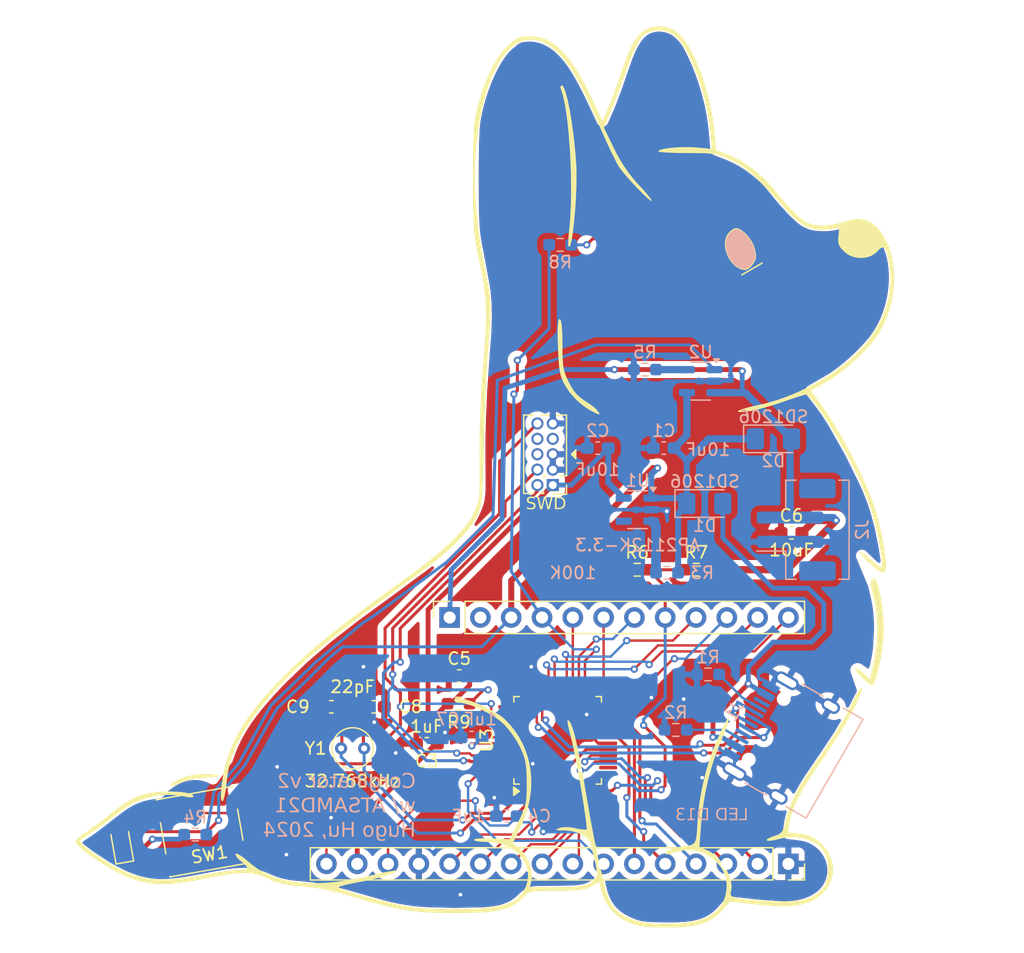
<source format=kicad_pcb>
(kicad_pcb (version 20240108) (generator "pcbnew") (generator_version "8.0")
  (title_block (title "Corginator v2 ATSAMD21G18") (date "2024-08-10") (rev "1.0") (company "Hugo Hu"))
  (layers (0 "F.Cu" signal) (31 "B.Cu" signal) (34 "B.Paste" user) (35 "F.Paste" user) (36 "B.SilkS" user "B.Silkscreen") (37 "F.SilkS" user "F.Silkscreen") (38 "B.Mask" user) (39 "F.Mask" user) (44 "Edge.Cuts" user))
  (net 0 "")
  (net 1 "+5V")
  (net 2 "GND")
  (net 3 "+3V3")
  (net 4 "/AREF")
  (net 5 "VBAT")
  (net 6 "Net-(U3-VDDCORE)")
  (net 7 "Net-(U3-PA01)")
  (net 8 "Net-(U3-PA00)")
  (net 9 "Net-(D1-A)")
  (net 10 "/D_N")
  (net 11 "Net-(J1-CC2)")
  (net 14 "/D_P")
  (net 15 "Net-(J1-CC1)")
  (net 16 "/D6")
  (net 17 "/D12")
  (net 18 "/EN")
  (net 19 "/SDA")
  (net 20 "/D10")
  (net 21 "/D5")
  (net 22 "/D9")
  (net 23 "/D11")
  (net 24 "/D13")
  (net 25 "/SCL")
  (net 26 "/RESET")
  (net 27 "/A2")
  (net 28 "/D1")
  (net 29 "/A0")
  (net 30 "/MISO")
  (net 31 "/A3")
  (net 32 "/SCK")
  (net 33 "/MOSI")
  (net 34 "/A1")
  (net 35 "/D0")
  (net 36 "/A5")
  (net 37 "/A4")
  (net 39 "/SWDIO")
  (net 40 "/SWCLK")
  (net 43 "Net-(U1-EN)")
  (net 44 "Net-(D3-K)")
  (net 45 "Net-(U2-STAT)")
  (net 46 "Net-(U2-PROG)")
  (net 47 "Net-(D4-A)")
  (net 49 "/D7")
  (net 50 "/D4")
  (net 51 "/D8")
  (net 52 "/RXD")
  (net 53 "/D2")
  (net 54 "/TXD")
  (net 55 "/TXLED")
  (net 56 "/USBHOSTEN")
  (net 57 "/RXLED")
  (net 59 "/D3")
  (footprint "Capacitor_SMD:C_0603_1608Metric_Pad1.08x0.95mm_HandSolder" (layer "F.Cu") (at 171.5505 91.186)
    (property "Reference" "C8")
    (property "Value" "22pF")
  )
  (footprint "LED_SMD:LED_0805_2012Metric_Pad1.15x1.40mm_HandSolder" (layer "F.Cu") (at 201.803 53.467 120)
    (property "Reference" "D4" (hide yes))
    (property "Value" "LED")
  )
  (footprint "Connector_PinHeader_1.27mm:PinHeader_2x05_P1.27mm_Vertical" (layer "F.Cu") (at 186.309 72.898 180)
    (property "Reference" "J5" (hide yes))
    (property "Value" "Conn_02x05_Odd_Even")
  )
  (footprint "Button_Switch_SMD:SW_SPST_PTS645" (layer "F.Cu") (at 157.353 101.473 10)
    (property "Reference" "SW1")
    (property "Value" "Reset")
  )
  (footprint "Capacitor_SMD:C_0603_1608Metric_Pad1.08x0.95mm_HandSolder" (layer "F.Cu") (at 205.994 76.835)
    (property "Reference" "C6")
    (property "Value" "10uF")
  )
  (footprint "Connector_PinSocket_2.54mm:PinSocket_1x12_P2.54mm_Vertical" (layer "F.Cu") (at 177.8 83.82 90)
    (property "Reference" "J3" (hide yes))
    (property "Value" "Conn_01x12")
  )
  (footprint "Capacitor_SMD:C_0603_1608Metric_Pad1.08x0.95mm_HandSolder" (layer "F.Cu") (at 175.9215 94.234 180)
    (property "Reference" "C3")
    (property "Value" "1uF")
  )
  (footprint "Capacitor_SMD:C_0603_1608Metric_Pad1.08x0.95mm_HandSolder" (layer "F.Cu") (at 178.5885 88.646)
    (property "Reference" "C5")
    (property "Value" "10uF")
  )
  (footprint "Resistor_SMD:R_0603_1608Metric_Pad0.98x0.95mm_HandSolder" (layer "F.Cu") (at 193.2705 79.883)
    (property "Reference" "R6")
    (property "Value" "100K")
  )
  (footprint "Resistor_SMD:R_0603_1608Metric_Pad0.98x0.95mm_HandSolder" (layer "F.Cu") (at 198.1435 79.883)
    (property "Reference" "R7")
    (property "Value" "100K")
  )
  (footprint "Connector_PinSocket_2.54mm:PinSocket_1x16_P2.54mm_Vertical" (layer "F.Cu") (at 205.74 104.14 -90)
    (property "Reference" "J4" (hide yes))
    (property "Value" "Conn_01x16")
  )
  (footprint "Resistor_SMD:R_0603_1608Metric_Pad0.98x0.95mm_HandSolder" (layer "F.Cu") (at 178.5385 90.932 180)
    (property "Reference" "R9")
    (property "Value" "1K" (hide yes))
  )
  (footprint "LED_SMD:LED_0603_1608Metric_Pad1.05x0.95mm_HandSolder" (layer "F.Cu") (at 150.724058 102.389293 100)
    (property "Reference" "D3" (hide yes))
    (property "Value" "CHARGE")
  )
  (footprint "Package_QFP:TQFP-48_7x7mm_P0.5mm" (layer "F.Cu") (at 186.71 93.9515 90)
    (property "Reference" "U3")
    (property "Value" "ATSAMD21G18A-A")
  )
  (footprint "Crystal:Crystal_Round_D3.0mm_Vertical" (layer "F.Cu") (at 168.849 94.615)
    (property "Reference" "Y1")
    (property "Value" "32.768kHz")
  )
  (footprint "Capacitor_SMD:C_0603_1608Metric_Pad1.08x0.95mm_HandSolder" (layer "F.Cu") (at 168.0475 91.186 180)
    (property "Reference" "C9")
    (property "Value" "22pF")
  )
  (footprint "Resistor_SMD:R_0603_1608Metric_Pad0.98x0.95mm_HandSolder" (layer "B.Cu") (at 196.4455 93.091 180)
    (property "Reference" "R2")
    (property "Value" "5.1K")
  )
  (footprint "Resistor_SMD:R_0603_1608Metric_Pad0.98x0.95mm_HandSolder" (layer "B.Cu") (at 156.8215 101.727 180)
    (property "Reference" "R4")
    (property "Value" "1K")
  )
  (footprint "Diode_SMD:D_1206_3216Metric_Pad1.42x1.75mm_HandSolder" (layer "B.Cu") (at 204.5065 69.088)
    (property "Reference" "D2")
    (property "Value" "SD1206")
  )
  (footprint "Capacitor_SMD:C_0603_1608Metric_Pad1.08x0.95mm_HandSolder" (layer "B.Cu") (at 182.5255 100.203)
    (property "Reference" "C4")
    (property "Value" "1uF")
  )
  (footprint "Connector_USB:USB_C_Receptacle_HRO_TYPE-C-31-M-12" (layer "B.Cu") (at 206.165659 94.343771 -120)
    (property "Reference" "J1")
    (property "Value" "USB_C_Receptacle_USB2.0_16P" (hide yes))
  )
  (footprint "Capacitor_SMD:C_0603_1608Metric_Pad1.08x0.95mm_HandSolder" (layer "B.Cu") (at 179.6045 93.726)
    (property "Reference" "C7")
    (property "Value" "1uF")
  )
  (footprint "Resistor_SMD:R_0603_1608Metric_Pad0.98x0.95mm_HandSolder" (layer "B.Cu") (at 186.9205 53.086)
    (property "Reference" "R8")
    (property "Value" "R_Small")
  )
  (footprint "Diode_SMD:D_1206_3216Metric_Pad1.42x1.75mm_HandSolder" (layer "B.Cu") (at 198.8455 74.422)
    (property "Reference" "D1")
    (property "Value" "SD1206")
  )
  (footprint "Connector_JST:JST_PH_B2B-PH-SM4-TB_1x02-1MP_P2.00mm_Vertical" (layer "B.Cu") (at 206.383 76.581 90)
    (property "Reference" "J2")
    (property "Value" "JSTPH")
  )
  (footprint "Package_TO_SOT_SMD:SOT-23-5" (layer "B.Cu") (at 198.5065 64.328 180)
    (property "Reference" "U2")
    (property "Value" "MCP73831-2-OT")
  )
  (footprint "Capacitor_SMD:C_0603_1608Metric_Pad1.08x0.95mm_HandSolder" (layer "B.Cu") (at 195.453 69.85 180)
    (property "Reference" "C1")
    (property "Value" "10uF")
  )
  (footprint "Resistor_SMD:R_0603_1608Metric_Pad0.98x0.95mm_HandSolder" (layer "B.Cu") (at 199.1125 88.519 180)
    (property "Reference" "R1")
    (property "Value" "5.1K")
  )
  (footprint "Package_TO_SOT_SMD:SOT-23-5" (layer "B.Cu") (at 193.294 74.93 180)
    (property "Reference" "U1")
    (property "Value" "AP2112K-3.3")
  )
  (footprint "Capacitor_SMD:C_0603_1608Metric_Pad1.08x0.95mm_HandSolder" (layer "B.Cu") (at 190.0185 69.85 180)
    (property "Reference" "C2")
    (property "Value" "10uF")
  )
  (footprint "Resistor_SMD:R_0603_1608Metric_Pad0.98x0.95mm_HandSolder" (layer "B.Cu") (at 193.9055 63.373 180)
    (property "Reference" "R5")
    (property "Value" "10K")
  )
  (footprint "Resistor_SMD:R_0603_1608Metric_Pad0.98x0.95mm_HandSolder" (layer "B.Cu") (at 195.7305 80.137)
    (property "Reference" "R3")
    (property "Value" "100K")
  )
  (gr_poly (pts (xy 201.467564 51.792485) (xy 201.515414 51.799456) (xy 201.564658 51.810876) (xy 201.615138 51.82658) (xy 201.666697 51.846406) (xy 201.719181 51.870189) (xy 201.826294 51.928975) (xy 201.935225 52.001631) (xy 202.044726 52.086849) (xy 202.153544 52.183323) (xy 202.260429 52.289744) (xy 202.364131 52.404806) (xy 202.4634 52.5272) (xy 202.556984 52.655621) (xy 202.643633 52.788759) (xy 202.722097 52.925308) (xy 202.791125 53.06396) (xy 202.849466 53.203408) (xy 202.89587 53.342345) (xy 202.929741 53.457336) (xy 202.958552 53.562863) (xy 202.982246 53.65992) (xy 203.000768 53.749501) (xy 203.014061 53.832603) (xy 203.022066 53.910218) (xy 203.024069 53.94728) (xy 203.024729 53.983344) (xy 203.024038 54.018533) (xy 203.02199 54.052973) (xy 203.018579 54.086788) (xy 203.013795 54.120101) (xy 203.007634 54.153038) (xy 203.000086 54.185723) (xy 202.991146 54.21828) (xy 202.980806 54.250833) (xy 202.955899 54.316427) (xy 202.925307 54.383498) (xy 202.888973 54.453043) (xy 202.846842 54.526054) (xy 202.798855 54.603528) (xy 202.765024 54.653741) (xy 202.729204 54.702361) (xy 202.691678 54.749163) (xy 202.652731 54.793918) (xy 202.612646 54.836399) (xy 202.571709 54.87638) (xy 202.530203 54.913631) (xy 202.488413 54.947927) (xy 202.446623 54.97904) (xy 202.405117 55.006742) (xy 202.364179 55.030806) (xy 202.324094 55.051004) (xy 202.285146 55.06711) (xy 202.266187 55.073557) (xy 202.247619 55.078896) (xy 202.229477 55.083097) (xy 202.211797 55.086134) (xy 202.194615 55.087976) (xy 202.177965 55.088597) (xy 202.064321 55.082725) (xy 201.952759 55.065495) (xy 201.843542 55.037485) (xy 201.736933 54.999276) (xy 201.633194 54.951446) (xy 201.532588 54.894574) (xy 201.435379 54.82924) (xy 201.341829 54.756022) (xy 201.252202 54.675499) (xy 201.166759 54.588251) (xy 201.085765 54.494857) (xy 201.009482 54.395896) (xy 200.938172 54.291946) (xy 200.872099 54.183588) (xy 200.811526 54.071399) (xy 200.756715 53.95596) (xy 200.70793 53.837849) (xy 200.665433 53.717646) (xy 200.629487 53.595929) (xy 200.600356 53.473278) (xy 200.578301 53.350271) (xy 200.563587 53.227489) (xy 200.556476 53.105509) (xy 200.55723 52.984911) (xy 200.566113 52.866274) (xy 200.583388 52.750178) (xy 200.609317 52.6372) (xy 200.644164 52.527921) (xy 200.688191 52.42292) (xy 200.741662 52.322775) (xy 200.804838 52.228066) (xy 200.877984 52.139371) (xy 200.911584 52.103475) (xy 200.94669 52.068658) (xy 200.98299 52.035092) (xy 201.020171 52.002947) (xy 201.05792 51.972393) (xy 201.095925 51.943602) (xy 201.133873 51.916743) (xy 201.171451 51.891988) (xy 201.208348 51.869506) (xy 201.244249 51.849469) (xy 201.278844 51.832046) (xy 201.311818 51.817409) (xy 201.342859 51.805728) (xy 201.371656 51.797173) (xy 201.397894 51.791915) (xy 201.409956 51.790576) (xy 201.421262 51.790124)) (stroke (width -0.000001)) (fill solid) (layer "B.SilkS"))
  (gr_poly (pts (xy 186.909506 59.378967) (xy 186.932893 59.40161) (xy 186.954859 59.439487) (xy 186.975375 59.492711) (xy 186.994413 59.561398) (xy 187.011945 59.645659) (xy 187.042376 59.861363) (xy 187.06644 60.140732) (xy 187.083911 60.484677) (xy 187.09456 60.894105) (xy 187.09816 61.369928) (xy 187.101571 61.97509) (xy 187.106601 62.233973) (xy 187.114531 62.467701) (xy 187.125872 62.679261) (xy 187.141134 62.871635) (xy 187.160831 63.047809) (xy 187.185473 63.210767) (xy 187.215572 63.363492) (xy 187.251639 63.508971) (xy 187.294187 63.650185) (xy 187.343727 63.790121) (xy 187.40077 63.931762) (xy 187.465827 64.078093) (xy 187.539412 64.232098) (xy 187.622035 64.396761) (xy 187.691456 64.538275) (xy 187.761758 64.672114) (xy 187.833367 64.798791) (xy 187.90671 64.918817) (xy 187.982213 65.032705) (xy 188.060303 65.140964) (xy 188.141405 65.244108) (xy 188.225946 65.342647) (xy 188.314353 65.437094) (xy 188.407052 65.527959) (xy 188.504468 65.615755) (xy 188.607029 65.700993) (xy 188.715161 65.784184) (xy 188.82929 65.86584) (xy 188.949842 65.946473) (xy 189.077244 66.026595) (xy 189.245341 66.135053) (xy 189.399739 66.241238) (xy 189.539471 66.343785) (xy 189.663571 66.44133) (xy 189.771072 66.532508) (xy 189.861009 66.615956) (xy 189.899089 66.654354) (xy 189.932415 66.690308) (xy 189.960866 66.723647) (xy 189.984323 66.754201) (xy 190.002664 66.781799) (xy 190.015767 66.806271) (xy 190.023514 66.827445) (xy 190.025781 66.845152) (xy 190.02245 66.859221) (xy 190.018647 66.864838) (xy 190.013399 66.869482) (xy 189.998507 66.875763) (xy 189.977654 66.877895) (xy 189.950718 66.875706) (xy 189.917579 66.869027) (xy 189.878116 66.857687) (xy 189.832209 66.841514) (xy 189.779736 66.82034) (xy 189.720577 66.793992) (xy 189.65461 66.762302) (xy 189.581716 66.725097) (xy 189.405523 66.631441) (xy 189.233564 66.53247) (xy 189.065983 66.428327) (xy 188.902921 66.319152) (xy 188.74452 66.205089) (xy 188.590923 66.08628) (xy 188.442271 65.962867) (xy 188.298706 65.834991) (xy 188.160372 65.702795) (xy 188.027409 65.566421) (xy 187.89996 65.426012) (xy 187.778168 65.281708) (xy 187.662173 65.133653) (xy 187.552119 64.981989) (xy 187.448147 64.826857) (xy 187.3504 64.6684) (xy 187.194039 64.386983) (xy 187.12862 64.254432) (xy 187.070875 64.123302) (xy 187.020179 63.99058) (xy 186.975907 63.853254) (xy 186.937433 63.708311) (xy 186.904131 63.552739) (xy 186.875378 63.383523) (xy 186.850546 63.197653) (xy 186.829012 62.992114) (xy 186.810149 62.763895) (xy 186.777937 62.227363) (xy 186.748909 61.563954) (xy 186.739136 61.283533) (xy 186.731666 61.024088) (xy 186.726526 60.78522) (xy 186.723745 60.566531) (xy 186.723352 60.367625) (xy 186.725375 60.188102) (xy 186.729842 60.027565) (xy 186.736781 59.885617) (xy 186.746222 59.761858) (xy 186.758192 59.655891) (xy 186.765135 59.609456) (xy 186.772721 59.567319) (xy 186.780953 59.529431) (xy 186.789835 59.495743) (xy 186.799371 59.466204) (xy 186.809565 59.440766) (xy 186.820419 59.419377) (xy 186.831938 59.401989) (xy 186.844124 59.388551) (xy 186.856982 59.379014) (xy 186.870515 59.373329) (xy 186.884726 59.371444)) (stroke (width -0.000001)) (fill solid) (layer "F.SilkS"))
  (gr_poly (pts (xy 187.833 70.358) (xy 188.214 69.977) (xy 188.214 70.739)) (stroke (width 0.1)) (fill solid) (layer "F.SilkS"))
  (gr_poly (pts (xy 186.903985 59.218848) (xy 186.928435 59.24252) (xy 186.9514 59.282118) (xy 186.972849 59.337762) (xy 186.992752 59.409571) (xy 187.011081 59.497663) (xy 187.042895 59.723171) (xy 187.068054 60.015239) (xy 187.086318 60.374817) (xy 187.097451 60.802856) (xy 187.101215 61.300307) (xy 187.104781 61.932977) (xy 187.11004 62.203627) (xy 187.11833 62.447979) (xy 187.130186 62.669155) (xy 187.146143 62.870274) (xy 187.166734 63.054456) (xy 187.192496 63.22482) (xy 187.223963 63.384488) (xy 187.26167 63.536579) (xy 187.306152 63.684212) (xy 187.357944 63.830509) (xy 187.417579 63.978588) (xy 187.485595 64.131571) (xy 187.562524 64.292576) (xy 187.648902 64.464724) (xy 187.721479 64.61267) (xy 187.794976 64.752593) (xy 187.869841 64.885028) (xy 187.946517 65.01051) (xy 188.025453 65.129574) (xy 188.107092 65.242754) (xy 188.19188 65.350586) (xy 188.280264 65.453605) (xy 188.37269 65.552344) (xy 188.469602 65.64734) (xy 188.571446 65.739126) (xy 188.678669 65.828238) (xy 188.791716 65.915211) (xy 188.911032 66.000579) (xy 189.037064 66.084877) (xy 189.170258 66.16864) (xy 189.345995 66.282029) (xy 189.507411 66.393041) (xy 189.653495 66.500249) (xy 189.783235 66.602227) (xy 189.895623 66.69755) (xy 189.989648 66.784791) (xy 190.029459 66.824934) (xy 190.064299 66.862523) (xy 190.094044 66.897377) (xy 190.118567 66.92932) (xy 190.137741 66.958172) (xy 190.151441 66.983756) (xy 190.159539 67.005893) (xy 190.16191 67.024405) (xy 190.158427 67.039114) (xy 190.154451 67.044986) (xy 190.148965 67.04984) (xy 190.133396 67.056407) (xy 190.111595 67.058636) (xy 190.083434 67.056348) (xy 190.048789 67.049365) (xy 190.007533 67.037509) (xy 189.959539 67.020602) (xy 189.90468 66.998465) (xy 189.842832 66.97092) (xy 189.773867 66.937789) (xy 189.69766 66.898893) (xy 189.513458 66.80098) (xy 189.333683 66.69751) (xy 189.158484 66.588633) (xy 188.98801 66.474496) (xy 188.822409 66.355249) (xy 188.66183 66.231039) (xy 188.506422 66.102016) (xy 188.356332 65.968327) (xy 188.211709 65.830123) (xy 188.072703 65.68755) (xy 187.939461 65.540758) (xy 187.812132 65.389896) (xy 187.690865 65.235111) (xy 187.575808 65.076553) (xy 187.467111 64.91437) (xy 187.36492 64.74871) (xy 187.201452 64.454501) (xy 187.133059 64.315925) (xy 187.07269 64.178834) (xy 187.019689 64.04008) (xy 186.973405 63.896512) (xy 186.933182 63.744981) (xy 186.898367 63.582336) (xy 186.868306 63.40543) (xy 186.842346 63.21111) (xy 186.819833 62.996229) (xy 186.800113 62.757636) (xy 186.766437 62.196716) (xy 186.736089 61.503153) (xy 186.725872 61.209985) (xy 186.718062 60.938747) (xy 186.712688 60.689021) (xy 186.709781 60.460393) (xy 186.70937 60.252445) (xy 186.711485 60.064762) (xy 186.716155 59.896928) (xy 186.72341 59.748527) (xy 186.73328 59.619143) (xy 186.745794 59.50836) (xy 186.753052 59.459813) (xy 186.760983 59.415761) (xy 186.769589 59.376152) (xy 186.778876 59.340932) (xy 186.788845 59.310051) (xy 186.799502 59.283455) (xy 186.810849 59.261095) (xy 186.822891 59.242916) (xy 186.835632 59.228867) (xy 186.849074 59.218897) (xy 186.863222 59.212953) (xy 186.878079 59.210983)) (stroke (width -0.000001)) (fill solid) (layer "F.SilkS"))
  (gr_poly (pts (xy 201.450351 51.708102) (xy 201.500377 51.715391) (xy 201.551859 51.72733) (xy 201.604633 51.743748) (xy 201.658536 51.764474) (xy 201.713405 51.789339) (xy 201.825387 51.850797) (xy 201.93927 51.926755) (xy 202.053748 52.015847) (xy 202.167512 52.116706) (xy 202.279256 52.227965) (xy 202.387672 52.348256) (xy 202.491452 52.476214) (xy 202.58929 52.610472) (xy 202.679878 52.749662) (xy 202.761909 52.892417) (xy 202.834074 53.037372) (xy 202.895067 53.183159) (xy 202.943581 53.328411) (xy 202.978991 53.448629) (xy 203.009111 53.558952) (xy 203.033883 53.660421) (xy 203.053247 53.754074) (xy 203.067143 53.840953) (xy 203.075513 53.922097) (xy 203.077606 53.960843) (xy 203.078296 53.998546) (xy 203.077574 54.035335) (xy 203.075434 54.07134) (xy 203.071867 54.106692) (xy 203.066866 54.14152) (xy 203.060424 54.175954) (xy 203.052534 54.210124) (xy 203.043187 54.244161) (xy 203.032377 54.278194) (xy 203.006338 54.346769) (xy 202.974355 54.416889) (xy 202.93637 54.489595) (xy 202.892324 54.565925) (xy 202.842156 54.646921) (xy 202.806787 54.699416) (xy 202.769338 54.750246) (xy 202.730107 54.799175) (xy 202.689389 54.845965) (xy 202.647483 54.890377) (xy 202.604685 54.932175) (xy 202.561292 54.97112) (xy 202.517603 55.006974) (xy 202.473913 55.039501) (xy 202.43052 55.068462) (xy 202.387722 55.09362) (xy 202.345815 55.114737) (xy 202.305096 55.131574) (xy 202.285276 55.138314) (xy 202.265863 55.143896) (xy 202.246897 55.148288) (xy 202.228413 55.151463) (xy 202.21045 55.153389) (xy 202.193043 55.154038) (xy 202.074234 55.147899) (xy 201.957601 55.129886) (xy 201.843419 55.100603) (xy 201.731964 55.060657) (xy 201.62351 55.010653) (xy 201.518331 54.951196) (xy 201.416704 54.882892) (xy 201.318902 54.806345) (xy 201.2252 54.722163) (xy 201.135874 54.630949) (xy 201.051198 54.53331) (xy 200.971447 54.42985) (xy 200.896896 54.321176) (xy 200.82782 54.207892) (xy 200.764493 54.090604) (xy 200.707191 53.969918) (xy 200.656188 53.846438) (xy 200.61176 53.720771) (xy 200.57418 53.593522) (xy 200.543725 53.465295) (xy 200.520668 53.336698) (xy 200.505285 53.208334) (xy 200.49785 53.080809) (xy 200.498639 52.95473) (xy 200.507926 52.830701) (xy 200.525986 52.709327) (xy 200.553094 52.591214) (xy 200.589524 52.476968) (xy 200.635553 52.367194) (xy 200.691454 52.262497) (xy 200.757502 52.163483) (xy 200.833972 52.070757) (xy 200.8691 52.033228) (xy 200.905802 51.996829) (xy 200.943751 51.961737) (xy 200.982622 51.928131) (xy 201.022087 51.896189) (xy 201.06182 51.866089) (xy 201.101493 51.838009) (xy 201.140779 51.812129) (xy 201.179353 51.788625) (xy 201.216886 51.767677) (xy 201.253053 51.749462) (xy 201.287526 51.73416) (xy 201.319978 51.721948) (xy 201.350083 51.713004) (xy 201.377514 51.707507) (xy 201.390125 51.706107) (xy 201.401945 51.705635)) (stroke (width -0.000001)) (fill solid) (layer "F.SilkS"))
  (gr_poly (pts (xy 187.154912 40.126155) (xy 187.187757 40.152598) (xy 187.256794 40.255685) (xy 187.329582 40.421868) (xy 187.405269 40.646544) (xy 187.56193 41.252957) (xy 187.719956 42.038087) (xy 187.872525 42.9651) (xy 188.012816 43.997161) (xy 188.134008 45.097435) (xy 188.229279 46.229087) (xy 188.252605 46.616314) (xy 188.264902 47.051318) (xy 188.259597 48.026573) (xy 188.21973 49.078681) (xy 188.151668 50.131471) (xy 188.061777 51.108772) (xy 187.956425 51.934414) (xy 187.899941 52.266558) (xy 187.841979 52.532224) (xy 187.783334 52.721889) (xy 187.754005 52.785246) (xy 187.724804 52.826032) (xy 187.700921 52.845358) (xy 187.690155 52.850417) (xy 187.680164 52.852406) (xy 187.67094 52.851325) (xy 187.662477 52.847175) (xy 187.647802 52.829667) (xy 187.636084 52.79988) (xy 187.627264 52.757815) (xy 187.621286 52.703472) (xy 187.618093 52.636851) (xy 187.619837 52.466774) (xy 187.632039 52.247584) (xy 187.654246 51.979281) (xy 187.686002 51.661864) (xy 187.750221 51.001715) (xy 187.797757 50.286995) (xy 187.829206 49.528165) (xy 187.845165 48.735683) (xy 187.833 47.0916) (xy 187.766037 45.438423) (xy 187.649052 43.859826) (xy 187.573292 43.124643) (xy 187.486818 42.439482) (xy 187.390226 41.814804) (xy 187.284112 41.261067) (xy 187.169074 40.788731) (xy 187.045709 40.408254) (xy 187.038772 40.393762) (xy 187.032511 40.379405) (xy 187.026918 40.365205) (xy 187.021985 40.351182) (xy 187.017707 40.337358) (xy 187.014075 40.323754) (xy 187.011082 40.310392) (xy 187.008722 40.297293) (xy 187.006987 40.284478) (xy 187.005871 40.271969) (xy 187.005365 40.259786) (xy 187.005464 40.247952) (xy 187.006159 40.236487) (xy 187.007444 40.225413) (xy 187.009312 40.214752) (xy 187.011755 40.204523) (xy 187.014767 40.19475) (xy 187.01834 40.185452) (xy 187.022468 40.176652) (xy 187.027142 40.168371) (xy 187.032357 40.16063) (xy 187.038104 40.15345) (xy 187.044377 40.146852) (xy 187.051169 40.140859) (xy 187.058473 40.135491) (xy 187.066281 40.130769) (xy 187.074586 40.126716) (xy 187.083382 40.123351) (xy 187.092661 40.120698) (xy 187.102416 40.118776) (xy 187.112639 40.117607) (xy 187.123325 40.117212)) (stroke (width -0.000001)) (fill solid) (layer "F.SilkS"))
  (gr_poly (pts (xy 211.782743 89.5684) (xy 211.787724 89.577215) (xy 211.79805 89.627764) (xy 211.798782 89.691603) (xy 211.772548 89.857159) (xy 211.711193 90.069901) (xy 211.616886 90.325847) (xy 211.491794 90.621015) (xy 211.338089 90.951424) (xy 210.953511 91.702038) (xy 210.480505 92.545835) (xy 209.936422 93.450962) (xy 209.338618 94.385565) (xy 208.704443 95.317791) (xy 208.357205 95.81184) (xy 208.037423 96.275966) (xy 207.744028 96.712102) (xy 207.475948 97.122179) (xy 207.232116 97.508128) (xy 207.01146 97.871881) (xy 206.812912 98.215368) (xy 206.635401 98.540523) (xy 206.477858 98.849275) (xy 206.339213 99.143556) (xy 206.218396 99.425299) (xy 206.114338 99.696434) (xy 206.025969 99.958892) (xy 205.952219 100.214605) (xy 205.892018 100.465505) (xy 205.844297 100.713523) (xy 205.722595 101.545201) (xy 206.655681 101.646626) (xy 206.889303 101.681147) (xy 207.114554 101.730963) (xy 207.331143 101.795324) (xy 207.538781 101.87348) (xy 207.737177 101.964681) (xy 207.926043 102.068176) (xy 208.105088 102.183214) (xy 208.274024 102.309046) (xy 208.432559 102.444922) (xy 208.580405 102.590091) (xy 208.717271 102.743802) (xy 208.842868 102.905306) (xy 208.956907 103.073852) (xy 209.059097 103.24869) (xy 209.149149 103.42907) (xy 209.226774 103.614241) (xy 209.29168 103.803453) (xy 209.34358 103.995956) (xy 209.382182 104.191) (xy 209.407198 104.387834) (xy 209.418337 104.585708) (xy 209.415311 104.783871) (xy 209.397828 104.981574) (xy 209.3656 105.178067) (xy 209.318337 105.372598) (xy 209.255748 105.564417) (xy 209.177545 105.752775) (xy 209.083438 105.936921) (xy 208.973137 106.116105) (xy 208.846352 106.289576) (xy 208.702793 106.456585) (xy 208.542171 106.61638) (xy 208.33651 106.790424) (xy 208.121578 106.947591) (xy 207.895711 107.088118) (xy 207.657246 107.212243) (xy 207.404519 107.320203) (xy 207.135865 107.412237) (xy 206.84962 107.488582) (xy 206.544121 107.549476) (xy 206.217703 107.595157) (xy 205.868702 107.625861) (xy 205.495455 107.641827) (xy 205.096297 107.643293) (xy 204.669564 107.630495) (xy 204.213593 107.603673) (xy 203.726718 107.563064) (xy 203.207278 107.508904) (xy 200.915113 107.265492) (xy 200.286285 107.975451) (xy 200.101282 108.172133) (xy 199.910186 108.351788) (xy 199.711187 108.514982) (xy 199.502471 108.662279) (xy 199.282226 108.794244) (xy 199.048639 108.911442) (xy 198.799899 109.014435) (xy 198.534191 109.103791) (xy 198.249705 109.180072) (xy 197.944626 109.243843) (xy 197.617144 109.29567) (xy 197.265445 109.336116) (xy 196.887717 109.365746) (xy 196.482147 109.385125) (xy 196.046923 109.394816) (xy 195.580232 109.395386) (xy 194.931554 109.385164) (xy 194.652485 109.37729) (xy 194.399594 109.36686) (xy 194.16988 109.35334) (xy 193.960342 109.336195) (xy 193.767978 109.31489) (xy 193.589789 109.288891) (xy 193.422772 109.257661) (xy 193.263926 109.220667) (xy 193.110251 109.177374) (xy 192.958745 109.127247) (xy 192.806407 109.06975) (xy 192.650235 109.00435) (xy 192.48723 108.930511) (xy 192.31439 108.847699) (xy 192.114212 108.741645) (xy 191.924345 108.628727) (xy 191.74464 108.508737) (xy 191.574948 108.381467) (xy 191.415122 108.246709) (xy 191.265012 108.104255) (xy 191.12447 107.953897) (xy 190.993347 107.795428) (xy 190.871495 107.628639) (xy 190.758765 107.453321) (xy 190.655009 107.269269) (xy 190.560078 107.076272) (xy 190.473823 106.874123) (xy 190.396096 106.662615) (xy 190.326749 106.44154) (xy 190.265632 106.210688) (xy 190.143922 105.663001) (xy 189.474529 106.007838) (xy 189.37778 106.058738) (xy 189.276753 106.105063) (xy 189.170021 106.14699) (xy 189.056157 106.184697) (xy 188.933735 106.218362) (xy 188.80133 106.248165) (xy 188.657514 106.274283) (xy 188.500862 106.296895) (xy 188.143344 106.332313) (xy 187.717365 106.355846) (xy 187.211514 106.368919) (xy 186.614383 106.37296) (xy 185.883301 106.374227) (xy 185.585018 106.377238) (xy 185.325987 106.383102) (xy 185.209881 106.387401) (xy 185.102018 106.392769) (xy 185.001872 106.399326) (xy 184.908922 106.40719) (xy 184.822641 106.416481) (xy 184.742508 106.427316) (xy 184.667999 106.439816) (xy 184.598589 106.454099) (xy 184.533755 106.470283) (xy 184.472973 106.488488) (xy 184.415719 106.508832) (xy 184.361471 106.531434) (xy 184.309703 106.556414) (xy 184.259893 106.583889) (xy 184.211517 106.61398) (xy 184.16405 106.646804) (xy 184.11697 106.682481) (xy 184.069753 106.721129) (xy 184.021874 106.762867) (xy 183.97281 106.807814) (xy 183.869033 106.907812) (xy 183.754232 107.022072) (xy 183.57392 107.192397) (xy 183.38808 107.346349) (xy 183.193088 107.484673) (xy 182.985318 107.608109) (xy 182.761147 107.717402) (xy 182.516948 107.813294) (xy 182.249097 107.896528) (xy 181.953968 107.967846) (xy 181.627937 108.027993) (xy 181.267377 108.077709) (xy 180.868665 108.117739) (xy 180.428176 108.148825) (xy 179.942283 108.17171) (xy 179.407362 108.187136) (xy 178.175936 108.198586) (xy 176.985991 108.187493) (xy 175.947469 108.147874) (xy 175.466345 108.114396) (xy 175.000703 108.070222) (xy 174.543083 108.014161) (xy 174.086028 107.945027) (xy 173.62208 107.86163) (xy 173.143779 107.762782) (xy 172.643668 107.647294) (xy 172.11429 107.513978) (xy 170.937894 107.189107) (xy 169.554928 106.77866) (xy 169.034023 106.631555) (xy 168.510266 106.495622) (xy 167.990312 106.372527) (xy 167.480817 106.263932) (xy 166.988438 106.171502) (xy 166.519829 106.0969) (xy 166.081647 106.041791) (xy 165.680548 106.007838) (xy 165.243079 105.97329) (xy 165.037389 105.952569) (xy 164.839365 105.929233) (xy 164.648235 105.903045) (xy 164.463226 105.873767) (xy 164.283566 105.841161) (xy 164.108481 105.804989) (xy 163.9372 105.765013) (xy 163.76895 105.720997) (xy 163.602958 105.672702) (xy 163.438452 105.61989) (xy 163.274658 105.562325) (xy 163.110806 105.499767) (xy 162.946121 105.43198) (xy 162.779832 105.358725) (xy 162.521221 105.244881) (xy 162.27414 105.146845) (xy 162.033001 105.064735) (xy 161.792219 104.998671) (xy 161.546207 104.948771) (xy 161.28938 104.915155) (xy 161.01615 104.897941) (xy 160.720932 104.897248) (xy 160.398139 104.913194) (xy 160.042186 104.9459) (xy 159.647486 104.995482) (xy 159.208453 105.062062) (xy 158.175042 105.246685) (xy 156.897264 105.500721) (xy 156.394553 105.595533) (xy 155.919238 105.674448) (xy 155.468764 105.737258) (xy 155.040576 105.783756) (xy 154.632118 105.813732) (xy 154.240835 105.826979) (xy 153.864171 105.82329) (xy 153.49957 105.802455) (xy 153.144479 105.764268) (xy 152.79634 105.708519) (xy 152.452599 105.635002) (xy 152.110701 105.543508) (xy 151.76809 105.433829) (xy 151.42221 105.305758) (xy 151.070506 105.159085) (xy 150.710423 104.993604) (xy 150.397282 104.837169) (xy 150.076565 104.666353) (xy 149.752103 104.483888) (xy 149.42773 104.29251) (xy 149.10728 104.094951) (xy 148.794585 103.893946) (xy 148.493479 103.692227) (xy 148.207794 103.492529) (xy 147.941364 103.297585) (xy 147.698022 103.110129) (xy 147.4816 102.932895) (xy 147.295933 102.768616) (xy 147.144852 102.620027) (xy 147.08348 102.552469) (xy 147.032192 102.48986) (xy 146.991467 102.432539) (xy 146.961784 102.380849) (xy 146.943624 102.335132) (xy 146.937464 102.295729) (xy 146.938466 102.281891) (xy 146.94144 102.267032) (xy 146.953113 102.234441) (xy 146.972095 102.198344) (xy 146.998001 102.159127) (xy 147.030444 102.117177) (xy 147.069037 102.072878) (xy 147.113395 102.026619) (xy 147.163131 101.978784) (xy 147.21786 101.929761) (xy 147.277194 101.879936) (xy 147.340747 101.829695) (xy 147.408133 101.779424) (xy 147.478966 101.72951) (xy 147.55286 101.680339) (xy 147.629428 101.632297) (xy 147.708284 101.585771) (xy 147.881813 101.469806) (xy 148.092426 101.323651) (xy 148.331564 101.153251) (xy 148.590669 100.964547) (xy 148.861185 100.763482) (xy 149.134553 100.555999) (xy 149.402216 100.348041) (xy 149.655616 100.145551) (xy 149.963072 99.894363) (xy 150.255402 99.665015) (xy 150.5346 99.456527) (xy 150.802654 99.267918) (xy 151.061557 99.098206) (xy 151.313298 98.946413) (xy 151.55987 98.811556) (xy 151.803262 98.692656) (xy 152.045465 98.588732) (xy 152.288471 98.498803) (xy 152.534269 98.421889) (xy 152.784852 98.35701) (xy 153.042209 98.303184) (xy 153.308332 98.259431) (xy 153.585211 98.224771) (xy 153.874838 98.198223) (xy 154.146959 98.182489) (xy 154.414444 98.173143) (xy 154.675511 98.169919) (xy 154.928376 98.172548) (xy 155.171258 98.180763) (xy 155.402373 98.194297) (xy 155.619939 98.212883) (xy 155.822172 98.236253) (xy 156.007289 98.264139) (xy 156.173509 98.296274) (xy 156.319048 98.332391) (xy 156.442123 98.372223) (xy 156.494679 98.393448) (xy 156.540951 98.415501) (xy 156.580716 98.438349) (xy 156.61375 98.461959) (xy 156.639831 98.486297) (xy 156.658737 98.511329) (xy 156.670243 98.537023) (xy 156.674129 98.563344) (xy 156.673303 98.574399) (xy 156.67085 98.584747) (xy 156.666808 98.594397) (xy 156.661213 98.603357) (xy 156.654103 98.611633) (xy 156.645514 98.619233) (xy 156.635485 98.626165) (xy 156.624051 98.632435) (xy 156.59712 98.643023) (xy 156.56502 98.651055) (xy 156.528046 98.656592) (xy 156.486496 98.659692) (xy 156.440667 98.660415) (xy 156.390857 98.65882) (xy 156.337362 98.654968) (xy 156.28048 98.648917) (xy 156.220507 98.640727) (xy 156.157741 98.630456) (xy 156.092479 98.618166) (xy 156.025018 98.603914) (xy 155.645661 98.531403) (xy 155.268383 98.481177) (xy 154.893363 98.453176) (xy 154.52078 98.447343) (xy 154.150812 98.463616) (xy 153.783637 98.501937) (xy 153.419433 98.562246) (xy 153.058379 98.644484) (xy 152.700653 98.748592) (xy 152.346433 98.874509) (xy 151.995897 99.022177) (xy 151.649225 99.191537) (xy 151.306593 99.382527) (xy 150.968181 99.59509) (xy 150.634167 99.829166) (xy 150.304729 100.084696) (xy 150.071256 100.267218) (xy 149.817578 100.460913) (xy 149.282885 100.858049) (xy 148.767209 101.228562) (xy 148.537302 101.388976) (xy 148.337109 101.524907) (xy 147.985296 101.745823) (xy 147.682927 101.938214) (xy 147.560981 102.017175) (xy 147.464232 102.08116) (xy 147.39696 102.127554) (xy 147.375715 102.143338) (xy 147.363443 102.153743) (xy 147.349107 102.166803) (xy 147.340276 102.183109) (xy 147.336867 102.20258) (xy 147.3388 102.225134) (xy 147.358361 102.279163) (xy 147.398307 102.344543) (xy 147.457982 102.420621) (xy 147.536734 102.506742) (xy 147.633909 102.602253) (xy 147.748852 102.7065) (xy 147.880911 102.818829) (xy 148.029431 102.938587) (xy 148.193759 103.065119) (xy 148.373242 103.197772) (xy 148.775053 103.478826) (xy 149.229637 103.776519) (xy 149.718135 104.086375) (xy 150.189992 104.362238) (xy 150.649489 104.604822) (xy 151.100903 104.814839) (xy 151.548514 104.993004) (xy 151.996601 105.140028) (xy 152.449441 105.256626) (xy 152.911315 105.34351) (xy 153.3865 105.401393) (xy 153.879276 105.430988) (xy 154.393922 105.43301) (xy 154.934715 105.408169) (xy 155.505936 105.357181) (xy 156.111863 105.280758) (xy 156.756774 105.179613) (xy 157.444949 105.054459) (xy 157.877387 104.972962) (xy 158.314341 104.896933) (xy 158.743212 104.828035) (xy 159.151403 104.767933) (xy 159.526314 104.71829) (xy 159.855346 104.68077) (xy 160.125901 104.657038) (xy 160.32538 104.648758) (xy 160.493477 104.64702) (xy 160.640387 104.641508) (xy 160.705963 104.637197) (xy 160.76632 104.631776) (xy 160.821484 104.625189) (xy 160.871482 104.61738) (xy 160.91634 104.608293) (xy 160.956083 104.597872) (xy 160.990737 104.586063) (xy 161.020329 104.572809) (xy 161.044885 104.558054) (xy 161.06443 104.541742) (xy 161.07899 104.523819) (xy 161.088592 104.504228) (xy 161.093262 104.482914) (xy 161.093025 104.459821) (xy 161.087907 104.434892) (xy 161.077935 104.408074) (xy 161.063134 104.379308) (xy 161.043531 104.348541) (xy 161.019151 104.315717) (xy 160.990021 104.280779) (xy 160.956167 104.243671) (xy 160.917613 104.204339) (xy 160.874388 104.162727) (xy 160.826515 104.118778) (xy 160.716935 104.023649) (xy 160.589081 103.918506) (xy 160.52992 103.872673) (xy 160.474266 103.826632) (xy 160.422296 103.78065) (xy 160.37419 103.734995) (xy 160.330124 103.689933) (xy 160.290277 103.645734) (xy 160.254829 103.602664) (xy 160.223956 103.56099) (xy 160.210291 103.54076) (xy 160.197838 103.520979) (xy 160.186617 103.501682) (xy 160.176652 103.482901) (xy 160.167964 103.464669) (xy 160.160576 103.447021) (xy 160.154511 103.429989) (xy 160.14979 103.413607) (xy 160.146436 103.397909) (xy 160.144471 103.382927) (xy 160.143918 103.368696) (xy 160.144798 103.355248) (xy 160.147134 103.342618) (xy 160.150949 103.330838) (xy 160.156264 103.319942) (xy 160.163102 103.309963) (xy 160.171768 103.30342) (xy 160.18251 103.29897) (xy 160.195266 103.296572) (xy 160.209971 103.296178) (xy 160.244979 103.301231) (xy 160.28703 103.31377) (xy 160.335617 103.333441) (xy 160.390236 103.359887) (xy 160.450382 103.392751) (xy 160.51555 103.431676) (xy 160.585234 103.476306) (xy 160.65893 103.526284) (xy 160.736132 103.581255) (xy 160.816335 103.64086) (xy 160.899034 103.704745) (xy 160.983724 103.772552) (xy 161.157055 103.918506) (xy 161.575442 104.26866) (xy 162.024345 104.581286) (xy 162.503854 104.856413) (xy 163.014057 105.09407) (xy 163.555044 105.294288) (xy 164.126904 105.457096) (xy 164.729725 105.582523) (xy 165.363598 105.6706) (xy 166.028611 105.721356) (xy 166.724853 105.734822) (xy 167.452414 105.711025) (xy 168.211383 105.649998) (xy 169.001848 105.551768) (xy 169.823899 105.416366) (xy 170.677625 105.243822) (xy 171.563116 105.034165) (xy 171.886166 104.954494) (xy 172.196379 104.883617) (xy 172.486625 104.822724) (xy 172.749772 104.773003) (xy 172.978688 104.735643) (xy 173.078082 104.721969) (xy 173.166243 104.711832) (xy 173.242281 104.705379) (xy 173.305305 104.702759) (xy 173.354422 104.704121) (xy 173.388742 104.709613) (xy 173.410574 104.722367) (xy 173.419343 104.737713) (xy 173.415535 104.755511) (xy 173.399638 104.775618) (xy 173.333519 104.8222) (xy 173.22488 104.876329) (xy 173.077613 104.936877) (xy 172.89561 105.002713) (xy 172.442967 105.145737) (xy 171.898093 105.296368) (xy 171.292127 105.445572) (xy 170.656209 105.584318) (xy 170.021479 105.703571) (xy 169.740899 105.757569) (xy 169.480763 105.812281) (xy 169.359995 105.839533) (xy 169.246299 105.866518) (xy 169.140329 105.893087) (xy 169.042738 105.919092) (xy 168.954181 105.944383) (xy 168.87531 105.968813) (xy 168.80678 105.992233) (xy 168.749243 106.014494) (xy 168.703355 106.035448) (xy 168.684983 106.045388) (xy 168.669768 106.054945) (xy 168.657792 106.064101) (xy 168.649137 106.072838) (xy 168.643884 106.081136) (xy 168.642115 106.088978) (xy 168.654562 106.110732) (xy 168.691063 106.137734) (xy 168.831175 106.206131) (xy 169.344473 106.391031) (xy 170.101188 106.622046) (xy 171.020499 106.877545) (xy 172.021581 107.135898) (xy 173.023615 107.375471) (xy 173.945778 107.574633) (xy 174.707248 107.711754) (xy 175.069362 107.754464) (xy 175.519905 107.790993) (xy 176.04081 107.820865) (xy 176.614012 107.843606) (xy 177.221445 107.858739) (xy 177.845041 107.86579) (xy 178.466735 107.864282) (xy 179.06846 107.853741) (xy 179.645065 107.835082) (xy 180.174573 107.809054) (xy 180.659332 107.774943) (xy 181.101689 107.732037) (xy 181.307701 107.707063) (xy 181.503992 107.679623) (xy 181.690856 107.649627) (xy 181.868587 107.616986) (xy 182.037478 107.581612) (xy 182.197823 107.543415) (xy 182.349915 107.502306) (xy 182.494047 107.458196) (xy 182.630512 107.410995) (xy 182.759605 107.360615) (xy 182.881619 107.306967) (xy 182.996847 107.249961) (xy 183.105582 107.189507) (xy 183.208118 107.125518) (xy 183.304748 107.057904) (xy 183.395766 106.986575) (xy 183.481466 106.911443) (xy 183.56214 106.832419) (xy 183.638082 106.749412) (xy 183.709585 106.662335) (xy 183.776944 106.571098) (xy 183.840451 106.475611) (xy 183.900399 106.375787) (xy 183.957083 106.271535) (xy 184.042885 106.0926) (xy 184.114116 105.913562) (xy 184.171062 105.73479) (xy 184.214009 105.556658) (xy 184.243243 105.379536) (xy 184.25905 105.203796) (xy 184.261716 105.029808) (xy 184.251527 104.857946) (xy 184.228769 104.688579) (xy 184.193729 104.522079) (xy 184.146691 104.358818) (xy 184.087942 104.199168) (xy 184.017768 104.043499) (xy 183.936455 103.892183) (xy 183.844289 103.745592) (xy 183.741557 103.604096) (xy 183.628543 103.468068) (xy 183.505534 103.337879) (xy 183.372816 103.2139) (xy 183.230675 103.096502) (xy 183.079396 102.986058) (xy 182.919267 102.882938) (xy 182.750573 102.787514) (xy 182.5736 102.700157) (xy 182.388633 102.621239) (xy 182.19596 102.551132) (xy 181.995866 102.490206) (xy 181.788636 102.438833) (xy 181.574557 102.397384) (xy 181.353915 102.366231) (xy 181.126997 102.345746) (xy 180.894087 102.336299) (xy 180.7815 102.335363) (xy 180.672301 102.332615) (xy 180.567025 102.328144) (xy 180.466205 102.322038) (xy 180.370378 102.314387) (xy 180.280077 102.30528) (xy 180.195838 102.294807) (xy 180.118196 102.283055) (xy 180.047685 102.270116) (xy 179.98484 102.256076) (xy 179.930196 102.241027) (xy 179.884288 102.225056) (xy 179.864777 102.216753) (xy 179.847651 102.208253) (xy 179.832976 102.199567) (xy 179.820819 102.190707) (xy 179.811248 102.181683) (xy 179.804328 102.172507) (xy 179.800127 102.16319) (xy 179.798712 102.153743) (xy 179.800657 102.144412) (xy 179.806428 102.135439) (xy 179.82906 102.118561) (xy 179.865837 102.103109) (xy 179.915984 102.089084) (xy 179.978731 102.076485) (xy 180.053303 102.065313) (xy 180.234837 102.047246) (xy 180.454404 102.034885) (xy 180.705824 102.028229) (xy 180.982917 102.027278) (xy 181.279502 102.032033) (xy 182.739998 102.113173) (xy 183.449961 100.693238) (xy 183.666835 100.250935) (xy 183.756522 100.057656) (xy 183.83474 99.878045) (xy 183.90226 99.708418) (xy 183.959856 99.545091) (xy 184.0083 99.384378) (xy 184.048364 99.222596) (xy 184.080821 99.056059) (xy 184.106444 98.881084) (xy 184.126006 98.693986) (xy 184.140278 98.49108) (xy 184.150034 98.268681) (xy 184.156046 98.023105) (xy 184.159929 97.447685) (xy 184.148835 96.911921) (xy 184.139961 96.677809) (xy 184.128234 96.462923) (xy 184.113178 96.264795) (xy 184.09432 96.08096) (xy 184.071182 95.908952) (xy 184.043291 95.746303) (xy 184.01017 95.590548) (xy 183.971343 95.43922) (xy 183.926337 95.289853) (xy 183.874674 95.139981) (xy 183.81588 94.987138) (xy 183.74948 94.828856) (xy 183.674997 94.66267) (xy 183.591957 94.486114) (xy 183.530989 94.365292) (xy 183.462682 94.23933) (xy 183.387779 94.109267) (xy 183.307021 93.976143) (xy 183.221153 93.841) (xy 183.130916 93.704875) (xy 183.037055 93.568811) (xy 182.940311 93.433845) (xy 182.841427 93.301019) (xy 182.741148 93.171373) (xy 182.640214 93.045946) (xy 182.539369 92.925778) (xy 182.439357 92.81191) (xy 182.34092 92.705381) (xy 182.2448 92.607231) (xy 182.151741 92.518501) (xy 181.983506 92.372793) (xy 181.792836 92.225718) (xy 181.582972 92.078762) (xy 181.357151 91.933411) (xy 181.118612 91.79115) (xy 180.870595 91.653464) (xy 180.616338 91.521841) (xy 180.359079 91.397765) (xy 180.102058 91.282721) (xy 179.848514 91.178197) (xy 179.601685 91.085677) (xy 179.36481 91.006648) (xy 179.141128 90.942594) (xy 178.933878 90.895002) (xy 178.746298 90.865357) (xy 178.581628 90.855145) (xy 178.560832 90.854851) (xy 178.540301 90.853977) (xy 178.520059 90.852538) (xy 178.500133 90.85055) (xy 178.480548 90.848027) (xy 178.461331 90.844984) (xy 178.442508 90.841436) (xy 178.424105 90.837397) (xy 178.406147 90.832884) (xy 178.388661 90.827909) (xy 178.371673 90.822489) (xy 178.355209 90.816638) (xy 178.339294 90.810371) (xy 178.323955 90.803703) (xy 178.309217 90.796649) (xy 178.295108 90.789223) (xy 178.281652 90.781441) (xy 178.268875 90.773317) (xy 178.256805 90.764866) (xy 178.245466 90.756103) (xy 178.234885 90.747043) (xy 178.225087 90.737701) (xy 178.216099 90.728091) (xy 178.207947 90.718229) (xy 178.200657 90.708129) (xy 178.194254 90.697806) (xy 178.188765 90.687275) (xy 178.184216 90.67655) (xy 178.180632 90.665648) (xy 178.17804 90.654582) (xy 178.176466 90.643367) (xy 178.175936 90.632019) (xy 178.185161 90.580313) (xy 178.212182 90.539044) (xy 178.256013 90.507833) (xy 178.315671 90.486301) (xy 178.390171 90.47407) (xy 178.478528 90.470761) (xy 178.69288 90.489392) (xy 178.950852 90.539163) (xy 179.24457 90.617043) (xy 179.566159 90.720002) (xy 179.907746 90.845008) (xy 180.261456 90.989032) (xy 180.619415 91.149042) (xy 180.973749 91.322006) (xy 181.316583 91.504896) (xy 181.640044 91.694678) (xy 181.936257 91.888324) (xy 182.197348 92.082802) (xy 182.415442 92.27508) (xy 182.82401 92.708027) (xy 183.189908 93.168519) (xy 183.51278 93.654149) (xy 183.79227 94.16251) (xy 184.028021 94.691195) (xy 184.219676 95.237798) (xy 184.366879 95.799912) (xy 184.469273 96.375129) (xy 184.526502 96.961044) (xy 184.538208 97.555248) (xy 184.504037 98.155336) (xy 184.42363 98.7589) (xy 184.296632 99.363534) (xy 184.122686 99.966831) (xy 183.901435 100.566383) (xy 183.632522 101.159785) (xy 183.003704 102.437724) (xy 183.510821 102.823131) (xy 183.634762 102.931866) (xy 183.754989 103.058785) (xy 183.870641 103.201631) (xy 183.980855 103.358145) (xy 184.084769 103.526069) (xy 184.181523 103.703144) (xy 184.270254 103.887113) (xy 184.3501 104.075718) (xy 184.4202 104.266699) (xy 184.479692 104.4578) (xy 184.527714 104.646761) (xy 184.563405 104.831324) (xy 184.585903 105.009231) (xy 184.594346 105.178224) (xy 184.587873 105.336045) (xy 184.578773 105.41006) (xy 184.565621 105.480436) (xy 184.423634 106.068693) (xy 186.492673 106.068693) (xy 187.066206 106.064137) (xy 187.578974 106.049359) (xy 188.033444 106.022696) (xy 188.239587 106.004387) (xy 188.432081 105.982483) (xy 188.611233 105.956776) (xy 188.777352 105.927057) (xy 188.930746 105.893119) (xy 189.071723 105.854753) (xy 189.200592 105.811752) (xy 189.317661 105.763908) (xy 189.423238 105.711012) (xy 189.517631 105.652857) (xy 189.601149 105.589235) (xy 189.6741 105.519937) (xy 189.736792 105.444756) (xy 189.789534 105.363483) (xy 189.832634 105.275912) (xy 189.8664 105.181832) (xy 189.89114 105.081038) (xy 189.907163 104.97332) (xy 189.914776 104.85847) (xy 189.914289 104.736281) (xy 189.90601 104.606545) (xy 189.890246 104.469054) (xy 189.867306 104.323599) (xy 189.837499 104.169973) (xy 189.758515 103.837374) (xy 189.676741 103.517891) (xy 189.591164 103.16798) (xy 189.513195 102.833281) (xy 189.454244 102.559435) (xy 189.436788 102.497222) (xy 189.414908 102.436131) (xy 189.388697 102.376214) (xy 189.358248 102.317523) (xy 189.285009 102.204026) (xy 189.195931 102.096055) (xy 189.091759 101.994027) (xy 188.973235 101.898358) (xy 188.841102 101.809464) (xy 188.696103 101.72776) (xy 188.538981 101.653664) (xy 188.370478 101.58759) (xy 188.191337 101.529955) (xy 188.002302 101.481174) (xy 187.804115 101.441665) (xy 187.597518 101.411842) (xy 187.383256 101.392122) (xy 187.16207 101.38292) (xy 186.934342 101.381692) (xy 186.84312 101.379845) (xy 186.766517 101.376898) (xy 186.704178 101.372644) (xy 186.655744 101.366874) (xy 186.636631 101.363356) (xy 186.62086 101.359381) (xy 186.608388 101.354924) (xy 186.599169 101.349957) (xy 186.593159 101.344456) (xy 186.590314 101.338393) (xy 186.590589 101.331744) (xy 186.59394 101.324482) (xy 186.600321 101.316581) (xy 186.609688 101.308015) (xy 186.621997 101.298759) (xy 186.637203 101.288785) (xy 186.676129 101.266583) (xy 186.726107 101.241202) (xy 186.786783 101.212434) (xy 186.857799 101.18007) (xy 186.913612 101.162246) (xy 186.974357 101.146829) (xy 187.039737 101.133849) (xy 187.109456 101.123335) (xy 187.183216 101.115317) (xy 187.26072 101.109825) (xy 187.341671 101.106888) (xy 187.425771 101.106537) (xy 187.512724 101.1088) (xy 187.602232 101.113708) (xy 187.693999 101.12129) (xy 187.787727 101.131576) (xy 187.883119 101.144596) (xy 187.979878 101.160379) (xy 188.077707 101.178956) (xy 188.176309 101.200355) (xy 188.262998 101.218654) (xy 188.347816 101.235497) (xy 188.430316 101.250855) (xy 188.510052 101.264697) (xy 188.58658 101.276993) (xy 188.659453 101.287715) (xy 188.728226 101.296833) (xy 188.792453 101.304316) (xy 188.851687 101.310135) (xy 188.905485 101.31426) (xy 188.953398 101.316662) (xy 188.994983 101.317311) (xy 189.029793 101.316177) (xy 189.057383 101.31323) (xy 189.068331 101.311068) (xy 189.077306 101.308441) (xy 189.084254 101.305346) (xy 189.089117 101.30178) (xy 189.100413 101.219116) (xy 189.090107 101.025559) (xy 189.013365 100.35854) (xy 188.876245 99.406268) (xy 188.696099 98.274286) (xy 188.276142 95.893368) (xy 188.071037 94.85552) (xy 187.892318 94.060137) (xy 187.813601 93.74751) (xy 187.74466 93.470332) (xy 187.685287 93.22697) (xy 187.635274 93.015787) (xy 187.594412 92.835151) (xy 187.577348 92.755777) (xy 187.562494 92.683427) (xy 187.549824 92.617896) (xy 187.539312 92.55898) (xy 187.530932 92.506475) (xy 187.524658 92.460177) (xy 187.520464 92.41988) (xy 187.518324 92.385382) (xy 187.518212 92.356477) (xy 187.518908 92.344059) (xy 187.520102 92.332962) (xy 187.521789 92.323161) (xy 187.523967 92.314632) (xy 187.526633 92.307347) (xy 187.529783 92.301282) (xy 187.533414 92.296411) (xy 187.537523 92.292709) (xy 187.542106 92.290149) (xy 187.54716 92.288708) (xy 187.552683 92.288358) (xy 187.55867 92.289074) (xy 187.565119 92.290832) (xy 187.572026 92.293605) (xy 187.579387 92.297368) (xy 187.587201 92.302094) (xy 187.60417 92.314339) (xy 187.622908 92.330134) (xy 187.643387 92.349276) (xy 187.665582 92.37156) (xy 187.689468 92.396782) (xy 187.748425 92.474529) (xy 187.811216 92.593727) (xy 187.948415 92.956833) (xy 188.101304 93.486811) (xy 188.270119 94.184376) (xy 188.455098 95.050241) (xy 188.65648 96.08512) (xy 188.8745 97.289725) (xy 189.109398 98.66477) (xy 189.387997 100.281841) (xy 189.710335 101.986392) (xy 190.036476 103.576842) (xy 190.188492 104.266285) (xy 190.326483 104.851608) (xy 190.424638 105.252187) (xy 190.514593 105.611612) (xy 190.597654 105.932943) (xy 190.675129 106.219242) (xy 190.748325 106.473568) (xy 190.818549 106.698983) (xy 190.887109 106.898547) (xy 190.921174 106.989591) (xy 190.955313 107.07532) (xy 190.989689 107.156117) (xy 191.024467 107.232364) (xy 191.059809 107.304443) (xy 191.095879 107.372737) (xy 191.132841 107.43763) (xy 191.170857 107.499503) (xy 191.210092 107.558738) (xy 191.250708 107.615719) (xy 191.292869 107.670829) (xy 191.336739 107.724448) (xy 191.382481 107.776961) (xy 191.430258 107.82875) (xy 191.532571 107.931686) (xy 191.644988 108.036315) (xy 191.816864 108.182982) (xy 192.005439 108.318714) (xy 192.210773 108.443512) (xy 192.432925 108.557375) (xy 192.671954 108.660304) (xy 192.92792 108.752297) (xy 193.200883 108.833356) (xy 193.490901 108.90348) (xy 193.798034 108.96267) (xy 194.122342 109.010925) (xy 194.463884 109.048245) (xy 194.82272 109.07463) (xy 195.198908 109.090081) (xy 195.592509 109.094597) (xy 196.003582 109.088179) (xy 196.432186 109.070825) (xy 196.928394 109.035809) (xy 197.390521 108.983706) (xy 197.608999 108.951108) (xy 197.81919 108.914072) (xy 198.021172 108.872542) (xy 198.215024 108.826461) (xy 198.400824 108.775775) (xy 198.578649 108.720427) (xy 198.748578 108.660363) (xy 198.910688 108.595525) (xy 199.065058 108.525859) (xy 199.211765 108.451309) (xy 199.350887 108.371818) (xy 199.482503 108.287332) (xy 199.606691 108.197795) (xy 199.723528 108.103151) (xy 199.833093 108.003343) (xy 199.935463 107.898318) (xy 200.030716 107.788018) (xy 200.118931 107.672388) (xy 200.200186 107.551373) (xy 200.274558 107.424916) (xy 200.342125 107.292962) (xy 200.402966 107.155455) (xy 200.457158 107.01234) (xy 200.50478 106.863561) (xy 200.545909 106.709062) (xy 200.580624 106.548787) (xy 200.609002 106.382681) (xy 200.631122 106.210688) (xy 200.644462 106.012439) (xy 200.642993 105.817291) (xy 200.62724 105.625612) (xy 200.597725 105.437769) (xy 200.554972 105.254132) (xy 200.499506 105.075066) (xy 200.431849 104.90094) (xy 200.352526 104.732122) (xy 200.26206 104.56898) (xy 200.160975 104.41188) (xy 200.049795 104.261191) (xy 199.929043 104.11728) (xy 199.799243 103.980516) (xy 199.660919 103.851266) (xy 199.514595 103.729897) (xy 199.360793 103.616778) (xy 199.200039 103.512275) (xy 199.032855 103.416758) (xy 198.859766 103.330593) (xy 198.681294 103.254148) (xy 198.497965 103.187791) (xy 198.310301 103.13189) (xy 198.118826 103.086811) (xy 197.924063 103.052924) (xy 197.726538 103.030596) (xy 197.526773 103.020195) (xy 197.325292 103.022087) (xy 197.122618 103.036641) (xy 196.919276 103.064225) (xy 196.715789 103.105207) (xy 196.512681 103.159953) (xy 196.310476 103.228832) (xy 196.253707 103.250697) (xy 196.197681 103.27063) (xy 196.142666 103.288602) (xy 196.088928 103.304583) (xy 196.036736 103.318543) (xy 195.986356 103.330453) (xy 195.938056 103.340283) (xy 195.892103 103.348003) (xy 195.848766 103.353584) (xy 195.80831 103.356996) (xy 195.771005 103.35821) (xy 195.737116 103.357195) (xy 195.706912 103.353921) (xy 195.693276 103.351429) (xy 195.680661 103.348361) (xy 195.6691 103.344713) (xy 195.658628 103.340482) (xy 195.649278 103.335665) (xy 195.641083 103.330257) (xy 195.624546 103.311009) (xy 195.612909 103.291326) (xy 195.606078 103.27125) (xy 195.60396 103.250821) (xy 195.606463 103.23008) (xy 195.613494 103.209068) (xy 195.624959 103.187825) (xy 195.640767 103.166394) (xy 195.685036 103.123125) (xy 195.745558 103.079589) (xy 195.821591 103.036113) (xy 195.912392 102.993023) (xy 196.017218 102.950646) (xy 196.135326 102.909309) (xy 196.265973 102.869339) (xy 196.408417 102.831063) (xy 196.561914 102.794807) (xy 196.725722 102.760898) (xy 196.899098 102.729663) (xy 197.081298 102.70143) (xy 197.430495 102.649251) (xy 197.572735 102.619819) (xy 197.695542 102.584474) (xy 197.750159 102.563721) (xy 197.80052 102.540453) (xy 197.846826 102.514325) (xy 197.889276 102.484992) (xy 197.928071 102.452107) (xy 197.963412 102.415327) (xy 197.995499 102.374305) (xy 198.024533 102.328696) (xy 198.050715 102.278154) (xy 198.074244 102.222334) (xy 198.095323 102.160891) (xy 198.11415 102.09348) (xy 198.145855 101.939368) (xy 198.170963 101.757236) (xy 198.19108 101.54432) (xy 198.207809 101.297858) (xy 198.237523 100.693238) (xy 198.276033 100.140877) (xy 198.344019 99.530038) (xy 198.43863 98.878312) (xy 198.557011 98.203289) (xy 198.696311 97.522562) (xy 198.853677 96.85372) (xy 199.026256 96.214356) (xy 199.211196 95.622058) (xy 199.308083 95.333946) (xy 199.414835 95.035345) (xy 199.529432 94.730504) (xy 199.649852 94.423672) (xy 199.900083 93.821033) (xy 200.149362 93.26142) (xy 200.268594 93.008371) (xy 200.381527 92.778826) (xy 200.48614 92.577034) (xy 200.580412 92.407244) (xy 200.662324 92.273705) (xy 200.729854 92.180666) (xy 200.757594 92.150662) (xy 200.780982 92.132376) (xy 200.799764 92.12634) (xy 200.813687 92.133085) (xy 200.820233 92.14097) (xy 200.824687 92.153137) (xy 200.827515 92.189859) (xy 200.822557 92.242328) (xy 200.810201 92.309625) (xy 200.764837 92.485016) (xy 200.694514 92.708663) (xy 200.602321 92.973196) (xy 200.491349 93.271247) (xy 200.364689 93.595447) (xy 200.22543 93.938427) (xy 200.054536 94.341715) (xy 199.891843 94.752432) (xy 199.737469 95.169924) (xy 199.591534 95.593536) (xy 199.454157 96.022615) (xy 199.325456 96.456508) (xy 199.094559 97.33612) (xy 198.899794 98.22714) (xy 198.742112 99.124341) (xy 198.622463 100.022492) (xy 198.541799 100.916364) (xy 198.399803 102.742) (xy 199.048916 103.025982) (xy 199.16072 103.07577) (xy 199.271577 103.133566) (xy 199.381253 103.198939) (xy 199.489514 103.271458) (xy 199.596126 103.350693) (xy 199.700855 103.436212) (xy 199.903727 103.624381) (xy 200.096258 103.832517) (xy 200.276577 104.057174) (xy 200.442812 104.294906) (xy 200.59309 104.542265) (xy 200.725539 104.795804) (xy 200.838289 105.052077) (xy 200.929465 105.307637) (xy 200.997198 105.559037) (xy 201.021687 105.6821) (xy 201.039614 105.80283) (xy 201.050743 105.920797) (xy 201.054842 106.035569) (xy 201.051675 106.146717) (xy 201.041009 106.253808) (xy 201.02261 106.356413) (xy 200.996244 106.4541) (xy 200.976966 106.540973) (xy 200.974178 106.619467) (xy 200.990586 106.690236) (xy 201.028893 106.753933) (xy 201.091803 106.811211) (xy 201.18202 106.862726) (xy 201.302248 106.909129) (xy 201.455191 106.951075) (xy 201.643552 106.989219) (xy 201.870037 107.024212) (xy 202.448191 107.087365) (xy 203.211285 107.145763) (xy 204.18095 107.204637) (xy 204.630412 107.229556) (xy 205.051528 107.243303) (xy 205.445425 107.24564) (xy 205.813234 107.236329) (xy 206.156083 107.215133) (xy 206.475101 107.181813) (xy 206.626027 107.160533) (xy 206.771418 107.136133) (xy 206.911417 107.108583) (xy 207.046163 107.077854) (xy 207.175799 107.043915) (xy 207.300465 107.006738) (xy 207.420303 106.966292) (xy 207.535453 106.922548) (xy 207.646057 106.875476) (xy 207.752256 106.825047) (xy 207.854191 106.77123) (xy 207.952003 106.713996) (xy 208.045834 106.653314) (xy 208.135824 106.589157) (xy 208.222115 106.521493) (xy 208.304847 106.450293) (xy 208.384163 106.375527) (xy 208.460202 106.297166) (xy 208.533107 106.21518) (xy 208.603018 106.129539) (xy 208.68596 106.010299) (xy 208.759751 105.874477) (xy 208.82427 105.724037) (xy 208.8794 105.560938) (xy 208.925021 105.387141) (xy 208.961015 105.204609) (xy 208.987262 105.015302) (xy 209.003644 104.821181) (xy 209.010042 104.624207) (xy 209.006337 104.426342) (xy 208.992411 104.229547) (xy 208.968145 104.035783) (xy 208.933419 103.847011) (xy 208.888115 103.665191) (xy 208.832114 103.492287) (xy 208.765298 103.330257) (xy 208.714405 103.22734) (xy 208.656956 103.127826) (xy 208.593171 103.031788) (xy 208.523268 102.939301) (xy 208.447467 102.850438) (xy 208.365988 102.765276) (xy 208.186867 102.606345) (xy 207.98766 102.463104) (xy 207.770119 102.336145) (xy 207.535998 102.226064) (xy 207.28705 102.133456) (xy 207.025028 102.058913) (xy 206.751684 102.00303) (xy 206.468773 101.966403) (xy 206.178047 101.949624) (xy 205.881259 101.953289) (xy 205.580163 101.977992) (xy 205.276512 102.024327) (xy 204.972058 102.092888) (xy 204.765827 102.143856) (xy 204.581138 102.183058) (xy 204.418617 102.211088) (xy 204.278887 102.228539) (xy 204.162571 102.236006) (xy 204.113389 102.236182) (xy 204.070294 102.234084) (xy 204.033365 102.229788) (xy 204.00268 102.223367) (xy 203.978317 102.214896) (xy 203.960353 102.204449) (xy 203.948867 102.1921) (xy 203.943936 102.177924) (xy 203.94564 102.161995) (xy 203.954055 102.144386) (xy 203.969259 102.125174) (xy 203.991332 102.104431) (xy 204.02035 102.082232) (xy 204.056391 102.058652) (xy 204.099535 102.033764) (xy 204.149857 102.007643) (xy 204.272354 101.951999) (xy 204.424506 101.892314) (xy 204.606936 101.829182) (xy 204.715247 101.791633) (xy 204.812594 101.754144) (xy 204.899897 101.715347) (xy 204.978079 101.673876) (xy 205.048059 101.628365) (xy 205.11076 101.577445) (xy 205.139668 101.54953) (xy 205.167102 101.519751) (xy 205.193176 101.487936) (xy 205.218006 101.453915) (xy 205.264394 101.37857) (xy 205.307187 101.29235) (xy 205.347305 101.193888) (xy 205.38567 101.081817) (xy 205.423203 100.954769) (xy 205.460826 100.811379) (xy 205.499458 100.650279) (xy 205.540021 100.470102) (xy 205.608909 100.197606) (xy 205.687008 99.926537) (xy 205.775448 99.654992) (xy 205.875356 99.38107) (xy 205.987864 99.102869) (xy 206.114099 98.818487) (xy 206.255191 98.526023) (xy 206.412269 98.223575) (xy 206.586462 97.909242) (xy 206.778899 97.581121) (xy 206.99071 97.237311) (xy 207.223023 96.875911) (xy 207.753673 96.09273) (xy 208.379882 95.216366) (xy 208.694931 94.770221) (xy 209.025192 94.279149) (xy 209.361159 93.759075) (xy 209.693322 93.225927) (xy 210.012173 92.695631) (xy 210.308205 92.184114) (xy 210.571908 91.707302) (xy 210.793775 91.281122) (xy 210.888062 91.086823) (xy 210.980418 90.900071) (xy 211.070337 90.721758) (xy 211.157314 90.552774) (xy 211.240845 90.394013) (xy 211.320424 90.246364) (xy 211.395545 90.11072) (xy 211.465705 89.987972) (xy 211.530397 89.879012) (xy 211.589116 89.78473) (xy 211.641358 89.706018) (xy 211.686617 89.643768) (xy 211.724389 89.598871) (xy 211.740309 89.583209) (xy 211.754167 89.572219) (xy 211.765901 89.566013) (xy 211.775447 89.564703)) (stroke (width -0.000001)) (fill solid) (layer "F.SilkS"))
  (gr_poly (pts (xy 201.467564 51.792485) (xy 201.515414 51.799456) (xy 201.564658 51.810876) (xy 201.615138 51.82658) (xy 201.666697 51.846406) (xy 201.719181 51.870189) (xy 201.826294 51.928975) (xy 201.935225 52.001631) (xy 202.044726 52.086849) (xy 202.153544 52.183323) (xy 202.260429 52.289744) (xy 202.364131 52.404806) (xy 202.4634 52.5272) (xy 202.556984 52.655621) (xy 202.643633 52.788759) (xy 202.722097 52.925308) (xy 202.791125 53.06396) (xy 202.849466 53.203408) (xy 202.89587 53.342345) (xy 202.929741 53.457336) (xy 202.958552 53.562863) (xy 202.982246 53.65992) (xy 203.000768 53.749501) (xy 203.014061 53.832603) (xy 203.022066 53.910218) (xy 203.024069 53.94728) (xy 203.024729 53.983344) (xy 203.024038 54.018533) (xy 203.02199 54.052973) (xy 203.018579 54.086788) (xy 203.013795 54.120101) (xy 203.007634 54.153038) (xy 203.000086 54.185723) (xy 202.991146 54.21828) (xy 202.980806 54.250833) (xy 202.955899 54.316427) (xy 202.925307 54.383498) (xy 202.888973 54.453043) (xy 202.846842 54.526054) (xy 202.798855 54.603528) (xy 202.765024 54.653741) (xy 202.729204 54.702361) (xy 202.691678 54.749163) (xy 202.652731 54.793918) (xy 202.612646 54.836399) (xy 202.571709 54.87638) (xy 202.530203 54.913631) (xy 202.488413 54.947927) (xy 202.446623 54.97904) (xy 202.405117 55.006742) (xy 202.364179 55.030806) (xy 202.324094 55.051004) (xy 202.285146 55.06711) (xy 202.266187 55.073557) (xy 202.247619 55.078896) (xy 202.229477 55.083097) (xy 202.211797 55.086134) (xy 202.194615 55.087976) (xy 202.177965 55.088597) (xy 202.064321 55.082725) (xy 201.952759 55.065495) (xy 201.843542 55.037485) (xy 201.736933 54.999276) (xy 201.633194 54.951446) (xy 201.532588 54.894574) (xy 201.435379 54.82924) (xy 201.341829 54.756022) (xy 201.252202 54.675499) (xy 201.166759 54.588251) (xy 201.085765 54.494857) (xy 201.009482 54.395896) (xy 200.938172 54.291946) (xy 200.872099 54.183588) (xy 200.811526 54.071399) (xy 200.756715 53.95596) (xy 200.70793 53.837849) (xy 200.665433 53.717646) (xy 200.629487 53.595929) (xy 200.600356 53.473278) (xy 200.578301 53.350271) (xy 200.563587 53.227489) (xy 200.556476 53.105509) (xy 200.55723 52.984911) (xy 200.566113 52.866274) (xy 200.583388 52.750178) (xy 200.609317 52.6372) (xy 200.644164 52.527921) (xy 200.688191 52.42292) (xy 200.741662 52.322775) (xy 200.804838 52.228066) (xy 200.877984 52.139371) (xy 200.911584 52.103475) (xy 200.94669 52.068658) (xy 200.98299 52.035092) (xy 201.020171 52.002947) (xy 201.05792 51.972393) (xy 201.095925 51.943602) (xy 201.133873 51.916743) (xy 201.171451 51.891988) (xy 201.208348 51.869506) (xy 201.244249 51.849469) (xy 201.278844 51.832046) (xy 201.311818 51.817409) (xy 201.342859 51.805728) (xy 201.371656 51.797173) (xy 201.397894 51.791915) (xy 201.409956 51.790576) (xy 201.421262 51.790124)) (stroke (width -0.000001)) (fill solid) (layer "F.SilkS"))
  (gr_poly (pts (xy 157.948849 96.74002) (xy 158.190335 96.746632) (xy 158.392716 96.757106) (xy 158.556173 96.770998) (xy 158.680883 96.787861) (xy 158.767023 96.807249) (xy 158.795686 96.817751) (xy 158.814774 96.828718) (xy 158.824308 96.840093) (xy 158.824312 96.851821) (xy 158.814807 96.863846) (xy 158.795816 96.876112) (xy 158.729465 96.901147) (xy 158.625437 96.926478) (xy 158.483909 96.951661) (xy 158.305061 96.97625) (xy 158.08907 96.999799) (xy 157.836115 97.021862) (xy 157.546374 97.041993) (xy 157.419114 97.047657) (xy 157.288972 97.056887) (xy 157.156868 97.069445) (xy 157.023725 97.085094) (xy 156.890463 97.103595) (xy 156.758003 97.124711) (xy 156.627267 97.148205) (xy 156.499175 97.173838) (xy 156.374649 97.201373) (xy 156.25461 97.230572) (xy 156.139978 97.261198) (xy 156.031676 97.293012) (xy 155.930624 97.325777) (xy 155.837743 97.359255) (xy 155.753954 97.393209) (xy 155.680179 97.4274) (xy 155.611322 97.464234) (xy 155.541989 97.498632) (xy 155.472657 97.530535) (xy 155.403799 97.559882) (xy 155.335893 97.586614) (xy 155.269413 97.610672) (xy 155.204834 97.631997) (xy 155.142633 97.650529) (xy 155.083284 97.666208) (xy 155.027264 97.678976) (xy 154.975046 97.688772) (xy 154.927107 97.695538) (xy 154.883923 97.699213) (xy 154.845968 97.69974) (xy 154.813718 97.697057) (xy 154.799881 97.694493) (xy 154.787649 97.691105) (xy 154.775637 97.684928) (xy 154.766196 97.677827) (xy 154.75928 97.669826) (xy 154.754845 97.660953) (xy 154.752847 97.651233) (xy 154.753241 97.640692) (xy 154.755982 97.629356) (xy 154.761027 97.617252) (xy 154.777845 97.59084) (xy 154.80334 97.561666) (xy 154.837154 97.529936) (xy 154.878932 97.495859) (xy 154.928317 97.459642) (xy 154.984952 97.421494) (xy 155.04848 97.381623) (xy 155.118545 97.340236) (xy 155.194791 97.297542) (xy 155.276861 97.253749) (xy 155.364398 97.209063) (xy 155.457046 97.163695) (xy 155.575699 97.112112) (xy 155.695986 97.063857) (xy 155.818116 97.01893) (xy 155.942295 96.977331) (xy 156.068733 96.93906) (xy 156.197637 96.904116) (xy 156.329216 96.872501) (xy 156.463676 96.844213) (xy 156.601227 96.819253) (xy 156.742076 96.797621) (xy 156.886432 96.779317) (xy 157.034501 96.764342) (xy 157.186493 96.752694) (xy 157.342615 96.744374) (xy 157.503075 96.739382) (xy 157.668082 96.737718)) (stroke (width -0.000001)) (fill solid) (layer "F.SilkS"))
  (gr_poly (pts (xy 212.546972 80.782399) (xy 212.553508 80.783167) (xy 212.560378 80.784564) (xy 212.567574 80.786593) (xy 212.575091 80.789258) (xy 212.58292 80.792563) (xy 212.591055 80.79651) (xy 212.599488 80.801105) (xy 212.608213 80.806349) (xy 212.626507 80.818802) (xy 212.645882 80.833899) (xy 212.66628 80.851667) (xy 212.687644 80.872135) (xy 212.763914 80.973878) (xy 212.839417 81.123085) (xy 212.913385 81.314925) (xy 212.985051 81.544566) (xy 213.053647 81.807177) (xy 213.118407 82.097925) (xy 213.178562 82.411979) (xy 213.233345 82.744508) (xy 213.323727 83.445661) (xy 213.383414 84.162729) (xy 213.399829 84.515153) (xy 213.406267 84.857061) (xy 213.401962 85.18362) (xy 213.386146 85.49) (xy 213.359704 85.794901) (xy 213.324678 86.110204) (xy 213.282036 86.431761) (xy 213.232742 86.755421) (xy 213.177764 87.077035) (xy 213.118068 87.392453) (xy 213.054621 87.697526) (xy 212.988388 87.988104) (xy 212.920335 88.260037) (xy 212.851431 88.509176) (xy 212.78264 88.73137) (xy 212.714928 88.922471) (xy 212.649263 89.078329) (xy 212.586611 89.194793) (xy 212.556717 89.236956) (xy 212.527938 89.267715) (xy 212.500396 89.28655) (xy 212.47421 89.292944) (xy 212.449778 89.28949) (xy 212.420403 89.279406) (xy 212.386489 89.263112) (xy 212.348435 89.241027) (xy 212.261516 89.18116) (xy 212.162859 89.103161) (xy 212.055675 89.010382) (xy 211.943176 88.906177) (xy 211.828574 88.7939) (xy 211.71508 88.676906) (xy 211.605906 88.558547) (xy 211.504263 88.442178) (xy 211.413364 88.331153) (xy 211.336421 88.228824) (xy 211.276644 88.138547) (xy 211.254196 88.098976) (xy 211.237245 88.063675) (xy 211.226191 88.033064) (xy 211.221437 88.007561) (xy 211.223382 87.987587) (xy 211.23243 87.97356) (xy 211.238564 87.968837) (xy 211.246022 87.965563) (xy 211.254767 87.96371) (xy 211.264758 87.96325) (xy 211.288326 87.966394) (xy 211.316412 87.974768) (xy 211.348705 87.988144) (xy 211.384892 88.006296) (xy 211.424659 88.028995) (xy 211.467695 88.056015) (xy 211.513686 88.087127) (xy 211.56232 88.122105) (xy 211.613286 88.160721) (xy 211.666268 88.202747) (xy 211.720957 88.247957) (xy 211.777037 88.296122) (xy 211.834198 88.347016) (xy 211.892126 88.400411) (xy 212.454816 88.943697) (xy 212.765248 87.566096) (xy 212.833467 87.244614) (xy 212.892619 86.914208) (xy 212.942732 86.576412) (xy 212.983836 86.232761) (xy 213.015958 85.88479) (xy 213.039127 85.534033) (xy 213.053371 85.182026) (xy 213.058719 84.830304) (xy 213.0552 84.4804) (xy 213.042841 84.13385) (xy 213.021671 83.792189) (xy 212.991718 83.456952) (xy 212.953012 83.129672) (xy 212.905579 82.811885) (xy 212.84945 82.505127) (xy 212.784651 82.21093) (xy 212.728377 81.973512) (xy 212.676423 81.744961) (xy 212.629471 81.530506) (xy 212.588202 81.335379) (xy 212.525446 81.024024) (xy 212.493613 80.852736) (xy 212.493839 80.843926) (xy 212.494513 80.835687) (xy 212.495628 80.828025) (xy 212.497176 80.820941) (xy 212.49915 80.81444) (xy 212.501543 80.808525) (xy 212.504349 80.8032) (xy 212.507559 80.798468) (xy 212.511168 80.794333) (xy 212.515167 80.790799) (xy 212.51955 80.787868) (xy 212.52431 80.785545) (xy 212.529439 80.783833) (xy 212.53493 80.782736) (xy 212.540777 80.782257)) (stroke (width -0.000001)) (fill solid) (layer "F.SilkS"))
  (gr_poly (pts (xy 187.093672 39.949846) (xy 187.12801 39.977491) (xy 187.200185 40.085263) (xy 187.276281 40.259001) (xy 187.355409 40.49389) (xy 187.519191 41.127866) (xy 187.6844 41.948684) (xy 187.843904 42.917834) (xy 187.990571 43.996807) (xy 188.117272 45.147093) (xy 188.216874 46.330184) (xy 188.24126 46.735012) (xy 188.254116 47.189789) (xy 188.24857 48.209374) (xy 188.20689 49.309305) (xy 188.135735 50.409949) (xy 188.041758 51.431673) (xy 187.931618 52.294844) (xy 187.872566 52.642086) (xy 187.811969 52.919827) (xy 187.750659 53.118114) (xy 187.719996 53.18435) (xy 187.689468 53.22699) (xy 187.664499 53.247195) (xy 187.653244 53.252483) (xy 187.642799 53.254563) (xy 187.633156 53.253433) (xy 187.624308 53.249095) (xy 187.608966 53.23079) (xy 187.596715 53.19965) (xy 187.587494 53.155673) (xy 187.581245 53.09886) (xy 187.577907 53.02921) (xy 187.57973 52.851402) (xy 187.592487 52.622249) (xy 187.615703 52.34175) (xy 187.648902 52.009906) (xy 187.716041 51.31975) (xy 187.765738 50.572543) (xy 187.798616 49.77922) (xy 187.8153 48.950716) (xy 187.802582 47.231903) (xy 187.732576 45.503581) (xy 187.610272 43.853229) (xy 187.53107 43.084629) (xy 187.440665 42.368325) (xy 187.339682 41.715252) (xy 187.228745 41.136345) (xy 187.108478 40.642539) (xy 186.979505 40.244768) (xy 186.972253 40.229617) (xy 186.965707 40.214608) (xy 186.95986 40.199762) (xy 186.954703 40.185101) (xy 186.95023 40.170649) (xy 186.946433 40.156427) (xy 186.943304 40.142457) (xy 186.940837 40.128763) (xy 186.939023 40.115366) (xy 186.937856 40.102288) (xy 186.937327 40.089552) (xy 186.93743 40.077179) (xy 186.938157 40.065194) (xy 186.939501 40.053616) (xy 186.941454 40.04247) (xy 186.944008 40.031777) (xy 186.947157 40.021559) (xy 186.950892 40.011839) (xy 186.955207 40.002639) (xy 186.960094 39.993981) (xy 186.965546 39.985888) (xy 186.971554 39.978381) (xy 186.978113 39.971484) (xy 186.985214 39.965218) (xy 186.992849 39.959606) (xy 187.001012 39.95467) (xy 187.009695 39.950432) (xy 187.01889 39.946915) (xy 187.028591 39.944141) (xy 187.038789 39.942131) (xy 187.049478 39.940909) (xy 187.060649 39.940497)) (stroke (width -0.000001)) (fill solid) (layer "F.SilkS"))
  (gr_poly (pts (xy 195.365519 35.077214) (xy 195.562835 35.107502) (xy 195.757357 35.152767) (xy 195.947571 35.212888) (xy 196.13196 35.287748) (xy 196.309011 35.377227) (xy 196.39431 35.427412) (xy 196.477206 35.481207) (xy 196.55751 35.538597) (xy 196.635032 35.599568) (xy 196.876225 35.836204) (xy 197.11929 36.132001) (xy 197.362296 36.481937) (xy 197.603311 36.88099) (xy 197.840403 37.324139) (xy 198.071642 37.806361) (xy 198.295096 38.322636) (xy 198.508833 38.867941) (xy 198.710923 39.437255) (xy 198.899433 40.025557) (xy 199.072433 40.627823) (xy 199.22799 41.239034) (xy 199.364174 41.854168) (xy 199.479054 42.468201) (xy 199.570697 43.076114) (xy 199.637173 43.672884) (xy 199.779168 45.255091) (xy 200.793402 45.660785) (xy 201.042118 45.765977) (xy 201.293152 45.883323) (xy 201.545493 46.012138) (xy 201.798131 46.15174) (xy 202.050056 46.301444) (xy 202.300257 46.460567) (xy 202.547725 46.628427) (xy 202.791449 46.804338) (xy 203.030418 46.987619) (xy 203.263623 47.177585) (xy 203.490054 47.373554) (xy 203.708699 47.574841) (xy 203.918549 47.780763) (xy 204.118594 47.990637) (xy 204.307823 48.20378) (xy 204.485226 48.419508) (xy 204.706742 48.694971) (xy 204.922375 48.958281) (xy 205.131947 49.209171) (xy 205.335279 49.447373) (xy 205.532193 49.67262) (xy 205.722511 49.884644) (xy 205.906054 50.083179) (xy 206.082644 50.267955) (xy 206.252103 50.438706) (xy 206.414252 50.595166) (xy 206.568913 50.737065) (xy 206.715909 50.864137) (xy 206.85506 50.976114) (xy 206.986187 51.072729) (xy 207.109114 51.153714) (xy 207.223662 51.218803) (xy 207.362813 51.282974) (xy 207.513433 51.338529) (xy 207.674631 51.385407) (xy 207.845517 51.42355) (xy 208.025197 51.452897) (xy 208.212781 51.47339) (xy 208.407378 51.484968) (xy 208.608095 51.487573) (xy 208.814043 51.481145) (xy 209.024328 51.465624) (xy 209.23806 51.440952) (xy 209.454347 51.407068) (xy 209.672298 51.363914) (xy 209.891021 51.31143) (xy 210.109625 51.249556) (xy 210.327219 51.178233) (xy 210.630712 51.08704) (xy 210.776366 51.050168) (xy 210.918131 51.019202) (xy 211.056136 50.994209) (xy 211.190514 50.975255) (xy 211.321392 50.962407) (xy 211.448901 50.955733) (xy 211.573172 50.955298) (xy 211.694334 50.96117) (xy 211.812517 50.973416) (xy 211.927851 50.992102) (xy 212.040467 51.017296) (xy 212.150493 51.049064) (xy 212.258061 51.087473) (xy 212.3633 51.13259) (xy 212.46634 51.184481) (xy 212.567311 51.243215) (xy 212.666344 51.308857) (xy 212.763567 51.381474) (xy 212.859112 51.461133) (xy 212.953108 51.547902) (xy 213.045685 51.641846) (xy 213.136973 51.743034) (xy 213.227102 51.851531) (xy 213.316202 51.967404) (xy 213.404404 52.090721) (xy 213.491836 52.221547) (xy 213.57863 52.359951) (xy 213.664915 52.505999) (xy 213.836478 52.821294) (xy 214.012182 53.210423) (xy 214.159094 53.622818) (xy 214.277421 54.055597) (xy 214.36737 54.505877) (xy 214.429151 54.970777) (xy 214.46297 55.447413) (xy 214.469037 55.932904) (xy 214.447559 56.424368) (xy 214.398743 56.918922) (xy 214.322799 57.413684) (xy 214.219934 57.905772) (xy 214.090356 58.392303) (xy 213.934273 58.870395) (xy 213.751894 59.337167) (xy 213.543425 59.789735) (xy 213.309075 60.225218) (xy 213.147111 60.478945) (xy 212.959443 60.744143) (xy 212.74842 61.018492) (xy 212.516389 61.299675) (xy 212.265698 61.585375) (xy 211.998693 61.873273) (xy 211.717723 62.161053) (xy 211.425135 62.446396) (xy 211.123276 62.726985) (xy 210.814493 63.000501) (xy 210.501135 63.264628) (xy 210.185548 63.517048) (xy 209.87008 63.755442) (xy 209.557078 63.977494) (xy 209.24889 64.180885) (xy 208.947863 64.363299) (xy 207.588783 65.134117) (xy 208.156756 65.884654) (xy 208.47571 66.312962) (xy 208.806699 66.787563) (xy 209.146542 67.302457) (xy 209.492061 67.85164) (xy 210.187407 69.028868) (xy 210.867302 70.271228) (xy 211.50631 71.530704) (xy 212.078998 72.759277) (xy 212.332523 73.346969) (xy 212.559929 73.908929) (xy 212.758037 74.439155) (xy 212.923669 74.931644) (xy 213.022149 75.264914) (xy 213.119144 75.621957) (xy 213.304637 76.384534) (xy 213.472064 77.173736) (xy 213.613344 77.943921) (xy 213.720394 78.649449) (xy 213.758557 78.963703) (xy 213.785131 79.244678) (xy 213.799107 79.486668) (xy 213.799473 79.683968) (xy 213.78522 79.830874) (xy 213.772296 79.883645) (xy 213.755337 79.921679) (xy 213.743229 79.940443) (xy 213.729783 79.958644) (xy 213.715089 79.97619) (xy 213.699237 79.992994) (xy 213.682314 80.008966) (xy 213.664411 80.024016) (xy 213.645617 80.038057) (xy 213.62602 80.050998) (xy 213.60571 80.06275) (xy 213.584777 80.073225) (xy 213.563308 80.082333) (xy 213.541394 80.089985) (xy 213.519123 80.096091) (xy 213.496584 80.100564) (xy 213.473868 80.103312) (xy 213.451062 80.104248) (xy 213.422682 80.100168) (xy 213.387331 80.088242) (xy 213.345525 80.068948) (xy 213.297779 80.04276) (xy 213.186536 79.971605) (xy 213.057732 79.878581) (xy 212.915496 79.76749) (xy 212.763961 79.642137) (xy 212.607255 79.506324) (xy 212.449509 79.363856) (xy 212.294853 79.218534) (xy 212.147418 79.074164) (xy 212.011334 78.934548) (xy 211.89073 78.803489) (xy 211.789737 78.684791) (xy 211.712486 78.582258) (xy 211.684054 78.538241) (xy 211.663107 78.499692) (xy 211.650159 78.467086) (xy 211.645729 78.440898) (xy 211.64679 78.430551) (xy 211.649938 78.422307) (xy 211.655122 78.416128) (xy 211.66229 78.411977) (xy 211.671389 78.409816) (xy 211.682367 78.40961) (xy 211.709753 78.414909) (xy 211.744034 78.427577) (xy 211.784791 78.447317) (xy 211.831611 78.473832) (xy 211.884076 78.506824) (xy 211.94177 78.545997) (xy 212.004278 78.591053) (xy 212.071184 78.641696) (xy 212.142071 78.697627) (xy 212.294125 78.824168) (xy 212.457113 78.9683) (xy 212.540466 79.043357) (xy 212.622839 79.116157) (xy 212.782623 79.253555) (xy 212.932422 79.377641) (xy 213.068195 79.485562) (xy 213.129559 79.53257) (xy 213.185902 79.574466) (xy 213.236718 79.610896) (xy 213.281502 79.641501) (xy 213.319749 79.665926) (xy 213.350953 79.683814) (xy 213.374611 79.694808) (xy 213.383451 79.697609) (xy 213.390216 79.698552) (xy 213.409366 79.691226) (xy 213.425041 79.669655) (xy 213.446316 79.586233) (xy 213.454755 79.453189) (xy 213.451071 79.275426) (xy 213.410184 78.805351) (xy 213.329362 78.215232) (xy 213.214308 77.544291) (xy 213.07073 76.831751) (xy 212.904331 76.116833) (xy 212.720818 75.438761) (xy 212.60208 75.044991) (xy 212.447924 74.589655) (xy 212.264768 74.089153) (xy 212.059029 73.559888) (xy 211.837126 73.018263) (xy 211.605477 72.480678) (xy 211.370499 71.963537) (xy 211.138612 71.48324) (xy 210.881358 70.970089) (xy 210.606692 70.44642) (xy 210.318595 69.918353) (xy 210.021049 69.392009) (xy 209.718036 68.873511) (xy 209.413537 68.368977) (xy 209.111534 67.884531) (xy 208.816009 67.426292) (xy 208.530944 67.000382) (xy 208.260319 66.612922) (xy 208.008117 66.270033) (xy 207.77832 65.977836) (xy 207.574908 65.742452) (xy 207.401864 65.570002) (xy 207.327975 65.50929) (xy 207.26317 65.466607) (xy 207.207948 65.442718) (xy 207.162807 65.438388) (xy 207.074853 65.45796) (xy 206.923192 65.499876) (xy 206.462983 65.641236) (xy 205.850637 65.843449) (xy 205.154615 66.0875) (xy 204.786519 66.209567) (xy 204.404398 66.329969) (xy 204.018949 66.44514) (xy 203.640869 66.551516) (xy 203.280855 66.645531) (xy 202.949604 66.723619) (xy 202.657813 66.782215) (xy 202.530057 66.803089) (xy 202.416179 66.817753) (xy 202.168978 66.849279) (xy 201.966586 66.868385) (xy 201.807695 66.875962) (xy 201.690998 66.872901) (xy 201.615188 66.860094) (xy 201.592207 66.850314) (xy 201.578958 66.838433) (xy 201.575276 66.82456) (xy 201.580998 66.808808) (xy 201.595962 66.791288) (xy 201.620003 66.772111) (xy 201.694665 66.729234) (xy 201.803676 66.681067) (xy 201.945729 66.628504) (xy 202.119516 66.572434) (xy 202.323731 66.513749) (xy 202.557065 66.453341) (xy 202.818211 66.392101) (xy 203.105861 66.330921) (xy 203.66906 66.207047) (xy 204.238795 66.056877) (xy 204.812572 65.881689) (xy 205.387893 65.682758) (xy 205.962264 65.461364) (xy 206.533188 65.218785) (xy 207.098169 64.956297) (xy 207.654711 64.675178) (xy 208.200318 64.376706) (xy 208.732495 64.062159) (xy 209.248745 63.732815) (xy 209.746572 63.389951) (xy 210.22348 63.034845) (xy 210.676974 62.668774) (xy 211.104557 62.293016) (xy 211.503734 61.908849) (xy 211.867839 61.525143) (xy 212.206807 61.127887) (xy 212.52022 60.71827) (xy 212.807663 60.297481) (xy 213.06872 59.866708) (xy 213.302975 59.42714) (xy 213.510012 58.979965) (xy 213.689415 58.526371) (xy 213.840768 58.067548) (xy 213.963655 57.604684) (xy 214.057661 57.138968) (xy 214.122368 56.671587) (xy 214.157361 56.203731) (xy 214.162225 55.736588) (xy 214.136542 55.271347) (xy 214.079898 54.809197) (xy 214.031513 54.524993) (xy 213.984733 54.272761) (xy 213.938784 54.05167) (xy 213.915881 53.952542) (xy 213.892895 53.860887) (xy 213.869732 53.7766) (xy 213.846293 53.699579) (xy 213.822484 53.629719) (xy 213.798206 53.566916) (xy 213.773363 53.511066) (xy 213.74786 53.462066) (xy 213.721599 53.41981) (xy 213.694483 53.384195) (xy 213.666417 53.355117) (xy 213.637303 53.332473) (xy 213.622324 53.32353) (xy 213.607046 53.316157) (xy 213.591458 53.31034) (xy 213.575548 53.306067) (xy 213.559303 53.303324) (xy 213.542712 53.302097) (xy 213.508443 53.304145) (xy 213.472644 53.312106) (xy 213.435218 53.325876) (xy 213.396068 53.345351) (xy 213.355099 53.370427) (xy 213.312213 53.401) (xy 213.267314 53.436966) (xy 213.220305 53.478222) (xy 213.17109 53.524662) (xy 213.119572 53.576184) (xy 213.065655 53.632682) (xy 213.000862 53.698946) (xy 212.932161 53.760819) (xy 212.859806 53.81831) (xy 212.784048 53.871425) (xy 212.705141 53.920172) (xy 212.623336 53.964559) (xy 212.538887 54.004592) (xy 212.452046 54.04028) (xy 212.363065 54.071629) (xy 212.272197 54.098648) (xy 212.179696 54.121343) (xy 212.085812 54.139723) (xy 211.990799 54.153794) (xy 211.89491 54.163563) (xy 211.798396 54.169039) (xy 211.701512 54.170229) (xy 211.604508 54.16714) (xy 211.507638 54.15978) (xy 211.411154 54.148155) (xy 211.315309 54.132274) (xy 211.220356 54.112144) (xy 211.126546 54.087773) (xy 211.034133 54.059167) (xy 210.943369 54.026334) (xy 210.854507 53.989282) (xy 210.767799 53.948018) (xy 210.683498 53.902549) (xy 210.601856 53.852883) (xy 210.523126 53.799028) (xy 210.447561 53.74099) (xy 210.375413 53.678777) (xy 210.306934 53.612397) (xy 210.231055 53.53789) (xy 210.162961 53.466087) (xy 210.102355 53.396363) (xy 210.048939 53.328096) (xy 210.002417 53.26066) (xy 209.962491 53.193432) (xy 209.928865 53.125789) (xy 209.901241 53.057105) (xy 209.879322 52.986757) (xy 209.862811 52.914121) (xy 209.851411 52.838573) (xy 209.844824 52.759489) (xy 209.842754 52.676245) (xy 209.844904 52.588217) (xy 209.850975 52.494781) (xy 209.860672 52.395313) (xy 209.941812 51.68535) (xy 209.00871 51.80706) (xy 208.773243 51.834342) (xy 208.545531 51.84751) (xy 208.324772 51.846237) (xy 208.110164 51.830196) (xy 207.900905 51.799061) (xy 207.79803 51.77773) (xy 207.696191 51.752504) (xy 207.595289 51.72334) (xy 207.495222 51.690198) (xy 207.297194 51.611818) (xy 207.101305 51.517035) (xy 206.906754 51.405524) (xy 206.712737 51.276956) (xy 206.518453 51.131006) (xy 206.323099 50.967347) (xy 206.125873 50.785652) (xy 205.925972 50.585593) (xy 205.722595 50.366845) (xy 204.77345 49.326974) (xy 204.36768 48.888292) (xy 204.001876 48.49843) (xy 203.67161 48.153376) (xy 203.372454 47.84912) (xy 203.099981 47.581649) (xy 202.849765 47.346954) (xy 202.617377 47.141021) (xy 202.398389 46.95984) (xy 202.188376 46.799399) (xy 201.982909 46.655687) (xy 201.77756 46.524693) (xy 201.567903 46.402405) (xy 201.34951 46.284812) (xy 201.117954 46.167902) (xy 200.684727 45.95947) (xy 200.495524 45.874494) (xy 200.318296 45.801195) (xy 200.148318 45.738712) (xy 199.980865 45.686183) (xy 199.811213 45.642747) (xy 199.634638 45.607541) (xy 199.446415 45.579704) (xy 199.24182 45.558375) (xy 199.016128 45.542691) (xy 198.764614 45.531791) (xy 198.165224 45.520896) (xy 197.405854 45.518796) (xy 196.924449 45.516022) (xy 196.47561 45.508019) (xy 196.069083 45.495261) (xy 195.714615 45.478224) (xy 195.421952 45.457384) (xy 195.301843 45.445686) (xy 195.20084 45.433216) (xy 195.120162 45.420032) (xy 195.061026 45.406195) (xy 195.039917 45.39905) (xy 195.024651 45.391764) (xy 195.01538 45.384345) (xy 195.012255 45.376798) (xy 195.017475 45.354164) (xy 195.032857 45.331926) (xy 195.092443 45.288807) (xy 195.187686 45.247768) (xy 195.315258 45.209135) (xy 195.47183 45.173235) (xy 195.654076 45.140397) (xy 196.082273 45.085207) (xy 196.573226 45.046182) (xy 197.100311 45.025937) (xy 197.636905 45.027085) (xy 197.900447 45.036499) (xy 198.156383 45.052242) (xy 199.434331 45.173953) (xy 199.332906 43.916302) (xy 199.26911 43.326654) (xy 199.178155 42.718196) (xy 199.062359 42.097318) (xy 198.92404 41.470408) (xy 198.765515 40.843854) (xy 198.589103 40.224046) (xy 198.397121 39.617371) (xy 198.191886 39.030219) (xy 197.975717 38.468977) (xy 197.750931 37.940034) (xy 197.519845 37.449779) (xy 197.284778 37.004599) (xy 197.048046 36.610885) (xy 196.811969 36.275023) (xy 196.694899 36.130784) (xy 196.578863 36.003403) (xy 196.464148 35.893681) (xy 196.351046 35.802414) (xy 196.279232 35.750948) (xy 196.20465 35.70304) (xy 196.127506 35.658683) (xy 196.048004 35.61787) (xy 195.966347 35.580592) (xy 195.88274 35.546843) (xy 195.797387 35.516615) (xy 195.710494 35.489901) (xy 195.532898 35.446984) (xy 195.351589 35.418033) (xy 195.1682 35.402987) (xy 194.984365 35.401789) (xy 194.801719 35.414378) (xy 194.621895 35.440694) (xy 194.446528 35.48068) (xy 194.277253 35.534274) (xy 194.19541 35.566156) (xy 194.115703 35.601417) (xy 194.038336 35.640052) (xy 193.963513 35.682051) (xy 193.891439 35.727408) (xy 193.822318 35.776116) (xy 193.756353 35.828166) (xy 193.69375 35.883552) (xy 193.641548 35.938264) (xy 193.584205 36.01033) (xy 193.522286 36.098561) (xy 193.456356 36.201767) (xy 193.314719 36.448352) (xy 193.163812 36.740579) (xy 193.00815 37.068938) (xy 192.85225 37.423921) (xy 192.700628 37.796018) (xy 192.557801 38.175723) (xy 192.417077 38.587876) (xy 192.257336 39.038775) (xy 191.903622 39.998812) (xy 191.542302 40.939833) (xy 191.219015 41.745834) (xy 190.529329 43.429466) (xy 191.361006 45.133387) (xy 191.462014 45.341602) (xy 191.567181 45.547797) (xy 191.67639 45.751852) (xy 191.789521 45.95365) (xy 191.906455 46.15307) (xy 192.027074 46.349993) (xy 192.151259 46.544303) (xy 192.27889 46.735878) (xy 192.40985 46.924601) (xy 192.544018 47.110353) (xy 192.681277 47.293015) (xy 192.821507 47.472467) (xy 192.96459 47.648592) (xy 193.110406 47.82127) (xy 193.258837 47.990383) (xy 193.409764 48.155811) (xy 193.53638 48.290959) (xy 193.657261 48.422126) (xy 193.771902 48.548658) (xy 193.879798 48.669901) (xy 193.980444 48.785201) (xy 194.073335 48.893904) (xy 194.157965 48.995357) (xy 194.23383 49.088907) (xy 194.300425 49.173898) (xy 194.357243 49.249679) (xy 194.40378 49.315594) (xy 194.439532 49.370991) (xy 194.463992 49.415215) (xy 194.47183 49.432933) (xy 194.476655 49.447613) (xy 194.478405 49.459173) (xy 194.477017 49.467532) (xy 194.472427 49.472606) (xy 194.464573 49.474316) (xy 194.43893 49.468705) (xy 194.404198 49.452249) (xy 194.309623 49.389057) (xy 194.185156 49.289257) (xy 194.035105 49.157367) (xy 193.675486 48.815379) (xy 193.265235 48.399224) (xy 192.83882 47.945036) (xy 192.430709 47.488946) (xy 192.07537 47.067087) (xy 191.928262 46.880285) (xy 191.807273 46.715591) (xy 191.697964 46.535961) (xy 191.556564 46.278838) (xy 191.389017 45.956105) (xy 191.201264 45.57965) (xy 190.999249 45.161357) (xy 190.788913 44.713111) (xy 190.5762 44.2468) (xy 190.367053 43.774307) (xy 189.818772 42.510713) (xy 189.565268 41.943603) (xy 189.323976 41.416844) (xy 189.093738 40.928357) (xy 188.873394 40.476061) (xy 188.661786 40.057877) (xy 188.457756 39.671724) (xy 188.260143 39.315523) (xy 188.06779 38.987194) (xy 187.879538 38.684656) (xy 187.694227 38.40583) (xy 187.510699 38.148636) (xy 187.327795 37.910993) (xy 187.144356 37.690822) (xy 186.959224 37.486043) (xy 186.660967 37.186389) (xy 186.363613 36.926084) (xy 186.067588 36.70466) (xy 185.77332 36.521648) (xy 185.481236 36.376581) (xy 185.191764 36.26899) (xy 184.905329 36.198409) (xy 184.62236 36.164368) (xy 184.343284 36.166399) (xy 184.068527 36.204036) (xy 183.798517 36.276809) (xy 183.53368 36.384251) (xy 183.274445 36.525894) (xy 183.021238 36.701269) (xy 182.774487 36.909909) (xy 182.534618 37.151346) (xy 182.302058 37.425112) (xy 182.077236 37.730738) (xy 181.860577 38.067757) (xy 181.652509 38.435702) (xy 181.263855 39.262492) (xy 180.914691 40.207366) (xy 180.608433 41.266579) (xy 180.3485 42.436387) (xy 180.138308 43.713047) (xy 179.981273 45.092815) (xy 179.906237 46.215883) (xy 179.879218 47.379601) (xy 179.900692 48.58468) (xy 179.971134 49.831834) (xy 180.09102 51.121776) (xy 180.260826 52.455219) (xy 180.481026 53.832877) (xy 180.752096 55.255463) (xy 180.925666 56.127032) (xy 181.052882 56.823407) (xy 181.100073 57.126623) (xy 181.136834 57.410912) (xy 181.163552 57.684562) (xy 181.180613 57.955866) (xy 181.188403 58.233112) (xy 181.187308 58.524591) (xy 181.177716 58.838593) (xy 181.160011 59.183408) (xy 181.10181 59.998639) (xy 181.015797 61.036606) (xy 180.904232 62.664138) (xy 180.792666 64.776602) (xy 180.696314 67.098252) (xy 180.63039 69.353343) (xy 180.588473 70.983569) (xy 180.549884 72.247719) (xy 180.529906 72.761235) (xy 180.508442 73.205696) (xy 180.484721 73.58859) (xy 180.457968 73.917404) (xy 180.427412 74.199627) (xy 180.392281 74.442746) (xy 180.372757 74.551982) (xy 180.3518 74.65425) (xy 180.329313 74.750486) (xy 180.305199 74.841626) (xy 180.279362 74.928606) (xy 180.251704 75.012362) (xy 180.190543 75.173946) (xy 180.120944 75.333867) (xy 180.042133 75.499611) (xy 179.915343 75.733371) (xy 179.763772 75.97765) (xy 179.588311 76.231556) (xy 179.389852 76.494198) (xy 179.169285 76.764685) (xy 178.927502 77.042124) (xy 178.665396 77.325625) (xy 178.383856 77.614297) (xy 178.083774 77.907247) (xy 177.766043 78.203584) (xy 177.431553 78.502418) (xy 177.081195 78.802856) (xy 176.715862 79.104006) (xy 176.336444 79.404979) (xy 175.943833 79.704882) (xy 175.538921 80.002823) (xy 172.844302 81.962595) (xy 170.579942 83.643295) (xy 169.591428 84.393404) (xy 168.689263 85.091038) (xy 167.866375 85.741962) (xy 167.115692 86.35194) (xy 166.430142 86.926736) (xy 165.802653 87.472116) (xy 165.226152 87.993844) (xy 164.69357 88.497684) (xy 164.197832 88.9894) (xy 163.731868 89.474758) (xy 163.288605 89.959521) (xy 162.860972 90.449454) (xy 162.443387 90.949712) (xy 162.05715 91.432588) (xy 161.701281 91.900192) (xy 161.374799 92.354632) (xy 161.076723 92.798019) (xy 160.806073 93.232461) (xy 160.561869 93.66007) (xy 160.34313 94.082954) (xy 160.148875 94.503224) (xy 159.978124 94.922988) (xy 159.829896 95.344357) (xy 159.70321 95.76944) (xy 159.597087 96.200348) (xy 159.510545 96.639189) (xy 159.442604 97.088073) (xy 159.392284 97.54911) (xy 159.376377 97.695426) (xy 159.359162 97.837254) (xy 159.340759 97.973913) (xy 159.321286 98.104718) (xy 159.300863 98.228987) (xy 159.279607 98.346034) (xy 159.257639 98.455179) (xy 159.235076 98.555735) (xy 159.212038 98.647021) (xy 159.188643 98.728353) (xy 159.165011 98.799048) (xy 159.141259 98.858421) (xy 159.129376 98.883649) (xy 159.117508 98.90579) (xy 159.105669 98.924759) (xy 159.093875 98.940471) (xy 159.082141 98.95284) (xy 159.070481 98.961781) (xy 159.05891 98.967208) (xy 159.047442 98.969036) (xy 159.03633 98.967674) (xy 159.025811 98.963608) (xy 159.006556 98.947484) (xy 158.989679 98.9209) (xy 158.975178 98.884094) (xy 158.963055 98.837305) (xy 158.953309 98.780769) (xy 158.94594 98.714725) (xy 158.940948 98.63941) (xy 158.938333 98.555062) (xy 158.938096 98.461919) (xy 158.944752 98.250196) (xy 158.960916 98.006145) (xy 158.98659 97.731667) (xy 159.067153 97.139358) (xy 159.172796 96.562679) (xy 159.304825 95.999193) (xy 159.464547 95.446464) (xy 159.65327 94.902055) (xy 159.872301 94.363529) (xy 160.122948 93.828451) (xy 160.406518 93.294382) (xy 160.724318 92.758888) (xy 161.077657 92.219531) (xy 161.46784 91.673874) (xy 161.896177 91.119482) (xy 162.363973 90.553917) (xy 162.872537 89.974743) (xy 163.423176 89.379524) (xy 164.017197 88.765822) (xy 164.885439 87.9101) (xy 165.763903 87.088845) (xy 166.687532 86.273772) (xy 167.69127 85.436591) (xy 168.81006 84.549016) (xy 170.078846 83.582758) (xy 171.53257 82.50953) (xy 173.206177 81.301043) (xy 173.933164 80.775419) (xy 174.609192 80.277578) (xy 175.236072 79.805825) (xy 175.815619 79.358467) (xy 176.349643 78.93381) (xy 176.839958 78.530161) (xy 177.288376 78.145827) (xy 177.69671 77.779112) (xy 178.066773 77.428324) (xy 178.400376 77.091769) (xy 178.699333 76.767753) (xy 178.965456 76.454582) (xy 179.200558 76.150563) (xy 179.406451 75.854003) (xy 179.584948 75.563206) (xy 179.737861 75.27648) (xy 179.925256 74.892062) (xy 180.000917 74.721084) (xy 180.065584 74.555424) (xy 180.12003 74.388456) (xy 180.165026 74.213555) (xy 180.201346 74.024094) (xy 180.229763 73.813446) (xy 180.251048 73.574987) (xy 180.265974 73.302089) (xy 180.279841 72.626473) (xy 180.277544 71.733589) (xy 180.265264 70.570427) (xy 180.263243 69.788832) (xy 180.27192 68.923562) (xy 180.318511 67.0561) (xy 180.399333 65.196245) (xy 180.450797 64.340483) (xy 180.50868 63.5722) (xy 180.646315 61.918043) (xy 180.738785 60.535829) (xy 180.767637 59.927683) (xy 180.784663 59.364702) (xy 180.789685 58.839281) (xy 180.782523 58.34381) (xy 180.763001 57.870685) (xy 180.730939 57.412298) (xy 180.68616 56.961042) (xy 180.628486 56.509311) (xy 180.557737 56.049497) (xy 180.473736 55.573995) (xy 180.265264 54.545496) (xy 180.096132 53.743932) (xy 179.965747 53.046962) (xy 179.869118 52.391828) (xy 179.801251 51.715777) (xy 179.757156 50.956051) (xy 179.731839 50.049895) (xy 179.72031 48.934553) (xy 179.717576 47.547269) (xy 179.720944 46.20919) (xy 179.733106 45.130217) (xy 179.743452 44.673186) (xy 179.757155 44.263282) (xy 179.774602 43.894622) (xy 179.796179 43.56132) (xy 179.822273 43.257495) (xy 179.853269 42.977263) (xy 179.889555 42.71474) (xy 179.931516 42.464044) (xy 179.97954 42.21929) (xy 180.034011 41.974595) (xy 180.163843 41.461851) (xy 180.281223 41.05262) (xy 180.404962 40.654503) (xy 180.534762 40.268152) (xy 180.670327 39.894222) (xy 180.811359 39.533366) (xy 180.957561 39.186238) (xy 181.108636 38.853491) (xy 181.264287 38.535779) (xy 181.424217 38.233757) (xy 181.588129 37.948077) (xy 181.755725 37.679394) (xy 181.926708 37.428361) (xy 182.100782 37.195631) (xy 182.277649 36.98186) (xy 182.457011 36.787699) (xy 182.638573 36.613804) (xy 182.763139 36.501975) (xy 182.879177 36.401883) (xy 182.988144 36.312904) (xy 183.091494 36.234415) (xy 183.190684 36.16579) (xy 183.287171 36.106407) (xy 183.382409 36.05564) (xy 183.477855 36.012867) (xy 183.574966 35.977463) (xy 183.675196 35.948803) (xy 183.780003 35.926265) (xy 183.890841 35.909224) (xy 184.009167 35.897057) (xy 184.136438 35.889138) (xy 184.274108 35.884844) (xy 184.423634 35.883552) (xy 184.783241 35.901098) (xy 185.132568 35.954508) (xy 185.472742 36.044943) (xy 185.804894 36.17356) (xy 186.130153 36.341517) (xy 186.449647 36.549976) (xy 186.764505 36.800093) (xy 187.075858 37.093027) (xy 187.384834 37.429939) (xy 187.692561 37.811986) (xy 188.00017 38.240327) (xy 188.30879 38.716121) (xy 188.619549 39.240527) (xy 188.933576 39.814705) (xy 189.252002 40.439812) (xy 189.575954 41.117007) (xy 190.407627 42.861496) (xy 190.853885 41.84726) (xy 190.954042 41.61232) (xy 191.069412 41.32556) (xy 191.330578 40.640316) (xy 191.606957 39.879006) (xy 191.868123 39.129107) (xy 192.001841 38.729756) (xy 192.129647 38.359912) (xy 192.252281 38.018176) (xy 192.370489 37.703154) (xy 192.485012 37.413448) (xy 192.596593 37.147661) (xy 192.705975 36.904398) (xy 192.813901 36.682261) (xy 192.921115 36.479855) (xy 193.028357 36.295781) (xy 193.136372 36.128646) (xy 193.245903 35.97705) (xy 193.357692 35.839598) (xy 193.472481 35.714894) (xy 193.591015 35.601541) (xy 193.714035 35.498143) (xy 193.789715 35.441208) (xy 193.868295 35.3883) (xy 193.949587 35.339403) (xy 194.0334 35.294503) (xy 194.119546 35.253584) (xy 194.207836 35.216632) (xy 194.298079 35.183632) (xy 194.390086 35.154569) (xy 194.578636 35.108196) (xy 194.771969 35.077392) (xy 194.968571 35.06204) (xy 195.166927 35.06202)) (stroke (width -0.000001)) (fill solid) (layer "F.SilkS"))
  (gr_poly (pts (xy 212.715747 80.537832) (xy 212.72258 80.538634) (xy 212.729762 80.540095) (xy 212.737286 80.542216) (xy 212.745144 80.545002) (xy 212.753329 80.548457) (xy 212.761834 80.552584) (xy 212.77065 80.557387) (xy 212.779772 80.56287) (xy 212.798898 80.575889) (xy 212.819153 80.591672) (xy 212.840478 80.610248) (xy 212.862813 80.631646) (xy 212.94255 80.738013) (xy 213.021485 80.894003) (xy 213.098815 81.094563) (xy 213.173739 81.334642) (xy 213.245453 81.60919) (xy 213.313156 81.913154) (xy 213.376045 82.241483) (xy 213.433319 82.589127) (xy 213.52781 83.32215) (xy 213.59021 84.071813) (xy 213.60737 84.440256) (xy 213.614101 84.797705) (xy 213.609601 85.139108) (xy 213.593066 85.459414) (xy 213.565422 85.778174) (xy 213.528804 86.107809) (xy 213.484223 86.443982) (xy 213.432689 86.782354) (xy 213.375212 87.118587) (xy 213.312802 87.448343) (xy 213.246471 87.767282) (xy 213.177227 88.071068) (xy 213.106082 88.355362) (xy 213.034045 88.615825) (xy 212.962127 88.848119) (xy 212.891338 89.047907) (xy 212.822688 89.210849) (xy 212.757188 89.332607) (xy 212.725935 89.376686) (xy 212.695848 89.408843) (xy 212.667054 89.428535) (xy 212.639678 89.435219) (xy 212.614135 89.431608) (xy 212.583425 89.421066) (xy 212.547969 89.404031) (xy 212.508186 89.380942) (xy 212.417316 89.318354) (xy 212.314174 89.236809) (xy 212.202118 89.139813) (xy 212.084506 89.030872) (xy 211.964694 88.913492) (xy 211.846041 88.791179) (xy 211.731905 88.667441) (xy 211.625643 88.545782) (xy 211.530612 88.42971) (xy 211.450171 88.32273) (xy 211.387677 88.22835) (xy 211.364209 88.18698) (xy 211.346487 88.150074) (xy 211.334931 88.118071) (xy 211.32996 88.09141) (xy 211.331994 88.070528) (xy 211.341453 88.055863) (xy 211.347866 88.050925) (xy 211.355663 88.047502) (xy 211.364805 88.045565) (xy 211.375251 88.045084) (xy 211.39989 88.048371) (xy 211.429253 88.057126) (xy 211.463014 88.071111) (xy 211.500845 88.090087) (xy 211.54242 88.113818) (xy 211.587412 88.142066) (xy 211.635494 88.174592) (xy 211.686339 88.21116) (xy 211.73962 88.251531) (xy 211.795012 88.295468) (xy 211.852186 88.342733) (xy 211.910816 88.393087) (xy 211.970575 88.446295) (xy 212.031136 88.502117) (xy 212.619402 89.070097) (xy 212.943945 87.629878) (xy 213.015264 87.293783) (xy 213.077105 86.948358) (xy 213.129496 86.595208) (xy 213.172468 86.235937) (xy 213.206051 85.872149) (xy 213.230273 85.505449) (xy 213.245165 85.137442) (xy 213.250756 84.769732) (xy 213.247076 84.403923) (xy 213.234155 84.041621) (xy 213.212023 83.68443) (xy 213.180709 83.333954) (xy 213.140243 82.991798) (xy 213.090655 82.659567) (xy 213.031974 82.338865) (xy 212.96423 82.031296) (xy 212.905398 81.783086) (xy 212.851082 81.544146) (xy 212.801996 81.319943) (xy 212.758852 81.115946) (xy 212.693243 80.790439) (xy 212.659963 80.611365) (xy 212.6602 80.602155) (xy 212.660904 80.593542) (xy 212.662069 80.585531) (xy 212.663687 80.578125) (xy 212.665751 80.571328) (xy 212.668253 80.565145) (xy 212.671186 80.559578) (xy 212.674543 80.554631) (xy 212.678315 80.550308) (xy 212.682497 80.546613) (xy 212.687079 80.543549) (xy 212.692055 80.54112) (xy 212.697417 80.539331) (xy 212.703158 80.538183) (xy 212.70927 80.537683)) (stroke (width -0.000001)) (fill solid) (layer "F.SilkS"))
  (gr_arc (start 214.41718 54.45586) (mid 214.513879 55.428009) (end 214.499721 56.404853) (stroke (width 0.0016)) (layer "Edge.Cuts"))
  (gr_line (start 180.250428 54.523709) (end 180.623316 56.579021) (stroke (width 0.0016)) (layer "Edge.Cuts"))
  (gr_arc (start 153.810549 98.259145) (mid 154.721095 97.414971) (end 155.836892 96.870251) (stroke (width 0.0016)) (layer "Edge.Cuts"))
  (gr_line (start 205.75428 101.610732) (end 205.886783 100.775898) (stroke (width 0.0016)) (layer "Edge.Cuts"))
  (gr_arc (start 180.623316 56.579021) (mid 180.724644 57.45398) (end 180.77489 58.333352) (stroke (width 0.0016)) (layer "Edge.Cuts"))
  (gr_arc (start 180.216795 73.824548) (mid 180.159846 74.162005) (end 180.06459 74.490708) (stroke (width 0.0016)) (layer "Edge.Cuts"))
  (gr_line (start 208.200516 65.879582) (end 207.631455 65.142658) (stroke (width 0.0016)) (layer "Edge.Cuts"))
  (gr_arc (start 198.554303 109.177482) (mid 197.939851 109.32776) (end 197.312779 109.410923) (stroke (width 0.0016)) (layer "Edge.Cuts"))
  (gr_line (start 200.808535 45.622265) (end 199.8026 45.227718) (stroke (width 0.0016)) (layer "Edge.Cuts"))
  (gr_arc (start 181.259955 38.489189) (mid 181.574948 37.919514) (end 181.92678 37.371824) (stroke (width 0.0016)) (layer "Edge.Cuts"))
  (gr_arc (start 180.155598 41.4196) (mid 180.390822 40.631721) (end 180.660167 39.854845) (stroke (width 0.0016)) (layer "Edge.Cuts"))
  (gr_line (start 206.112303 50.240618) (end 205.362946 49.424258) (stroke (width 0.0016)) (layer "Edge.Cuts"))
  (gr_arc (start 195.973787 35.163063) (mid 196.328047 35.329047) (end 196.648176 35.553922) (stroke (width 0.0016)) (layer "Edge.Cuts"))
  (gr_arc (start 191.584048 108.448399) (mid 191.272849 108.175095) (end 190.997695 107.865532) (stroke (width 0.0016)) (layer "Edge.Cuts"))
  (gr_line (start 180.392056 65.153721) (end 180.305498 67.055379) (stroke (width 0.0016)) (layer "Edge.Cuts"))
  (gr_line (start 213.899972 79.49471) (end 213.666442 77.970959) (stroke (width 0.0016)) (layer "Edge.Cuts"))
  (gr_arc (start 207.876874 51.400626) (mid 207.560354 51.319113) (end 207.260109 51.189948) (stroke (width 0.0016)) (layer "Edge.Cuts"))
  (gr_arc (start 195.180768 35.007045) (mid 195.583403 35.053918) (end 195.973787 35.163063) (stroke (width 0.0016)) (layer "Edge.Cuts"))
  (gr_arc (start 211.454486 88.081942) (mid 211.543788 88.128516) (end 211.630127 88.180375) (stroke (width 0.0016)) (layer "Edge.Cuts"))
  (gr_line (start 156.845117 105.563585) (end 159.313929 105.102878) (stroke (width 0.0016)) (layer "Edge.Cuts"))
  (gr_line (start 212.990129 87.676682) (end 212.664854 89.106805) (stroke (width 0.0016)) (layer "Edge.Cuts"))
  (gr_arc (start 208.651184 51.464793) (mid 208.262549 51.45057) (end 207.876874 51.400626) (stroke (width 0.0016)) (layer "Edge.Cuts"))
  (gr_line (start 206.68874 101.716059) (end 205.75428 101.610732) (stroke (width 0.0016)) (layer "Edge.Cuts"))
  (gr_arc (start 146.91487 102.235685) (mid 147.001002 102.138794) (end 147.092838 102.047293) (stroke (width 0.0016)) (layer "Edge.Cuts"))
  (gr_line (start 183.000665 36.261859) (end 182.634834 36.5646) (stroke (width 0.0016)) (layer "Edge.Cuts"))
  (gr_line (start 149.594335 100.195726) (end 149.078532 100.608935) (stroke (width 0.0016)) (layer "Edge.Cuts"))
  (gr_line (start 180.051035 53.502582) (end 180.250428 54.523709) (stroke (width 0.0016)) (layer "Edge.Cuts"))
  (gr_arc (start 159.313929 105.102878) (mid 159.99524 105.01102) (end 160.68145 104.969316) (stroke (width 0.0016)) (layer "Edge.Cuts"))
  (gr_line (start 186.61536 106.443274) (end 187.756733 106.426594) (stroke (width 0.0016)) (layer "Edge.Cuts"))
  (gr_line (start 212.498047 79.385218) (end 213.220192 80.023748) (stroke (width 0.0016)) (layer "Edge.Cuts"))
  (gr_line (start 211.376098 88.263946) (end 211.842155 89.628664) (stroke (width 0.0016)) (layer "Edge.Cuts"))
  (gr_arc (start 213.675345 80.074956) (mid 213.633037 80.097602) (end 213.588554 80.115602) (stroke (width 0.0016)) (layer "Edge.Cuts"))
  (gr_line (start 213.666442 77.970959) (end 213.346092 76.348298) (stroke (width 0.0016)) (layer "Edge.Cuts"))
  (gr_line (start 191.340616 40.594431) (end 191.06903 41.308142) (stroke (width 0.0016)) (layer "Edge.Cuts"))
  (gr_line (start 210.999607 91.74814) (end 211.805967 90.177803) (stroke (width 0.0016)) (layer "Edge.Cuts"))
  (gr_arc (start 147.092838 102.047293) (mid 147.21298 101.941145) (end 147.339221 101.842329) (stroke (width 0.0016)) (layer "Edge.Cuts"))
  (gr_arc (start 165.260126 106.04398) (mid 164.663713 105.982892) (end 164.074186 105.873807) (stroke (width 0.0016)) (layer "Edge.Cuts"))
  (gr_arc (start 209.508529 51.384219) (mid 209.081553 51.44256) (end 208.651184 51.464793) (stroke (width 0.0016)) (layer "Edge.Cuts"))
  (gr_arc (start 214.499721 56.404853) (mid 214.371813 57.414702) (end 214.134463 58.404562) (stroke (width 0.0016)) (layer "Edge.Cuts"))
  (gr_line (start 212.664854 89.106805) (end 212.077847 88.544416) (stroke (width 0.0016)) (layer "Edge.Cuts"))
  (gr_arc (start 156.845117 105.563585) (mid 155.90384 105.729943) (end 154.955813 105.852103) (stroke (width 0.0016)) (layer "Edge.Cuts"))
  (gr_arc (start 203.746548 47.553898) (mid 204.038316 47.845687) (end 204.314812 48.151986) (stroke (width 0.0016)) (layer "Edge.Cuts"))
  (gr_arc (start 164.074186 105.873807) (mid 163.740635 105.788664) (end 163.412063 105.685972) (stroke (width 0.0016)) (layer "Edge.Cuts"))
  (gr_arc (start 201.810825 46.105162) (mid 202.32392 46.422392) (end 202.81737 46.76939) (stroke (width 0.0016)) (layer "Edge.Cuts"))
  (gr_arc (start 184.210745 106.69903) (mid 184.395121 106.591635) (end 184.597442 106.523853) (stroke (width 0.0016)) (layer "Edge.Cuts"))
  (gr_line (start 179.755679 44.136819) (end 179.721144 44.93147) (stroke (width 0.0016)) (layer "Edge.Cuts"))
  (gr_arc (start 160.68145 104.969316) (mid 161.191948 104.988773) (end 161.696092 105.071392) (stroke (width 0.0016)) (layer "Edge.Cuts"))
  (gr_arc (start 193.728334 35.444408) (mid 194.043598 35.242175) (end 194.391706 35.103937) (stroke (width 0.0016)) (layer "Edge.Cuts"))
  (gr_arc (start 206.671838 98.595387) (mid 207.225781 97.622404) (end 207.841461 96.687264) (stroke (width 0.0016)) (layer "Edge.Cuts"))
  (gr_line (start 185.208856 106.455784) (end 186.61536 106.443274) (stroke (width 0.0016)) (layer "Edge.Cuts"))
  (gr_line (start 211.807887 78.725537) (end 212.498047 79.385218) (stroke (width 0.0016)) (layer "Edge.Cuts"))
  (gr_arc (start 150.361568 99.613153) (mid 151.021792 99.136837) (end 151.738036 98.74984) (stroke (width 0.0016)) (layer "Edge.Cuts"))
  (gr_arc (start 193.008628 109.201443) (mid 192.666857 109.06714) (end 192.332793 108.914675) (stroke (width 0.0016)) (layer "Edge.Cuts"))
  (gr_arc (start 183.867685 35.862529) (mid 184.144313 35.839337) (end 184.421803 35.8316) (stroke (width 0.0016)) (layer "Edge.Cuts"))
  (gr_line (start 180.249726 70.5788) (end 180.267216 72.886799) (stroke (width 0.0016)) (layer "Edge.Cuts"))
  (gr_line (start 180.305498 67.055379) (end 180.253753 68.96765) (stroke (width 0.0016)) (layer "Edge.Cuts"))
  (gr_arc (start 213.507193 80.1292) (mid 213.354313 80.102001) (end 213.220192 80.023748) (stroke (width 0.0016)) (layer "Edge.Cuts"))
  (gr_arc (start 176.667592 108.22847) (mid 175.362159 108.174288) (end 174.065298 108.015417) (stroke (width 0.0016)) (layer "Edge.Cuts"))
  (gr_arc (start 199.505557 108.735597) (mid 199.045532 108.990125) (end 198.554303 109.177482) (stroke (width 0.0016)) (layer "Edge.Cuts"))
  (gr_line (start 147.339221 101.842329) (end 147.40938 101.791897) (stroke (width 0.0016)) (layer "Edge.Cuts"))
  (gr_arc (start 190.997696 107.865532) (mid 190.759748 107.52073) (end 190.565418 107.149592) (stroke (width 0.0016)) (layer "Edge.Cuts"))
  (gr_arc (start 213.899972 79.49471) (mid 213.896921 79.727642) (end 213.811941 79.94454) (stroke (width 0.0016)) (layer "Edge.Cuts"))
  (gr_line (start 206.602721 50.701619) (end 206.112303 50.240618) (stroke (width 0.0016)) (layer "Edge.Cuts"))
  (gr_arc (start 174.065298 108.015417) (mid 173.128147 107.838468) (end 172.200796 107.615792) (stroke (width 0.0016)) (layer "Edge.Cuts"))
  (gr_arc (start 161.696092 105.071392) (mid 162.227611 105.220729) (end 162.741842 105.421675) (stroke (width 0.0016)) (layer "Edge.Cuts"))
  (gr_arc (start 200.808535 45.622265) (mid 201.318763 45.844861) (end 201.810825 46.105162) (stroke (width 0.0016)) (layer "Edge.Cuts"))
  (gr_line (start 200.306346 108.043) (end 200.930585 107.332031) (stroke (width 0.0016)) (layer "Edge.Cuts"))
  (gr_arc (start 178.945115 76.484402) (mid 178.334861 77.16159) (end 177.684301 77.800155) (stroke (width 0.0016)) (layer "Edge.Cuts"))
  (gr_line (start 159.437423 95.475003) (end 158.271394 97.092209) (stroke (width 0.0016)) (layer "Edge.Cuts"))
  (gr_arc (start 213.21826 86.295433) (mid 213.124904 86.989478) (end 212.990129 87.676682) (stroke (width 0.0016)) (layer "Edge.Cuts"))
  (gr_line (start 207.631455 65.142658) (end 208.995011 64.355527) (stroke (width 0.0016)) (layer "Edge.Cuts"))
  (gr_arc (start 192.332793 108.914675) (mid 191.946527 108.700636) (end 191.584048 108.448399) (stroke (width 0.0016)) (layer "Edge.Cuts"))
  (gr_arc (start 213.17508 51.708133) (mid 213.554252 52.235794) (end 213.878632 52.7988) (stroke (width 0.0016)) (layer "Edge.Cuts"))
  (gr_arc (start 211.378002 88.094865) (mid 211.414178 88.076215) (end 211.454486 88.081942) (stroke (width 0.0016)) (layer "Edge.Cuts"))
  (gr_line (start 191.622834 39.814087) (end 191.340616 40.594431) (stroke (width 0.0016)) (layer "Edge.Cuts"))
  (gr_arc (start 189.485657 106.084804) (mid 189.272599 106.185618) (end 189.049325 106.261156) (stroke (width 0.0016)) (layer "Edge.Cuts"))
  (gr_line (start 179.721144 44.93147) (end 179.70304 47.5156) (stroke (width 0.0016)) (layer "Edge.Cuts"))
  (gr_arc (start 210.376363 51.160232) (mid 209.946631 51.288441) (end 209.508529 51.384219) (stroke (width 0.0016)) (layer "Edge.Cuts"))
  (gr_line (start 168.484209 106.568158) (end 169.5258 106.85612) (stroke (width 0.0016)) (layer "Edge.Cuts"))
  (gr_arc (start 180.267216 72.886799) (mid 180.255149 73.35638) (end 180.216795 73.824548) (stroke (width 0.0016)) (layer "Edge.Cuts"))
  (gr_line (start 213.346092 76.348298) (end 212.969576 74.955958) (stroke (width 0.0016)) (layer "Edge.Cuts"))
  (gr_arc (start 214.134463 58.404562) (mid 213.795941 59.332326) (end 213.349046 60.213024) (stroke (width 0.0016)) (layer "Edge.Cuts"))
  (gr_line (start 209.956013 93.537508) (end 210.999607 91.74814) (stroke (width 0.0016)) (layer "Edge.Cuts"))
  (gr_line (start 175.078361 79.922078) (end 173.176951 81.334348) (stroke (width 0.0016)) (layer "Edge.Cuts"))
  (gr_arc (start 183.758286 107.085794) (mid 183.976992 106.883611) (end 184.210745 106.69903) (stroke (width 0.0016)) (layer "Edge.Cuts"))
  (gr_arc (start 208.577726 106.677313) (mid 208.149049 107.01321) (end 207.673815 107.279183) (stroke (width 0.0016)) (layer "Edge.Cuts"))
  (gr_line (start 199.8026 45.227718) (end 199.655539 43.630952) (stroke (width 0.0016)) (layer "Edge.Cuts"))
  (gr_line (start 212.901377 81.578537) (end 213.038826 82.162203) (stroke (width 0.0016)) (layer "Edge.Cuts"))
  (gr_arc (start 212.412561 51.10705) (mid 212.828537 51.363553) (end 213.17508 51.708133) (stroke (width 0.0016)) (layer "Edge.Cuts"))
  (gr_line (start 179.717013 50.200462) (end 179.783693 51.687766) (stroke (width 0.0016)) (layer "Edge.Cuts"))
  (gr_line (start 169.974285 83.670434) (end 167.655389 85.47213) (stroke (width 0.0016)) (layer "Edge.Cuts"))
  (gr_arc (start 198.524745 38.817611) (mid 198.931428 40.021258) (end 199.263723 41.247528) (stroke (width 0.0016)) (layer "Edge.Cuts"))
  (gr_line (start 212.804627 81.141834) (end 212.901377 81.578537) (stroke (width 0.0016)) (layer "Edge.Cuts"))
  (gr_arc (start 213.754155 80.015179) (mid 213.71631 80.047124) (end 213.675345 80.074956) (stroke (width 0.0016)) (layer "Edge.Cuts"))
  (gr_arc (start 200.306346 108.043) (mid 199.929743 108.416806) (end 199.505557 108.735597) (stroke (width 0.0016)) (layer "Edge.Cuts"))
  (gr_arc (start 188.298511 38.626436) (mid 188.973319 39.831262) (end 189.589268 41.067215) (stroke (width 0.0016)) (layer "Edge.Cuts"))
  (gr_arc (start 163.412063 105.685972) (mid 163.073898 105.56157) (end 162.741842 105.421675) (stroke (width 0.0016)) (layer "Edge.Cuts"))
  (gr_arc (start 213.878632 52.7988) (mid 214.213614 53.605975) (end 214.41718 54.45586) (stroke (width 0.0016)) (layer "Edge.Cuts"))
  (gr_arc (start 213.588554 80.115602) (mid 213.548438 80.125776) (end 213.507193 80.1292) (stroke (width 0.0016)) (layer "Edge.Cuts"))
  (gr_arc (start 152.078311 105.610025) (mid 151.348305 105.359148) (end 150.639907 105.052518) (stroke (width 0.0016)) (layer "Edge.Cuts"))
  (gr_line (start 150.361568 99.613153) (end 149.594335 100.195726) (stroke (width 0.0016)) (layer "Edge.Cuts"))
  (gr_line (start 165.260126 106.04398) (end 166.472488 106.165927) (stroke (width 0.0016)) (layer "Edge.Cuts"))
  (gr_arc (start 161.828189 91.189275) (mid 162.875883 89.969891) (end 163.980011 88.801362) (stroke (width 0.0016)) (layer "Edge.Cuts"))
  (gr_arc (start 209.381256 105.294738) (mid 209.084865 106.047269) (end 208.577726 106.677313) (stroke (width 0.0016)) (layer "Edge.Cuts"))
  (gr_arc (start 202.81737 46.76939) (mid 203.293482 47.147996) (end 203.746548 47.553898) (stroke (width 0.0016)) (layer "Edge.Cuts"))
  (gr_line (start 190.412834 42.82466) (end 189.589268 41.067215) (stroke (width 0.0016)) (layer "Edge.Cuts"))
  (gr_arc (start 182.939364 107.685853) (mid 182.454011 107.897847) (end 181.944441 108.042234) (stroke (width 0.0016)) (layer "Edge.Cuts"))
  (gr_arc (start 206.160399 99.736584) (mid 206.397887 99.157815) (end 206.671838 98.595387) (stroke (width 0.0016)) (layer "Edge.Cuts"))
  (gr_line (start 179.70304 47.5156) (end 179.717013 50.200462) (stroke (width 0.0016)) (layer "Edge.Cuts"))
  (gr_arc (start 211.664203 71.822515) (mid 212.386706 73.360151) (end 212.969576 74.955958) (stroke (width 0.0016)) (layer "Edge.Cuts"))
  (gr_line (start 169.5258 106.85612) (end 172.200796 107.615792) (stroke (width 0.0016)) (layer "Edge.Cuts"))
  (gr_line (start 167.44513 106.33398) (end 168.484209 106.568158) (stroke (width 0.0016)) (layer "Edge.Cuts"))
  (gr_line (start 147.068649 102.750023) (end 148.144007 103.557219) (stroke (width 0.0016)) (layer "Edge.Cuts"))
  (gr_line (start 180.503726 63.577707) (end 180.392056 65.153721) (stroke (width 0.0016)) (layer "Edge.Cuts"))
  (gr_arc (start 184.421803 35.8316) (mid 185.134959 35.910786) (end 185.813373 36.144485) (stroke (width 0.0016)) (layer "Edge.Cuts"))
  (gr_arc (start 193.605633 109.358933) (mid 193.3036 109.293573) (end 193.008628 109.201443) (stroke (width 0.0016)) (layer "Edge.Cuts"))
  (gr_line (start 191.873231 39.079893) (end 191.622834 39.814087) (stroke (width 0.0016)) (layer "Edge.Cuts"))
  (gr_arc (start 185.813373 36.144485) (mid 186.483753 36.537035) (end 187.075646 37.040192) (stroke (width 0.0016)) (layer "Edge.Cuts"))
  (gr_line (start 194.526963 109.441484) (end 195.594531 109.468833) (stroke (width 0.0016)) (layer "Edge.Cuts"))
  (gr_arc (start 179.731209 75.283673) (mid 179.375185 75.908276) (end 178.945115 76.484402) (stroke (width 0.0016)) (layer "Edge.Cuts"))
  (gr_arc (start 208.200516 65.879582) (mid 208.877453 66.809954) (end 209.500178 67.777451) (stroke (width 0.0016)) (layer "Edge.Cuts"))
  (gr_arc (start 210.376363 51.160232) (mid 210.934785 51.010816) (end 211.507993 50.936027) (stroke (width 0.0016)) (layer "Edge.Cuts"))
  (gr_arc (start 160.360737 93.341683) (mid 161.04719 92.23325) (end 161.828189 91.189275) (stroke (width 0.0016)) (layer "Edge.Cuts"))
  (gr_arc (start 192.263245 37.971922) (mid 192.518042 37.288575) (end 192.824406 36.626739) (stroke (width 0.0016)) (layer "Edge.Cuts"))
  (gr_arc (start 208.265622 102.34568) (mid 208.861097 102.94354) (end 209.268351 103.682571) (stroke (width 0.0016)) (layer "Edge.Cuts"))
  (gr_line (start 192.263245 37.971922) (end 191.873231 39.079893) (stroke (width 0.0016)) (layer "Edge.Cuts"))
  (gr_arc (start 184.597442 106.523853) (mid 184.901269 106.472932) (end 185.208856 106.455784) (stroke (width 0.0016)) (layer "Edge.Cuts"))
  (gr_arc (start 205.886783 100.775898) (mid 205.997581 100.249393) (end 206.160399 99.736584) (stroke (width 0.0016)) (layer "Edge.Cuts"))
  (gr_line (start 148.522055 101.030964) (end 148.005562 101.40311) (stroke (width 0.0016)) (layer "Edge.Cuts"))
  (gr_arc (start 211.507993 50.936027) (mid 211.971052 50.964542) (end 212.412561 51.10705) (stroke (width 0.0016)) (layer "Edge.Cuts"))
  (gr_arc (start 180.77489 58.333352) (mid 180.773945 59.652372) (end 180.69737 60.969167) (stroke (width 0.0016)) (layer "Edge.Cuts"))
  (gr_line (start 213.298803 84.806715) (end 213.21826 86.295433) (stroke (width 0.0016)) (layer "Edge.Cuts"))
  (gr_arc (start 152.697298 98.424534) (mid 153.250787 98.320729) (end 153.810548 98.259144) (stroke (width 0.0016)) (layer "Edge.Cuts"))
  (gr_arc (start 190.565417 107.149592) (mid 190.399144 106.72594) (end 190.273816 106.288423) (stroke (width 0.0016)) (layer "Edge.Cuts"))
  (gr_arc (start 207.260109 51.189948) (mid 206.912394 50.971389) (end 206.602721 50.701619) (stroke (width 0.0016)) (layer "Edge.Cuts"))
  (gr_line (start 211.664203 71.822515) (end 210.909345 70.275738) (stroke (width 0.0016)) (layer "Edge.Cuts"))
  (gr_arc (start 197.312779 109.410923) (mid 196.454295 109.458853) (end 195.594531 109.468833) (stroke (width 0.0016)) (layer "Edge.Cuts"))
  (gr_line (start 178.1618 108.268403) (end 180.511651 108.221715) (stroke (width 0.0016)) (layer "Edge.Cuts"))
  (gr_arc (start 180.06459 74.490708) (mid 179.909499 74.892067) (end 179.731209 75.283673) (stroke (width 0.0016)) (layer "Edge.Cuts"))
  (gr_line (start 165.772621 87.087111) (end 163.980011 88.801362) (stroke (width 0.0016)) (layer "Edge.Cuts"))
  (gr_arc (start 199.263723 41.247528) (mid 199.502011 42.432273) (end 199.655539 43.630952) (stroke (width 0.0016)) (layer "Edge.Cuts"))
  (gr_arc (start 196.648176 35.553922) (mid 197.182083 36.100411) (end 197.599946 36.740019) (stroke (width 0.0016)) (layer "Edge.Cuts"))
  (gr_line (start 211.807887 78.725537) (end 212.804627 81.141834) (stroke (width 0.0016)) (layer "Edge.Cuts"))
  (gr_line (start 210.909345 70.275738) (end 209.500178 67.777451) (stroke (width 0.0016)) (layer "Edge.Cuts"))
  (gr_line (start 180.69737 60.969167) (end 180.503726 63.577707) (stroke (width 0.0016)) (layer "Edge.Cuts"))
  (gr_arc (start 213.231539 83.348252) (mid 213.28357 84.076635) (end 213.298803 84.806715) (stroke (width 0.0016)) (layer "Edge.Cuts"))
  (gr_arc (start 180.051035 53.502582) (mid 179.886367 52.59974) (end 179.783693 51.687766) (stroke (width 0.0016)) (layer "Edge.Cuts"))
  (gr_line (start 212.077847 88.544416) (end 211.844721 88.337023) (stroke (width 0.0016)) (layer "Edge.Cuts"))
  (gr_arc (start 188.507354 106.368928) (mid 188.132729 106.406688) (end 187.756733 106.426594) (stroke (width 0.0016)) (layer "Edge.Cuts"))
  (gr_arc (start 212.593654 61.266232) (mid 212.046124 61.867325) (end 211.47058 62.441653) (stroke (width 0.0016)) (layer "Edge.Cuts"))
  (gr_arc (start 147.068649 102.750023) (mid 146.921799 102.580226) (end 146.869 102.362042) (stroke (width 0.0016)) (layer "Edge.Cuts"))
  (gr_line (start 148.005562 101.40311) (end 147.40938 101.791897) (stroke (width 0.0016)) (layer "Edge.Cuts"))
  (gr_line (start 200.930585 107.332031) (end 203.240491 107.585407) (stroke (width 0.0016)) (layer "Edge.Cuts"))
  (gr_arc (start 155.836892 96.870251) (mid 157.076158 96.739762) (end 158.271394 97.092209) (stroke (width 0.0016)) (layer "Edge.Cuts"))
  (gr_arc (start 213.349046 60.213024) (mid 212.995796 60.757162) (end 212.593654 61.266232) (stroke (width 0.0016)) (layer "Edge.Cuts"))
  (gr_arc (start 154.955813 105.852103) (mid 154.201355 105.895933) (end 153.446099 105.86915) (stroke (width 0.0016)) (layer "Edge.Cuts"))
  (gr_arc (start 179.913618 42.485858) (mid 180.022565 41.949996) (end 180.155598 41.4196) (stroke (width 0.0016)) (layer "Edge.Cuts"))
  (gr_arc (start 181.944441 108.042234) (mid 181.231801 108.161953) (end 180.511651 108.221715) (stroke (width 0.0016)) (layer "Edge.Cuts"))
  (gr_arc (start 211.630127 88.180375) (mid 211.739758 88.255501) (end 211.844721 88.337023) (stroke (width 0.0016)) (layer "Edge.Cuts"))
  (gr_line (start 190.85868 41.814422) (end 190.412834 42.82466) (stroke (width 0.0016)) (layer "Edge.Cuts"))
  (gr_arc (start 194.391706 35.103937) (mid 194.782361 35.023922) (end 195.180768 35.007045) (stroke (width 0.0016)) (layer "Edge.Cuts"))
  (gr_arc (start 183.475565 35.962819) (mid 183.668136 35.899033) (end 183.867685 35.862529) (stroke (width 0.0016)) (layer "Edge.Cuts"))
  (gr_arc (start 187.075646 37.040192) (mid 187.735551 37.795945) (end 188.298511 38.626436) (stroke (width 0.0016)) (layer "Edge.Cuts"))
  (gr_arc (start 193.251049 35.936664) (mid 193.473139 35.674488) (end 193.728334 35.444408) (stroke (width 0.0016)) (layer "Edge.Cuts"))
  (gr_arc (start 197.599946 36.740019) (mid 198.094747 37.764392) (end 198.524745 38.817611) (stroke (width 0.0016)) (layer "Edge.Cuts"))
  (gr_line (start 173.176951 81.334348) (end 169.974285 83.670434) (stroke (width 0.0016)) (layer "Edge.Cuts"))
  (gr_arc (start 211.842155 89.628664) (mid 211.877939 89.906784) (end 211.805967 90.177803) (stroke (width 0.0016)) (layer "Edge.Cuts"))
  (gr_arc (start 150.639907 105.052518) (mid 150.014775 104.734069) (end 149.405579 104.386105) (stroke (width 0.0016)) (layer "Edge.Cuts"))
  (gr_line (start 189.485657 106.084804) (end 190.141428 105.726707) (stroke (width 0.0016)) (layer "Edge.Cuts"))
  (gr_arc (start 183.758286 107.085794) (mid 183.371776 107.417145) (end 182.939364 107.685853) (stroke (width 0.0016)) (layer "Edge.Cuts"))
  (gr_arc (start 210.203495 63.537978) (mid 209.613822 63.968288) (end 208.995011 64.355527) (stroke (width 0.0016)) (layer "Edge.Cuts"))
  (gr_arc (start 206.580527 107.618327) (mid 205.874619 107.70296) (end 205.163811 107.717867) (stroke (width 0.0016)) (layer "Edge.Cuts"))
  (gr_arc (start 207.673815 107.279183) (mid 207.1384 107.484952) (end 206.580527 107.618327) (stroke (width 0.0016)) (layer "Edge.Cuts"))
  (gr_arc (start 189.049325 106.261156) (mid 188.780281 106.324808) (end 188.507354 106.368928) (stroke (width 0.0016)) (layer "Edge.Cuts"))
  (gr_arc (start 151.738036 98.74984) (mid 152.209233 98.562316) (end 152.697298 98.424534) (stroke (width 0.0016)) (layer "Edge.Cuts"))
  (gr_line (start 191.06903 41.308142) (end 190.85868 41.814422) (stroke (width 0.0016)) (layer "Edge.Cuts"))
  (gr_arc (start 206.68874 101.716059) (mid 207.519561 101.924726) (end 208.265622 102.34568) (stroke (width 0.0016)) (layer "Edge.Cuts"))
  (gr_arc (start 180.660167 39.854845) (mid 180.940151 39.163272) (end 181.259955 38.489189) (stroke (width 0.0016)) (layer "Edge.Cuts"))
  (gr_arc (start 192.824406 36.626739) (mid 193.023592 36.272962) (end 193.251049 35.936664) (stroke (width 0.0016)) (layer "Edge.Cuts"))
  (gr_arc (start 179.755679 44.136819) (mid 179.800528 43.308074) (end 179.913618 42.485858) (stroke (width 0.0016)) (layer "Edge.Cuts"))
  (gr_arc (start 183.000665 36.261859) (mid 183.225171 36.091783) (end 183.475565 35.962819) (stroke (width 0.0016)) (layer "Edge.Cuts"))
  (gr_arc (start 211.376098 88.263946) (mid 211.342626 88.179024) (end 211.378002 88.094865) (stroke (width 0.0016)) (layer "Edge.Cuts"))
  (gr_arc (start 177.684301 77.800155) (mid 176.414276 78.901576) (end 175.078361 79.922078) (stroke (width 0.0016)) (layer "Edge.Cuts"))
  (gr_arc (start 159.437423 95.475003) (mid 159.844563 94.384748) (end 160.360737 93.341683) (stroke (width 0.0016)) (layer "Edge.Cuts"))
  (gr_arc (start 209.268351 103.682571) (mid 209.444112 104.4803) (end 209.381256 105.294738) (stroke (width 0.0016)) (layer "Edge.Cuts"))
  (gr_line (start 149.078532 100.608935) (end 148.522055 101.030964) (stroke (width 0.0016)) (layer "Edge.Cuts"))
  (gr_line (start 180.253753 68.96765) (end 180.249726 70.5788) (stroke (width 0.0016)) (layer "Edge.Cuts"))
  (gr_arc (start 211.47058 62.441653) (mid 210.849987 63.004782) (end 210.203495 63.537978) (stroke (width 0.0016)) (layer "Edge.Cuts"))
  (gr_line (start 207.841461 96.687264) (end 208.741471 95.361717) (stroke (width 0.0016)) (layer "Edge.Cuts"))
  (gr_line (start 205.362946 49.424258) (end 204.314812 48.151986) (stroke (width 0.0016)) (layer "Edge.Cuts"))
  (gr_line (start 166.472488 106.165927) (end 167.44513 106.33398) (stroke (width 0.0016)) (layer "Edge.Cuts"))
  (gr_line (start 208.741471 95.361717) (end 209.956013 93.537508) (stroke (width 0.0016)) (layer "Edge.Cuts"))
  (gr_line (start 167.655389 85.47213) (end 165.772621 87.087111) (stroke (width 0.0016)) (layer "Edge.Cuts"))
  (gr_arc (start 153.446099 105.86915) (mid 152.755394 105.775541) (end 152.078311 105.610025) (stroke (width 0.0016)) (layer "Edge.Cuts"))
  (gr_line (start 148.144007 103.557219) (end 149.405579 104.386105) (stroke (width 0.0016)) (layer "Edge.Cuts"))
  (gr_line (start 203.240491 107.585407) (end 205.163811 107.717867) (stroke (width 0.0016)) (layer "Edge.Cuts"))
  (gr_arc (start 146.869 102.362042) (mid 146.880808 102.294821) (end 146.91487 102.235685) (stroke (width 0.0016)) (layer "Edge.Cuts"))
  (gr_line (start 190.141428 105.726707) (end 190.273816 106.288423) (stroke (width 0.0016)) (layer "Edge.Cuts"))
  (gr_line (start 176.667592 108.22847) (end 178.1618 108.268403) (stroke (width 0.0016)) (layer "Edge.Cuts"))
  (gr_arc (start 194.526963 109.441484) (mid 194.064669 109.418392) (end 193.605633 109.358933) (stroke (width 0.0016)) (layer "Edge.Cuts"))
  (gr_arc (start 213.038826 82.162203) (mid 213.15433 82.752116) (end 213.231539 83.348252) (stroke (width 0.0016)) (layer "Edge.Cuts"))
  (gr_arc (start 213.811941 79.94454) (mid 213.785385 79.981772) (end 213.754155 80.015179) (stroke (width 0.0016)) (layer "Edge.Cuts"))
  (gr_arc (start 181.92678 37.371824) (mid 182.257361 36.947646) (end 182.634834 36.5646) (stroke (width 0.0016)) (layer "Edge.Cuts"))
  (gr_text "LED D13" (at 202.438 100.711 0) (layer "B.SilkS") (effects (font (size 1 1)) (justify left bottom mirror)))
  (gr_text "Corginator v2 \nw/ ATSAMD21\nHugo Hu, 2024" (at 175.006 102.108 0) (layer "B.SilkS") (effects (font (size 1.2 1.2) (thickness 0.1)) (justify left bottom mirror)))
  (gr_text "SWD" (at 184.0738 75.057 0) (layer "F.SilkS") (effects (font (size 1 1)) (justify left bottom)))
  (segment (start 190.754 75.311) (end 188.341 75.311) (width 0.5) (layer "F.Cu") (net 1))
  (segment (start 157.815302 101.483) (end 158.75 100.548302) (width 0.25) (layer "F.Cu") (net 1))
  (segment (start 150.572116 101.527586) (end 150.616702 101.483) (width 0.25) (layer "F.Cu") (net 1))
  (segment (start 182.88 80.772) (end 182.88 83.82) (width 0.5) (layer "F.Cu") (net 1))
  (segment (start 194.945 71.501) (end 194.564 71.501) (width 0.5) (layer "F.Cu") (net 1))
  (segment (start 150.616702 101.483) (end 157.815302 101.483) (width 0.25) (layer "F.Cu") (net 1))
  (segment (start 188.341 75.311) (end 182.88 80.772) (width 0.5) (layer "F.Cu") (net 1))
  (segment (start 194.564 71.501) (end 190.754 75.311) (width 0.5) (layer "F.Cu") (net 1))
  (via (at 194.945 71.501) (size 0.6) (drill 0.3) (layers "F.Cu" "B.Cu") (net 1))
  (via (at 158.75 100.548302) (size 0.6) (drill 0.3) (layers "F.Cu" "B.Cu") (net 1))
  (segment (start 197.358 74.422) (end 197.358 70.8925) (width 0.5) (layer "B.Cu") (net 1))
  (segment (start 158.75 98.597263) (end 158.787448 98.387552) (width 0.25) (layer "B.Cu") (net 1))
  (segment (start 194.4315 73.98) (end 196.916 73.98) (width 0.5) (layer "B.Cu") (net 1))
  (segment (start 194.4315 72.0145) (end 194.945 71.501) (width 0.5) (layer "B.Cu") (net 1))
  (segment (start 158.75 100.548302) (end 158.75 98.597263) (width 0.25) (layer "B.Cu") (net 1))
  (segment (start 163.576 91.313) (end 165.989 89.027) (width 0.25) (layer "B.Cu") (net 1))
  (segment (start 160.909 96.012) (end 162.687 92.837) (width 0.25) (layer "B.Cu") (net 1))
  (segment (start 199.1625 69.088) (end 197.358 70.8925) (width 0.6) (layer "B.Cu") (net 1))
  (segment (start 197.369 68.7965) (end 196.3155 69.85) (width 0.6) (layer "B.Cu") (net 1))
  (segment (start 196.916 73.98) (end 197.358 74.422) (width 0.5) (layer "B.Cu") (net 1))
  (segment (start 159.258 97.917) (end 160.909 96.012) (width 0.25) (layer "B.Cu") (net 1))
  (segment (start 197.358 74.422) (end 197.358 74.549) (width 0.5) (layer "B.Cu") (net 1))
  (segment (start 194.4315 73.98) (end 194.4315 72.0145) (width 0.5) (layer "B.Cu") (net 1))
  (segment (start 168.977923 86.233) (end 180.467 86.233) (width 0.25) (layer "B.Cu") (net 1))
  (segment (start 197.369 65.278) (end 197.369 68.7965) (width 0.6) (layer "B.Cu") (net 1))
  (segment (start 167.808383 87.207617) (end 168.977923 86.233) (width 0.25) (layer "B.Cu") (net 1))
  (segment (start 165.989 89.027) (end 167.808383 87.207617) (width 0.25) (layer "B.Cu") (net 1))
  (segment (start 162.687 92.837) (end 163.576 91.313) (width 0.25) (layer "B.Cu") (net 1))
  (segment (start 197.358 74.549) (end 196.643 75.264) (width 0.5) (layer "B.Cu") (net 1))
  (segment (start 197.358 70.8925) (end 196.3155 69.85) (width 0.5) (layer "B.Cu") (net 1))
  (segment (start 180.467 86.233) (end 182.88 83.82) (width 0.25) (layer "B.Cu") (net 1))
  (segment (start 203.019 69.088) (end 199.1625 69.088) (width 0.6) (layer "B.Cu") (net 1))
  (segment (start 196.643 75.264) (end 196.643 80.137) (width 0.5) (layer "B.Cu") (net 1))
  (segment (start 158.787448 98.387552) (end 159.258 97.917) (width 0.25) (layer "B.Cu") (net 1))
  (segment (start 190.067236 94.2015) (end 190.8725 94.2015) (width 0.25) (layer "F.Cu") (net 2))
  (segment (start 185.96 100.771569) (end 185.521529 101.21004) (width 0.2) (layer "F.Cu") (net 2))
  (segment (start 189.103 93.237264) (end 190.067236 94.2015) (width 0.25) (layer "F.Cu") (net 2))
  (segment (start 182.5475 93.7015) (end 177.819 93.7015) (width 0.2) (layer "F.Cu") (net 2))
  (segment (start 184.46 87.955) (end 184.531 87.884) (width 0.2) (layer "F.Cu") (net 2))
  (segment (start 184.46 89.789) (end 184.46 87.955) (width 0.2) (layer "F.Cu") (net 2))
  (segment (start 185.96 98.114) (end 185.96 97.187) (width 0.2) (layer "F.Cu") (net 2))
  (segment (start 185.521529 101.21004) (end 185.521529 101.479451) (width 0.2) (layer "F.Cu") (net 2))
  (segment (start 185.96 97.187) (end 184.658 95.885) (width 0.2) (layer "F.Cu") (net 2))
  (segment (start 185.96 98.114) (end 185.96 100.771569) (width 0.2) (layer "F.Cu") (net 2))
  (segment (start 189.103 91.821) (end 189.103 93.237264) (width 0.25) (layer "F.Cu") (net 2))
  (segment (start 177.819 93.7015) (end 177.419 93.3015) (width 0.2) (layer "F.Cu") (net 2))
  (via (at 173.355 94.996) (size 0.6) (drill 0.3) (layers "F.Cu" "B.Cu") (net 2))
  (via (at 170.688 87.884) (size 0.6) (drill 0.3) (layers "F.Cu" "B.Cu") (net 2))
  (via (at 198.628 97.028) (size 0.6) (drill 0.3) (layers "F.Cu" "B.Cu") (net 2))
  (via (at 168.021 100.33) (size 0.6) (drill 0.3) (layers "F.Cu" "B.Cu") (net 2))
  (via (at 195.707 75.057) (size 0.6) (drill 0.3) (layers "F.Cu" "B.Cu") (net 2))
  (via (at 197.104 90.551) (size 0.6) (drill 0.3) (layers "F.Cu" "B.Cu") (net 2))
  (via (at 171.577 92.456) (size 0.6) (drill 0.3) (layers "F.Cu" "B.Cu") (net 2))
  (via (at 181.483 98.679) (size 0.6) (drill 0.3) (layers "F.Cu" "B.Cu") (net 2))
  (via (at 163.576 96.139) (size 0.6) (drill 0.3) (layers "F.Cu" "B.Cu") (net 2))
  (via (at 184.658 95.885) (size 0.6) (drill 0.3) (layers "F.Cu" "B.Cu") (net 2))
  (via (at 185.521529 101.479451) (size 0.6) (drill 0.3) (layers "F.Cu" "B.Cu") (net 2))
  (via (at 176.403 102.87) (size 0.6) (drill 0.3) (layers "F.Cu" "B.Cu") (net 2))
  (via (at 184.531 87.884) (size 0.6) (drill 0.3) (layers "F.Cu" "B.Cu") (net 2))
  (via (at 164.338 103.378) (size 0.6) (drill 0.3) (layers "F.Cu" "B.Cu") (net 2))
  (via (at 178.689 106.68) (size 0.6) (drill 0.3) (layers "F.Cu" "B.Cu") (net 2))
  (via (at 194.437 90.424) (size 0.6) (drill 0.3) (layers "F.Cu" "B.Cu") (net 2))
  (via (at 177.419 93.3015) (size 0.6) (drill 0.3) (layers "F.Cu" "B.Cu") (net 2))
  (via (at 189.103 91.821) (size 0.6) (drill 0.3) (layers "F.Cu" "B.Cu") (net 2))
  (segment (start 198.882 96.774) (end 198.628 97.028) (width 0.25) (layer "B.Cu") (net 2))
  (segment (start 198.882 96.52) (end 198.882 96.774) (width 0.25) (layer "B.Cu") (net 2))
  (segment (start 181.663 100.203) (end 181.663 98.859) (width 0.2) (layer "B.Cu") (net 2))
  (segment (start 201.295 96.520001) (end 201.295 95.393268) (width 0.25) (layer "B.Cu") (net 2))
  (segment (start 195.533 93.091) (end 195.533 92.122) (width 0.25) (layer "B.Cu") (net 2))
  (segment (start 201.295 95.393268) (end 201.037586 95.135854) (width 0.25) (layer "B.Cu") (net 2))
  (segment (start 181.663 98.859) (end 181.483 98.679) (width 0.2) (layer "B.Cu") (net 2))
  (segment (start 195.533 92.122) (end 197.104 90.551) (width 0.25) (layer "B.Cu") (net 2))
  (segment (start 200.266146 95.135854) (end 198.882 96.52) (width 0.25) (layer "B.Cu") (net 2))
  (segment (start 201.037586 95.135854) (end 200.266146 95.135854) (width 0.25) (layer "B.Cu") (net 2))
  (segment (start 183.96 93.78628) (end 184.87522 94.7015) (width 0.25) (layer "F.Cu") (net 3))
  (segment (start 177.155929 82.032929) (end 177.176864 82.032929) (width 0.4) (layer "F.Cu") (net 3))
  (segment (start 186.46 96.28628) (end 186.46 98.114) (width 0.25) (layer "F.Cu") (net 3))
  (segment (start 176.719 91.839) (end 177.626 90.932) (width 0.4) (layer "F.Cu") (net 3))
  (segment (start 170.18 100.711) (end 176.657 94.234) (width 0.4) (layer "F.Cu") (net 3))
  (segment (start 190.8725 94.7015) (end 189.067236 94.7015) (width 0.25) (layer "F.Cu") (net 3))
  (segment (start 176.719 92.329) (end 176.719 91.839) (width 0.4) (layer "F.Cu") (net 3))
  (segment (start 182.5475 94.7015) (end 184.87522 94.7015) (width 0.25) (layer "F.Cu") (net 3))
  (segment (start 176.657 94.234) (end 176.784 94.234) (width 0.4) (layer "F.Cu") (net 3))
  (segment (start 186.309 72.900793) (end 186.309 72.898) (width 0.4) (layer "F.Cu") (net 3))
  (segment (start 176.719 92.329) (end 176.022 91.632) (width 0.4) (layer "F.Cu") (net 3))
  (segment (start 184.87522 94.7015) (end 186.46 96.28628) (width 0.25) (layer "F.Cu") (net 3))
  (segment (start 176.022 91.632) (end 176.022 83.166858) (width 0.4) (layer "F.Cu") (net 3))
  (segment (start 177.176864 82.032929) (end 186.309 72.900793) (width 0.4) (layer "F.Cu") (net 3))
  (segment (start 177.626 90.932) (end 177.927 90.932) (width 0.4) (layer "F.Cu") (net 3))
  (segment (start 182.767 88.646) (end 183.91 89.789) (width 0.4) (layer "F.Cu") (net 3))
  (segment (start 179.451 88.646) (end 182.767 88.646) (width 0.4) (layer "F.Cu") (net 3))
  (segment (start 170.18 104.14) (end 170.18 100.711) (width 0.4) (layer "F.Cu") (net 3))
  (segment (start 176.022 83.166858) (end 177.155929 82.032929) (width 0.4) (layer "F.Cu") (net 3))
  (segment (start 176.784 94.234) (end 176.719 94.169) (width 0.4) (layer "F.Cu") (net 3))
  (segment (start 187.482456 96.28628) (end 186.46 96.28628) (width 0.25) (layer "F.Cu") (net 3))
  (segment (start 179.451 89.408) (end 179.451 88.646) (width 0.4) (layer "F.Cu") (net 3))
  (segment (start 176.719 94.169) (end 176.719 92.329) (width 0.4) (layer "F.Cu") (net 3))
  (segment (start 177.927 90.932) (end 179.451 89.408) (width 0.4) (layer "F.Cu") (net 3))
  (segment (start 183.96 89.789) (end 183.96 93.78628) (width 0.25) (layer "F.Cu") (net 3))
  (segment (start 189.067236 94.7015) (end 187.482456 96.28628) (width 0.25) (layer "F.Cu") (net 3))
  (segment (start 186.309 72.898) (end 187.833 72.898) (width 0.4) (layer "B.Cu") (net 3))
  (segment (start 187.833 72.898) (end 190.881 69.85) (width 0.4) (layer "B.Cu") (net 3))
  (segment (start 190.881 72.7045) (end 192.1565 73.98) (width 0.5) (layer "B.Cu") (net 3))
  (segment (start 190.881 69.85) (end 190.881 72.7045) (width 0.5) (layer "B.Cu") (net 3))
  (segment (start 185.46 100.630527) (end 185.46 98.114) (width 0.2) (layer "F.Cu") (net 4))
  (segment (start 179.924 98.933) (end 175.514 98.933) (width 0.2) (layer "F.Cu") (net 4))
  (segment (start 172.72 101.727) (end 172.72 104.14) (width 0.2) (layer "F.Cu") (net 4))
  (segment (start 184.56687 101.523657) (end 185.46 100.630527) (width 0.2) (layer "F.Cu") (net 4))
  (segment (start 175.514 98.933) (end 172.72 101.727) (width 0.2) (layer "F.Cu") (net 4))
  (via (at 179.924 98.933) (size 0.6) (drill 0.3) (layers "F.Cu" "B.Cu") (net 4))
  (via (at 184.56687 101.523657) (size 0.6) (drill 0.3) (layers "F.Cu" "B.Cu") (net 4))
  (segment (start 183.896 100.711) (end 183.388 100.203) (width 0.2) (layer "B.Cu") (net 4))
  (segment (start 184.56687 100.90037) (end 184.3775 100.711) (width 0.2) (layer "B.Cu") (net 4))
  (segment (start 181.115 100.978) (end 179.924 99.787) (width 0.2) (layer "B.Cu") (net 4))
  (segment (start 183.388 100.203) (end 182.613 100.978) (width 0.2) (layer "B.Cu") (net 4))
  (segment (start 179.924 99.787) (end 179.924 98.933) (width 0.2) (layer "B.Cu") (net 4))
  (segment (start 184.3775 100.711) (end 183.896 100.711) (width 0.2) (layer "B.Cu") (net 4))
  (segment (start 182.613 100.978) (end 181.115 100.978) (width 0.2) (layer "B.Cu") (net 4))
  (segment (start 184.56687 101.523657) (end 184.56687 100.90037) (width 0.2) (layer "B.Cu") (net 4))
  (segment (start 201.803 63.373) (end 201.93 63.5) (width 0.4) (layer "F.Cu") (net 5))
  (segment (start 199.056 79.883) (end 205.613 79.883) (width 0.6) (layer "F.Cu") (net 5))
  (segment (start 205.613 79.883) (end 209.677 75.819) (width 0.6) (layer "F.Cu") (net 5))
  (segment (start 209.677 75.819) (end 207.8725 75.819) (width 0.6) (layer "F.Cu") (net 5))
  (segment (start 207.8725 75.819) (end 206.8565 76.835) (width 0.6) (layer "F.Cu") (net 5))
  (segment (start 191.389 63.373) (end 201.803 63.373) (width 0.4) (layer "F.Cu") (net 5))
  (via (at 191.389 63.373) (size 0.6) (drill 0.3) (layers "F.Cu" "B.Cu") (net 5))
  (via (at 201.93 63.5) (size 0.6) (drill 0.3) (layers "F.Cu" "B.Cu") (net 5))
  (via (at 209.677 75.819) (size 0.6) (drill 0.3) (layers "F.Cu" "B.Cu") (net 5))
  (segment (start 182.118 75.692) (end 182.245 69.342) (width 0.4) (layer "B.Cu") (net 5))
  (segment (start 205.994 69.088) (end 202.184 65.278) (width 0.6) (layer "B.Cu") (net 5))
  (segment (start 177.8 83.82) (end 177.927 79.883) (width 0.4) (layer "B.Cu") (net 5))
  (segment (start 182.245 69.342) (end 182.372 64.897) (width 0.4) (layer "B.Cu") (net 5))
  (segment (start 202.184 65.278) (end 199.644 65.278) (width 0.6) (layer "B.Cu") (net 5))
  (segment (start 201.93 65.024) (end 202.184 65.278) (width 0.4) (layer "B.Cu") (net 5))
  (segment (start 205.883 69.199) (end 205.994 69.088) (width 0.6) (layer "B.Cu") (net 5))
  (segment (start 205.883 75.581) (end 205.883 69.199) (width 0.6) (layer "B.Cu") (net 5))
  (segment (start 209.439 75.581) (end 209.677 75.819) (width 0.6) (layer "B.Cu") (net 5))
  (segment (start 187.071 63.373) (end 191.389 63.373) (width 0.4) (layer "B.Cu") (net 5))
  (segment (start 182.372 64.897) (end 187.071 63.373) (width 0.4) (layer "B.Cu") (net 5))
  (segment (start 177.927 79.883) (end 182.118 75.692) (width 0.4) (layer "B.Cu") (net 5))
  (segment (start 205.883 75.581) (end 209.439 75.581) (width 0.6) (layer "B.Cu") (net 5))
  (segment (start 201.93 63.5) (end 201.93 65.024) (width 0.4) (layer "B.Cu") (net 5))
  (segment (start 182.5475 94.2015) (end 179.839971 94.2015) (width 0.2) (layer "F.Cu") (net 6))
  (segment (start 179.839971 94.2015) (end 179.628975 94.412496) (width 0.2) (layer "F.Cu") (net 6))
  (via (at 179.628975 94.412496) (size 0.6) (drill 0.3) (layers "F.Cu" "B.Cu") (net 6))
  (segment (start 179.780504 94.412496) (end 180.467 93.726) (width 0.2) (layer "B.Cu") (net 6))
  (segment (start 179.628975 94.412496) (end 179.780504 94.412496) (width 0.2) (layer "B.Cu") (net 6))
  (segment (start 182.955529 100.423735) (end 179.865265 100.423735) (width 0.25) (layer "F.Cu") (net 7))
  (segment (start 184.46 98.114) (end 184.46 98.919264) (width 0.25) (layer "F.Cu") (net 7))
  (segment (start 179.865265 100.423735) (end 178.689 101.6) (width 0.25) (layer "F.Cu") (net 7))
  (segment (start 168.91 91.186) (end 168.91 94.554) (width 0.25) (layer "F.Cu") (net 7))
  (segment (start 184.46 98.919264) (end 182.955529 100.423735) (width 0.25) (layer "F.Cu") (net 7))
  (segment (start 168.91 94.554) (end 168.849 94.615) (width 0.25) (layer "F.Cu") (net 7))
  (via (at 178.689 101.6) (size 0.6) (drill 0.3) (layers "F.Cu" "B.Cu") (net 7))
  (segment (start 175.126894 101.6) (end 168.849 95.322106) (width 0.25) (layer "B.Cu") (net 7))
  (segment (start 178.689 101.6) (end 175.126894 101.6) (width 0.25) (layer "B.Cu") (net 7))
  (segment (start 168.849 95.322106) (end 168.849 94.615) (width 0.25) (layer "B.Cu") (net 7))
  (segment (start 182.100265 99.973735) (end 179.553265 99.973735) (width 0.25) (layer "F.Cu") (net 8))
  (segment (start 179.553265 99.973735) (end 178.943 100.584) (width 0.25) (layer "F.Cu") (net 8))
  (segment (start 170.688 94.554) (end 170.749 94.615) (width 0.25) (layer "F.Cu") (net 8))
  (segment (start 178.943 100.584) (end 178.882058 100.523058) (width 0.25) (layer "F.Cu") (net 8))
  (segment (start 170.688 91.186) (end 170.688 94.554) (width 0.25) (layer "F.Cu") (net 8))
  (segment (start 183.96 98.114) (end 182.100265 99.973735) (width 0.25) (layer "F.Cu") (net 8))
  (via (at 178.882058 100.523058) (size 0.6) (drill 0.3) (layers "F.Cu" "B.Cu") (net 8))
  (segment (start 174.818058 100.523058) (end 170.749 96.454) (width 0.25) (layer "B.Cu") (net 8))
  (segment (start 178.882058 100.523058) (end 174.818058 100.523058) (width 0.25) (layer "B.Cu") (net 8))
  (segment (start 170.749 96.454) (end 170.749 94.615) (width 0.25) (layer "B.Cu") (net 8))
  (segment (start 202.438 89.281) (end 199.517 92.202) (width 0.4) (layer "F.Cu") (net 9))
  (segment (start 199.517 92.202) (end 199.517 93.691) (width 0.4) (layer "F.Cu") (net 9))
  (via (at 199.517 93.691) (size 0.6) (drill 0.3) (layers "F.Cu" "B.Cu") (net 9))
  (via (at 202.438 89.281) (size 0.6) (drill 0.3) (layers "F.Cu" "B.Cu") (net 9))
  (segment (start 207.391 81.407) (end 208.661 82.677) (width 0.4) (layer "B.Cu") (net 9))
  (segment (start 208.661 84.836) (end 207.645 85.852) (width 0.4) (layer "B.Cu") (net 9))
  (segment (start 200.333 74.422) (end 200.333 77.27) (width 0.4) (layer "B.Cu") (net 9))
  (segment (start 202.438 87.884) (end 202.438 89.281) (width 0.4) (layer "B.Cu") (net 9))
  (segment (start 202.438 89.281) (end 203.887586 90.199509) (width 0.4) (layer "B.Cu") (net 9))
  (segment (start 200.333 77.27) (end 204.47 81.407) (width 0.4) (layer "B.Cu") (net 9))
  (segment (start 204.47 85.852) (end 202.438 87.884) (width 0.4) (layer "B.Cu") (net 9))
  (segment (start 199.517 93.691) (end 200.244 93.691) (width 0.4) (layer "B.Cu") (net 9))
  (segment (start 208.661 82.677) (end 208.661 84.836) (width 0.4) (layer "B.Cu") (net 9))
  (segment (start 200.244 93.691) (end 201.437586 94.443033) (width 0.4) (layer "B.Cu") (net 9))
  (segment (start 204.47 81.407) (end 207.391 81.407) (width 0.4) (layer "B.Cu") (net 9))
  (segment (start 207.645 85.852) (end 204.47 85.852) (width 0.4) (layer "B.Cu") (net 9))
  (segment (start 200.406 94.361) (end 201.549 93.218) (width 0.25) (layer "F.Cu") (net 10))
  (segment (start 185.46 90.895251) (end 185.46 89.789) (width 0.2) (layer "F.Cu") (net 10))
  (segment (start 185.435 90.920251) (end 185.46 90.895251) (width 0.2) (layer "F.Cu") (net 10))
  (segment (start 185.720521 92.282479) (end 185.437678 92.282479) (width 0.2) (layer "F.Cu") (net 10))
  (segment (start 185.435 92.279801) (end 185.435 90.920251) (width 0.2) (layer "F.Cu") (net 10))
  (segment (start 201.549 91.44) (end 201.408975 91.299975) (width 0.25) (layer "F.Cu") (net 10))
  (segment (start 201.549 93.218) (end 201.549 91.44) (width 0.25) (layer "F.Cu") (net 10))
  (segment (start 198.457886 94.253216) (end 198.56567 94.361) (width 0.25) (layer "F.Cu") (net 10))
  (segment (start 198.56567 94.361) (end 200.406 94.361) (width 0.25) (layer "F.Cu") (net 10))
  (segment (start 185.437678 92.282479) (end 185.435 92.279801) (width 0.2) (layer "F.Cu") (net 10))
  (via (at 185.720521 92.282479) (size 0.6) (drill 0.3) (layers "F.Cu" "B.Cu") (net 10))
  (via (at 198.457886 94.253216) (size 0.6) (drill 0.3) (layers "F.Cu" "B.Cu") (net 10))
  (via (at 201.408975 91.299975) (size 0.6) (drill 0.3) (layers "F.Cu" "B.Cu") (net 10))
  (segment (start 198.215102 94.496) (end 187.686554 94.496) (width 0.25) (layer "B.Cu") (net 10))
  (segment (start 201.549 90.805) (end 203.037586 91.671752) (width 0.25) (layer "B.Cu") (net 10))
  (segment (start 201.408975 91.199025) (end 201.549 90.805) (width 0.25) (layer "B.Cu") (net 10))
  (segment (start 201.041 91.694) (end 202.537586 92.537777) (width 0.25) (layer "B.Cu") (net 10))
  (segment (start 187.686554 94.496) (end 185.720521 92.529967) (width 0.25) (layer "B.Cu") (net 10))
  (segment (start 185.720521 92.529967) (end 185.720521 92.282479) (width 0.25) (layer "B.Cu") (net 10))
  (segment (start 201.408975 91.299975) (end 201.041 91.694) (width 0.25) (layer "B.Cu") (net 10))
  (segment (start 201.408975 91.299975) (end 201.408975 91.199025) (width 0.25) (layer "B.Cu") (net 10))
  (segment (start 198.457886 94.253216) (end 198.215102 94.496) (width 0.25) (layer "B.Cu") (net 10))
  (segment (start 201.676772 93.726) (end 201.549 93.726) (width 0.2) (layer "B.Cu") (net 11))
  (segment (start 197.358 93.091) (end 200.533 93.091) (width 0.2) (layer "B.Cu") (net 11))
  (segment (start 201.676772 93.726) (end 201.787587 93.836815) (width 0.2) (layer "B.Cu") (net 11))
  (segment (start 200.533 93.091) (end 201.787587 93.836815) (width 0.2) (layer "B.Cu") (net 11))
  (segment (start 184.96 90.895251) (end 184.96 89.789) (width 0.2) (layer "F.Cu") (net 14))
  (segment (start 185.119479 92.883521) (end 185.119479 92.600678) (width 0.2) (layer "F.Cu") (net 14))
  (segment (start 201.549 93.98) (end 201.803 93.726) (width 0.25) (layer "F.Cu") (net 14))
  (segment (start 184.985 92.466199) (end 184.985 90.920251) (width 0.2) (layer "F.Cu") (net 14))
  (segment (start 201.803 93.726) (end 203.708 93.726) (width 0.25) (layer "F.Cu") (net 14))
  (segment (start 198.755 94.996) (end 200.533 94.996) (width 0.25) (layer "F.Cu") (net 14))
  (segment (start 185.119479 92.600678) (end 184.985 92.466199) (width 0.2) (layer "F.Cu") (net 14))
  (segment (start 184.985 90.920251) (end 184.96 90.895251) (width 0.2) (layer "F.Cu") (net 14))
  (segment (start 200.533 94.996) (end 201.549 93.98) (width 0.25) (layer "F.Cu") (net 14))
  (via (at 203.708 93.726) (size 0.6) (drill 0.3) (layers "F.Cu" "B.Cu") (net 14))
  (via (at 198.755 94.996) (size 0.6) (drill 0.3) (layers "F.Cu" "B.Cu") (net 14))
  (via (at 185.119479 92.883521) (size 0.6) (drill 0.3) (layers "F.Cu" "B.Cu") (net 14))
  (segment (start 198.755 94.996) (end 187.479446 94.996) (width 0.25) (layer "B.Cu") (net 14))
  (segment (start 204.216 92.964) (end 202.787586 92.104765) (width 0.25) (layer "B.Cu") (net 14))
  (segment (start 204.089 93.218) (end 204.216 92.964) (width 0.25) (layer "B.Cu") (net 14))
  (segment (start 203.581 93.726) (end 202.287587 92.970789) (width 0.25) (layer "B.Cu") (net 14))
  (segment (start 187.479446 94.996) (end 185.366967 92.883521) (width 0.25) (layer "B.Cu") (net 14))
  (segment (start 185.366967 92.883521) (end 185.119479 92.883521) (width 0.25) (layer "B.Cu") (net 14))
  (segment (start 203.708 93.726) (end 203.581 93.726) (width 0.25) (layer "B.Cu") (net 14))
  (segment (start 203.835 93.599) (end 204.089 93.218) (width 0.25) (layer "B.Cu") (net 14))
  (segment (start 203.708 93.726) (end 203.835 93.599) (width 0.25) (layer "B.Cu") (net 14))
  (segment (start 201.93 90.424) (end 203.287587 91.23874) (width 0.2) (layer "B.Cu") (net 15))
  (segment (start 200.025 88.519) (end 201.93 90.424) (width 0.2) (layer "B.Cu") (net 15))
  (segment (start 187.46 89.789) (end 187.46 86.968) (width 0.2) (layer "F.Cu") (net 16))
  (segment (start 192.405 85.725) (end 196.215 85.725) (width 0.2) (layer "F.Cu") (net 16))
  (segment (start 196.215 85.725) (end 198.12 83.82) (width 0.2) (layer "F.Cu") (net 16))
  (segment (start 187.46 86.968) (end 187.36 86.868) (width 0.2) (layer "F.Cu") (net 16))
  (via (at 187.36 86.868) (size 0.6) (drill 0.3) (layers "F.Cu" "B.Cu") (net 16))
  (via (at 192.405 85.725) (size 0.6) (drill 0.3) (layers "F.Cu" "B.Cu") (net 16))
  (segment (start 187.538527 87.046527) (end 191.083473 87.046527) (width 0.2) (layer "B.Cu") (net 16))
  (segment (start 187.36 86.868) (end 187.538527 87.046527) (width 0.2) (layer "B.Cu") (net 16))
  (segment (start 191.083473 87.046527) (end 192.405 85.725) (width 0.2) (layer "B.Cu") (net 16))
  (segment (start 187.96 89.789) (end 187.96 83.82) (width 0.2) (layer "F.Cu") (net 17))
  (segment (start 194.254765 87.701765) (end 195.336584 86.619946) (width 0.2) (layer "F.Cu") (net 19))
  (segment (start 202.940054 86.619946) (end 205.74 83.82) (width 0.2) (layer "F.Cu") (net 19))
  (segment (start 186.46 89.789) (end 186.46 87.273) (width 0.2) (layer "F.Cu") (net 19))
  (segment (start 195.336584 86.619946) (end 202.940054 86.619946) (width 0.2) (layer "F.Cu") (net 19))
  (segment (start 186.46 87.273) (end 186.436 87.249) (width 0.2) (layer "F.Cu") (net 19))
  (via (at 186.436 87.249) (size 0.6) (drill 0.3) (layers "F.Cu" "B.Cu") (net 19))
  (via (at 194.254765 87.701765) (size 0.6) (drill 0.3) (layers "F.Cu" "B.Cu") (net 19))
  (segment (start 186.655 87.468) (end 186.436 87.249) (width 0.2) (layer "B.Cu") (net 19))
  (segment (start 194.021 87.468) (end 186.655 87.468) (width 0.2) (layer "B.Cu") (net 19))
  (segment (start 194.254765 87.701765) (end 194.021 87.468) (width 0.2) (layer "B.Cu") (net 19))
  (segment (start 188.46 87.038) (end 189.9 85.598) (width 0.2) (layer "F.Cu") (net 20))
  (segment (start 188.46 89.789) (end 188.46 87.038) (width 0.2) (layer "F.Cu") (net 20))
  (via (at 189.9 85.598) (size 0.6) (drill 0.3) (layers "F.Cu" "B.Cu") (net 20))
  (segment (start 191.262 85.598) (end 193.04 83.82) (width 0.2) (layer "B.Cu") (net 20))
  (segment (start 189.9 85.598) (end 191.262 85.598) (width 0.2) (layer "B.Cu") (net 20))
  (segment (start 196.342 87.219946) (end 196.244054 87.219946) (width 0.2) (layer "F.Cu") (net 21))
  (segment (start 192.2625 91.2015) (end 190.8725 91.2015) (width 0.2) (layer "F.Cu") (net 21))
  (segment (start 196.244054 87.219946) (end 192.2625 91.2015) (width 0.2) (layer "F.Cu") (net 21))
  (via (at 196.342 87.219946) (size 0.6) (drill 0.3) (layers "F.Cu" "B.Cu") (net 21))
  (segment (start 200.66 83.82) (end 197.260054 87.219946) (width 0.2) (layer "B.Cu") (net 21))
  (segment (start 197.260054 87.219946) (end 196.342 87.219946) (width 0.2) (layer "B.Cu") (net 21))
  (segment (start 195.242114 98.024784) (end 195.57 97.696898) (width 0.25) (layer "F.Cu") (net 22))
  (segment (start 195.58 81.28) (end 194.183 79.883) (width 0.25) (layer "F.Cu") (net 22))
  (segment (start 191.192 98.114) (end 191.643 97.663) (width 0.25) (layer "F.Cu") (net 22))
  (segment (start 189.46 98.114) (end 191.192 98.114) (width 0.25) (layer "F.Cu") (net 22))
  (segment (start 194.183 79.883) (end 197.231 79.883) (width 0.25) (layer "F.Cu") (net 22))
  (segment (start 195.57 97.696898) (end 195.57 94.478) (width 0.25) (layer "F.Cu") (net 22))
  (segment (start 195.58 83.82) (end 195.58 81.28) (width 0.25) (layer "F.Cu") (net 22))
  (segment (start 195.57 94.478) (end 193.802 92.71) (width 0.25) (layer "F.Cu") (net 22))
  (via (at 191.643 97.663) (size 0.6) (drill 0.3) (layers "F.Cu" "B.Cu") (net 22))
  (via (at 193.802 92.71) (size 0.6) (drill 0.3) (layers "F.Cu" "B.Cu") (net 22))
  (via (at 195.242114 98.024784) (size 0.6) (drill 0.3) (layers "F.Cu" "B.Cu") (net 22))
  (segment (start 195.58 90.424) (end 195.58 83.82) (width 0.25) (layer "B.Cu") (net 22))
  (segment (start 193.350208 98.103) (end 195.163898 98.103) (width 0.25) (layer "B.Cu") (net 22))
  (segment (start 195.163898 98.103) (end 195.242114 98.024784) (width 0.25) (layer "B.Cu") (net 22))
  (segment (start 193.802 92.71) (end 193.802 92.202) (width 0.25) (layer "B.Cu") (net 22))
  (segment (start 191.643 97.663) (end 192.910208 97.663) (width 0.25) (layer "B.Cu") (net 22))
  (segment (start 192.910208 97.663) (end 193.350208 98.103) (width 0.25) (layer "B.Cu") (net 22))
  (segment (start 193.802 92.202) (end 195.58 90.424) (width 0.25) (layer "B.Cu") (net 22))
  (segment (start 189.46 89.789) (end 190.5 88.749) (width 0.2) (layer "F.Cu") (net 23))
  (segment (start 190.5 88.749) (end 190.5 83.82) (width 0.2) (layer "F.Cu") (net 23))
  (segment (start 183.388 65.108407) (end 183.099437 65.39697) (width 0.25) (layer "F.Cu") (net 24))
  (segment (start 188.96 87.386527) (end 188.96 89.789) (width 0.2) (layer "F.Cu") (net 24))
  (segment (start 189.9 86.446527) (end 188.96 87.386527) (width 0.2) (layer "F.Cu") (net 24))
  (segment (start 183.388 62.611) (end 183.388 65.108407) (width 0.25) (layer "F.Cu") (net 24))
  (via (at 183.099437 65.39697) (size 0.6) (drill 0.3) (layers "F.Cu" "B.Cu") (net 24))
  (via (at 183.388 62.611) (size 0.6) (drill 0.3) (layers "F.Cu" "B.Cu") (net 24))
  (via (at 189.9 86.446527) (size 0.6) (drill 0.3) (layers "F.Cu" "B.Cu") (net 24))
  (segment (start 182.88 80.01) (end 185.42 83.82) (width 0.25) (layer "B.Cu") (net 24))
  (segment (start 186.008 59.991) (end 183.388 62.611) (width 0.25) (layer "B.Cu") (net 24))
  (segment (start 189.9 86.446527) (end 188.046527 86.446527) (width 0.2) (layer "B.Cu") (net 24))
  (segment (start 183.099437 65.39697) (end 182.88 80.01) (width 0.25) (layer "B.Cu") (net 24))
  (segment (start 188.046527 86.446527) (end 185.42 83.82) (width 0.2) (layer "B.Cu") (net 24))
  (segment (start 186.008 53.086) (end 186.008 59.991) (width 0.25) (layer "B.Cu") (net 24))
  (segment (start 194.983 86.125) (end 200.895 86.125) (width 0.2) (layer "F.Cu") (net 25))
  (segment (start 185.96 87.893004) (end 185.795998 87.729002) (width 0.2) (layer "F.Cu") (net 25))
  (segment (start 185.96 89.789) (end 185.96 87.893004) (width 0.2) (layer "F.Cu") (net 25))
  (segment (start 193.025235 88.082765) (end 194.983 86.125) (width 0.2) (layer "F.Cu") (net 25))
  (segment (start 200.895 86.125) (end 203.2 83.82) (width 0.2) (layer "F.Cu") (net 25))
  (via (at 193.025235 88.082765) (size 0.6) (drill 0.3) (layers "F.Cu" "B.Cu") (net 25))
  (via (at 185.795998 87.729002) (size 0.6) (drill 0.3) (layers "F.Cu" "B.Cu") (net 25))
  (segment (start 186.149761 88.082765) (end 193.025235 88.082765) (width 0.2) (layer "B.Cu") (net 25))
  (segment (start 185.795998 87.729002) (end 186.149761 88.082765) (width 0.2) (layer "B.Cu") (net 25))
  (segment (start 185.039 67.818) (end 181.922 70.935) (width 0.25) (layer "F.Cu") (net 26))
  (segment (start 167.64 104.14) (end 167.64 100.866126) (width 0.2) (layer "F.Cu") (net 26))
  (segment (start 181.922 75.251604) (end 172.476 84.697604) (width 0.25) (layer "F.Cu") (net 26))
  (segment (start 171.958 94.488) (end 171.958 95.25) (width 0.25) (layer "F.Cu") (net 26))
  (segment (start 172.476 84.697604) (end 172.476 88.777884) (width 0.25) (layer "F.Cu") (net 26))
  (segment (start 173.7445 90.046384) (end 173.7445 91.177924) (width 0.25) (layer "F.Cu") (net 26))
  (segment (start 168.021 95.885) (end 165.339937 98.566063) (width 0.25) (layer "F.Cu") (net 26))
  (segment (start 162.066063 98.566063) (end 160.881826 98.566063) (width 0.2) (layer "F.Cu") (net 26))
  (segment (start 165.339937 98.566063) (end 160.881826 98.566063) (width 0.25) (layer "F.Cu") (net 26))
  (segment (start 167.64 100.866126) (end 165.339937 98.566063) (width 0.2) (layer "F.Cu") (net 26))
  (segment (start 173.7445 92.7015) (end 171.958 94.488) (width 0.25) (layer "F.Cu") (net 26))
  (segment (start 182.5475 92.7015) (end 181.77759 92.7015) (width 0.2) (layer "F.Cu") (net 26))
  (segment (start 173.7445 92.7015) (end 173.7445 91.177924) (width 0.25) (layer "F.Cu") (net 26))
  (segment (start 171.323 95.885) (end 168.021 95.885) (width 0.25) (layer "F.Cu") (net 26))
  (segment (start 181.922 70.935) (end 181.922 75.251604) (width 0.25) (layer "F.Cu") (net 26))
  (segment (start 181.77759 92.7015) (end 181.229 92.15291) (width 0.2) (layer "F.Cu") (net 26))
  (segment (start 172.476 88.777884) (end 173.7445 90.046384) (width 0.25) (layer "F.Cu") (net 26))
  (segment (start 181.229 92.15291) (end 181.229 90.932) (width 0.2) (layer "F.Cu") (net 26))
  (segment (start 171.958 95.25) (end 171.323 95.885) (width 0.25) (layer "F.Cu") (net 26))
  (segment (start 153.042757 99.948302) (end 159.499587 99.948302) (width 0.2) (layer "F.Cu") (net 26))
  (segment (start 159.499587 99.948302) (end 160.881826 98.566063) (width 0.2) (layer "F.Cu") (net 26))
  (via (at 173.7445 91.177924) (size 0.6) (drill 0.3) (layers "F.Cu" "B.Cu") (net 26))
  (via (at 181.229 90.932) (size 0.6) (drill 0.3) (layers "F.Cu" "B.Cu") (net 26))
  (segment (start 173.990424 90.932) (end 173.7445 91.177924) (width 0.2) (layer "B.Cu") (net 26))
  (segment (start 181.229 90.932) (end 173.990424 90.932) (width 0.2) (layer "B.Cu") (net 26))
  (segment (start 167.64 104.14) (end 168.021 104.14) (width 0.2) (layer "B.Cu") (net 26))
  (segment (start 186.470657 102.523657) (end 187.46 101.534314) (width 0.2) (layer "F.Cu") (net 27))
  (segment (start 184.496343 102.523657) (end 186.470657 102.523657) (width 0.2) (layer "F.Cu") (net 27))
  (segment (start 182.88 104.14) (end 184.496343 102.523657) (width 0.2) (layer "F.Cu") (net 27))
  (segment (start 187.46 101.534314) (end 187.46 98.114) (width 0.2) (layer "F.Cu") (net 27))
  (segment (start 197.036396 101.404) (end 195.961698 100.329302) (width 0.25) (layer "F.Cu") (net 28))
  (segment (start 190.8725 95.7015) (end 189.799649 95.7015) (width 0.2) (layer "F.Cu") (net 28))
  (segment (start 195.961698 100.329302) (end 194.39 98.757604) (width 0.25) (layer "F.Cu") (net 28))
  (segment (start 197.552604 101.404) (end 197.036396 101.404) (width 0.25) (layer "F.Cu") (net 28))
  (segment (start 200.464 101.404) (end 197.552604 101.404) (width 0.25) (layer "F.Cu") (net 28))
  (segment (start 189.075388 96.425761) (end 188.578381 96.425761) (width 0.2) (layer "F.Cu") (net 28))
  (segment (start 203.2 104.14) (end 200.464 101.404) (width 0.25) (layer "F.Cu") (net 28))
  (segment (start 189.799649 95.7015) (end 189.075388 96.425761) (width 0.2) (layer "F.Cu") (net 28))
  (segment (start 194.39 98.171) (end 194.39 97.837) (width 0.25) (layer "F.Cu") (net 28))
  (segment (start 194.39 98.757604) (end 194.39 98.171) (width 0.25) (layer "F.Cu") (net 28))
  (segment (start 194.39 97.837) (end 194.945 97.282) (width 0.25) (layer "F.Cu") (net 28))
  (via (at 188.578381 96.425761) (size 0.6) (drill 0.3) (layers "F.Cu" "B.Cu") (net 28))
  (via (at 194.945 97.282) (size 0.6) (drill 0.3) (layers "F.Cu" "B.Cu") (net 28))
  (segment (start 189.611 95.871) (end 191.754604 95.871) (width 0.2) (layer "B.Cu") (net 28))
  (segment (start 194.945 97.282) (end 194.574 97.653) (width 0.25) (layer "B.Cu") (net 28))
  (segment (start 194.574 97.653) (end 193.536604 97.653) (width 0.25) (layer "B.Cu") (net 28))
  (segment (start 189.075388 96.425761) (end 189.611 95.890149) (width 0.2) (layer "B.Cu") (net 28))
  (segment (start 192.404302 96.520698) (end 191.779604 95.896) (width 0.25) (layer "B.Cu") (net 28))
  (segment (start 188.578381 96.425761) (end 189.075388 96.425761) (width 0.2) (layer "B.Cu") (net 28))
  (segment (start 191.754604 95.871) (end 191.779604 95.896) (width 0.2) (layer "B.Cu") (net 28))
  (segment (start 189.611 95.890149) (end 189.611 95.871) (width 0.2) (layer "B.Cu") (net 28))
  (segment (start 193.536604 97.653) (end 192.404302 96.520698) (width 0.25) (layer "B.Cu") (net 28))
  (segment (start 184.96 100.282) (end 184.96 98.114) (width 0.2) (layer "F.Cu") (net 29))
  (segment (start 180.216343 101.723657) (end 183.518343 101.723657) (width 0.2) (layer "F.Cu") (net 29))
  (segment (start 183.518343 101.723657) (end 184.96 100.282) (width 0.2) (layer "F.Cu") (net 29))
  (segment (start 177.8 104.14) (end 180.216343 101.723657) (width 0.2) (layer "F.Cu") (net 29))
  (segment (start 193.49 93.539604) (end 193.49 94.742) (width 0.25) (layer "F.Cu") (net 30))
  (segment (start 193.49 100.409) (end 193.665 100.584) (width 0.25) (layer "F.Cu") (net 30))
  (segment (start 192.651896 92.7015) (end 193.49 93.539604) (width 0.25) (layer "F.Cu") (net 30))
  (segment (start 193.49 94.742) (end 193.49 100.409) (width 0.25) (layer "F.Cu") (net 30))
  (segment (start 190.8725 92.7015) (end 192.651896 92.7015) (width 0.25) (layer "F.Cu") (net 30))
  (via (at 193.665 100.584) (size 0.6) (drill 0.3) (layers "F.Cu" "B.Cu") (net 30))
  (segment (start 193.665 100.584) (end 193.929 100.848) (width 0.25) (layer "B.Cu") (net 30))
  (segment (start 194.828 100.848) (end 198.12 104.14) (width 0.25) (layer "B.Cu") (net 30))
  (segment (start 193.929 100.848) (end 194.828 100.848) (width 0.25) (layer "B.Cu") (net 30))
  (segment (start 185.42 104.14) (end 187.96 101.6) (width 0.2) (layer "F.Cu") (net 31))
  (segment (start 187.96 101.6) (end 187.96 98.114) (width 0.2) (layer "F.Cu") (net 31))
  (segment (start 193.04 104.14) (end 193.04 93.726) (width 0.25) (layer "F.Cu") (net 32))
  (segment (start 193.04 93.726) (end 192.5155 93.2015) (width 0.25) (layer "F.Cu") (net 32))
  (segment (start 192.5155 93.2015) (end 190.8725 93.2015) (width 0.25) (layer "F.Cu") (net 32))
  (segment (start 192.415 98.679) (end 192.532 98.679) (width 0.25) (layer "F.Cu") (net 33))
  (segment (start 195.58 104.14) (end 193.802 102.362) (width 0.25) (layer "F.Cu") (net 33))
  (segment (start 192.59 98.621) (end 192.59 94.613736) (width 0.25) (layer "F.Cu") (net 33))
  (segment (start 191.677764 93.7015) (end 190.8725 93.7015) (width 0.25) (layer "F.Cu") (net 33))
  (segment (start 193.802 102.362) (end 193.802 101.473) (width 0.25) (layer "F.Cu") (net 33))
  (segment (start 192.59 94.613736) (end 191.677764 93.7015) (width 0.25) (layer "F.Cu") (net 33))
  (segment (start 192.532 98.679) (end 192.59 98.621) (width 0.25) (layer "F.Cu") (net 33))
  (via (at 192.415 98.679) (size 0.6) (drill 0.3) (layers "F.Cu" "B.Cu") (net 33))
  (via (at 193.802 101.473) (size 0.6) (drill 0.3) (layers "F.Cu" "B.Cu") (net 33))
  (segment (start 192.415 100.217884) (end 192.415 98.679) (width 0.25) (layer "B.Cu") (net 33))
  (segment (start 193.670116 101.473) (end 192.415 100.217884) (width 0.25) (layer "B.Cu") (net 33))
  (segment (start 193.802 101.473) (end 193.670116 101.473) (width 0.25) (layer "B.Cu") (net 33))
  (segment (start 186.304971 102.123657) (end 186.96 101.468628) (width 0.2) (layer "F.Cu") (net 34))
  (segment (start 180.34 104.14) (end 182.356343 102.123657) (width 0.2) (layer "F.Cu") (net 34))
  (segment (start 186.96 101.468628) (end 186.96 98.114) (width 0.2) (layer "F.Cu") (net 34))
  (segment (start 182.356343 102.123657) (end 186.304971 102.123657) (width 0.2) (layer "F.Cu") (net 34))
  (segment (start 193.94 98.944) (end 193.94 98.679) (width 0.25) (layer "F.Cu") (net 35))
  (segment (start 190.8725 95.2015) (end 189.45112 95.2015) (width 0.2) (layer "F.Cu") (net 35))
  (segment (start 189.45112 95.2015) (end 188.94031 95.71231) (width 0.2) (layer "F.Cu") (net 35))
  (segment (start 193.94 97.203) (end 194.115 97.028) (width 0.25) (layer "F.Cu") (net 35))
  (segment (start 198.374 101.854) (end 197.739 101.854) (width 0.25) (layer "F.Cu") (net 35))
  (segment (start 200.66 104.14) (end 198.374 101.854) (width 0.25) (layer "F.Cu") (net 35))
  (segment (start 193.94 98.679) (end 193.94 97.203) (width 0.25) (layer "F.Cu") (net 35))
  (segment (start 197.739 101.854) (end 196.85 101.854) (width 0.25) (layer "F.Cu") (net 35))
  (segment (start 196.85 101.854) (end 193.94 98.944) (width 0.25) (layer "F.Cu") (net 35))
  (via (at 188.94031 95.71231) (size 0.6) (drill 0.3) (layers "F.Cu" "B.Cu") (net 35))
  (via (at 194.115 97.028) (size 0.6) (drill 0.3) (layers "F.Cu" "B.Cu") (net 35))
  (segment (start 188.94031 95.71231) (end 189.18162 95.471) (width 0.2) (layer "B.Cu") (net 35))
  (segment (start 194.115 97.028) (end 193.548 97.028) (width 0.25) (layer "B.Cu") (net 35))
  (segment (start 189.18162 95.471) (end 191.941 95.471) (width 0.2) (layer "B.Cu") (net 35))
  (segment (start 191.941 95.471) (end 191.966 95.446) (width 0.2) (layer "B.Cu") (net 35))
  (segment (start 193.548 97.028) (end 191.966 95.446) (width 0.25) (layer "B.Cu") (net 35))
  (segment (start 182.5475 96.2015) (end 180.6585 96.2015) (width 0.2) (layer "F.Cu") (net 36))
  (segment (start 180.6585 96.2015) (end 179.324 97.536) (width 0.2) (layer "F.Cu") (net 36))
  (via (at 179.324 97.536) (size 0.6) (drill 0.3) (layers "F.Cu" "B.Cu") (net 36))
  (segment (start 179.324 99.822) (end 181.737 102.235) (width 0.2) (layer "B.Cu") (net 36))
  (segment (start 179.324 97.536) (end 179.324 99.822) (width 0.2) (layer "B.Cu") (net 36))
  (segment (start 188.595 102.235) (end 190.5 104.14) (width 0.2) (layer "B.Cu") (net 36))
  (segment (start 181.737 102.235) (end 188.595 102.235) (width 0.2) (layer "B.Cu") (net 36))
  (segment (start 188.46 103.64) (end 188.46 98.114) (width 0.2) (layer "F.Cu") (net 37))
  (segment (start 187.96 104.14) (end 188.46 103.64) (width 0.2) (layer "F.Cu") (net 37))
  (segment (start 173.726 84.720396) (end 173.726 87.503) (width 0.25) (layer "F.Cu") (net 39))
  (segment (start 174.562198 83.884198) (end 173.726 84.720396) (width 0.25) (layer "F.Cu") (net 39))
  (segment (start 178.943 95.631) (end 179.451 95.631) (width 0.25) (layer "F.Cu") (net 39))
  (segment (start 185.039 73.407396) (end 174.562198 83.884198) (width 0.25) (layer "F.Cu") (net 39))
  (segment (start 179.451 95.631) (end 179.5215 95.7015) (width 0.25) (layer "F.Cu") (net 39))
  (segment (start 185.039 72.898) (end 185.039 73.407396) (width 0.25) (layer "F.Cu") (net 39))
  (segment (start 179.5215 95.7015) (end 182.5475 95.7015) (width 0.25) (layer "F.Cu") (net 39))
  (via (at 173.726 87.503) (size 0.6) (drill 0.3) (layers "F.Cu" "B.Cu") (net 39))
  (via (at 178.943 95.631) (size 0.6) (drill 0.3) (layers "F.Cu" "B.Cu") (net 39))
  (segment (start 178.943 95.631) (end 175.895 95.631) (width 0.25) (layer "B.Cu") (net 39))
  (segment (start 173.233116 87.503) (end 173.726 87.503) (width 0.25) (layer "B.Cu") (net 39))
  (segment (start 172.339 88.397116) (end 173.233116 87.503) (width 0.25) (layer "B.Cu") (net 39))
  (segment (start 175.895 95.631) (end 172.339 92.075) (width 0.25) (layer "B.Cu") (net 39))
  (segment (start 172.339 92.075) (end 172.339 88.397116) (width 0.25) (layer "B.Cu") (net 39))
  (segment (start 173.101 88.519) (end 173.101 84.709) (width 0.25) (layer "F.Cu") (net 40))
  (segment (start 179.451 95.031) (end 179.6215 95.2015) (width 0.2) (layer "F.Cu") (net 40))
  (segment (start 179.6215 95.2015) (end 182.5475 95.2015) (width 0.2) (layer "F.Cu") (net 40))
  (segment (start 180.975 89.789) (end 180.594 89.789) (width 0.25) (layer "F.Cu") (net 40))
  (segment (start 173.101 84.709) (end 182.372 75.438) (width 0.25) (layer "F.Cu") (net 40))
  (segment (start 182.372 74.295) (end 185.039 71.628) (width 0.25) (layer "F.Cu") (net 40))
  (segment (start 179.451 95.031) (end 178.411415 95.031) (width 0.2) (layer "F.Cu") (net 40))
  (segment (start 180.594 89.789) (end 179.451 90.932) (width 0.25) (layer "F.Cu") (net 40))
  (segment (start 178.411415 95.031) (end 178.386415 95.006) (width 0.2) (layer "F.Cu") (net 40))
  (segment (start 182.372 75.438) (end 182.372 74.295) (width 0.25) (layer "F.Cu") (net 40))
  (via (at 173.101 88.519) (size 0.6) (drill 0.3) (layers "F.Cu" "B.Cu") (net 40))
  (via (at 180.975 89.789) (size 0.6) (drill 0.3) (layers "F.Cu" "B.Cu") (net 40))
  (via (at 178.386415 95.006) (size 0.6) (drill 0.3) (layers "F.Cu" "B.Cu") (net 40))
  (segment (start 178.249415 94.869) (end 175.73404 94.869) (width 0.2) (layer "B.Cu") (net 40))
  (segment (start 173.355 89.789) (end 173.101 89.535) (width 0.25) (layer "B.Cu") (net 40))
  (segment (start 173.101 89.535) (end 173.101 88.519) (width 0.25) (layer "B.Cu") (net 40))
  (segment (start 175.73404 94.869) (end 172.764 91.89896) (width 0.2) (layer "B.Cu") (net 40))
  (segment (start 180.975 89.789) (end 173.355 89.789) (width 0.25) (layer "B.Cu") (net 40))
  (segment (start 172.764 89.872) (end 173.101 89.535) (width 0.2) (layer "B.Cu") (net 40))
  (segment (start 172.764 91.89896) (end 172.764 89.872) (width 0.2) (layer "B.Cu") (net 40))
  (segment (start 178.386415 95.006) (end 178.249415 94.869) (width 0.2) (layer "B.Cu") (net 40))
  (segment (start 194.818 80.137) (end 194.818 76.2665) (width 0.8) (layer "B.Cu") (net 43))
  (segment (start 194.818 76.2665) (end 194.4315 75.88) (width 0.8) (layer "B.Cu") (net 43))
  (segment (start 150.876 103.251) (end 152.146 103.251) (width 0.4) (layer "F.Cu") (net 44))
  (segment (start 152.146 103.251) (end 153.289 102.108) (width 0.4) (layer "F.Cu") (net 44))
  (via (at 153.289 102.108) (size 0.6) (drill 0.3) (layers "F.Cu" "B.Cu") (net 44))
  (segment (start 155.528 102.108) (end 155.909 101.727) (width 0.4) (layer "B.Cu") (net 44))
  (segment (start 153.289 102.108) (end 155.528 102.108) (width 0.4) (layer "B.Cu") (net 44))
  (segment (start 160.401 95.85939) (end 163.068 91.059) (width 0.25) (layer "B.Cu") (net 45))
  (segment (start 181.379091 75.438) (end 181.737 64.262) (width 0.25) (layer "B.Cu") (net 45))
  (segment (start 171.704 83.566) (end 177.557546 79.259546) (width 0.25) (layer "B.Cu") (net 45))
  (segment (start 158.369 98.171) (end 160.401 95.85939) (width 0.25) (layer "B.Cu") (net 45))
  (segment (start 189.865 61.341) (end 197.607 61.341) (width 0.25) (layer "B.Cu") (net 45))
  (segment (start 177.378591 79.4385) (end 181.379091 75.438) (width 0.25) (layer "B.Cu") (net 45))
  (segment (start 157.734 101.727) (end 158.369 98.171) (width 0.25) (layer "B.Cu") (net 45))
  (segment (start 181.737 64.262) (end 189.865 61.341) (width 0.25) (layer "B.Cu") (net 45))
  (segment (start 163.068 91.059) (end 166.751 87.503) (width 0.25) (layer "B.Cu") (net 45))
  (segment (start 197.607 61.341) (end 199.644 63.378) (width 0.25) (layer "B.Cu") (net 45))
  (segment (start 166.751 87.503) (end 170.561 84.328) (width 0.25) (layer "B.Cu") (net 45))
  (segment (start 170.561 84.328) (end 171.704 83.566) (width 0.25) (layer "B.Cu") (net 45))
  (segment (start 194.823 63.378) (end 194.818 63.373) (width 0.6) (layer "B.Cu") (net 46))
  (segment (start 197.369 63.378) (end 194.823 63.378) (width 0.6) (layer "B.Cu") (net 46))
  (segment (start 189.609676 52.579324) (end 189.103 53.086) (width 0.25) (layer "F.Cu") (net 47))
  (segment (start 201.2905 52.579324) (end 189.609676 52.579324) (width 0.25) (layer "F.Cu") (net 47))
  (via (at 189.103 53.086) (size 0.6) (drill 0.3) (layers "F.Cu" "B.Cu") (net 47))
  (segment (start 189.103 53.086) (end 187.833 53.086) (width 0.25) (layer "B.Cu") (net 47))
  (zone (net 2) (net_name "GND") (layers "F&B.Cu") (connect_pads (clearance 0.5)) (min_thickness 0.25) (fill yes (thermal_gap 0.5) (thermal_bridge_width 0.5))
    (polygon (pts (xy 140.716 111.506) (xy 141.478 32.893) (xy 220.726 33.147) (xy 225.171 111.506)))
  )
)
</source>
